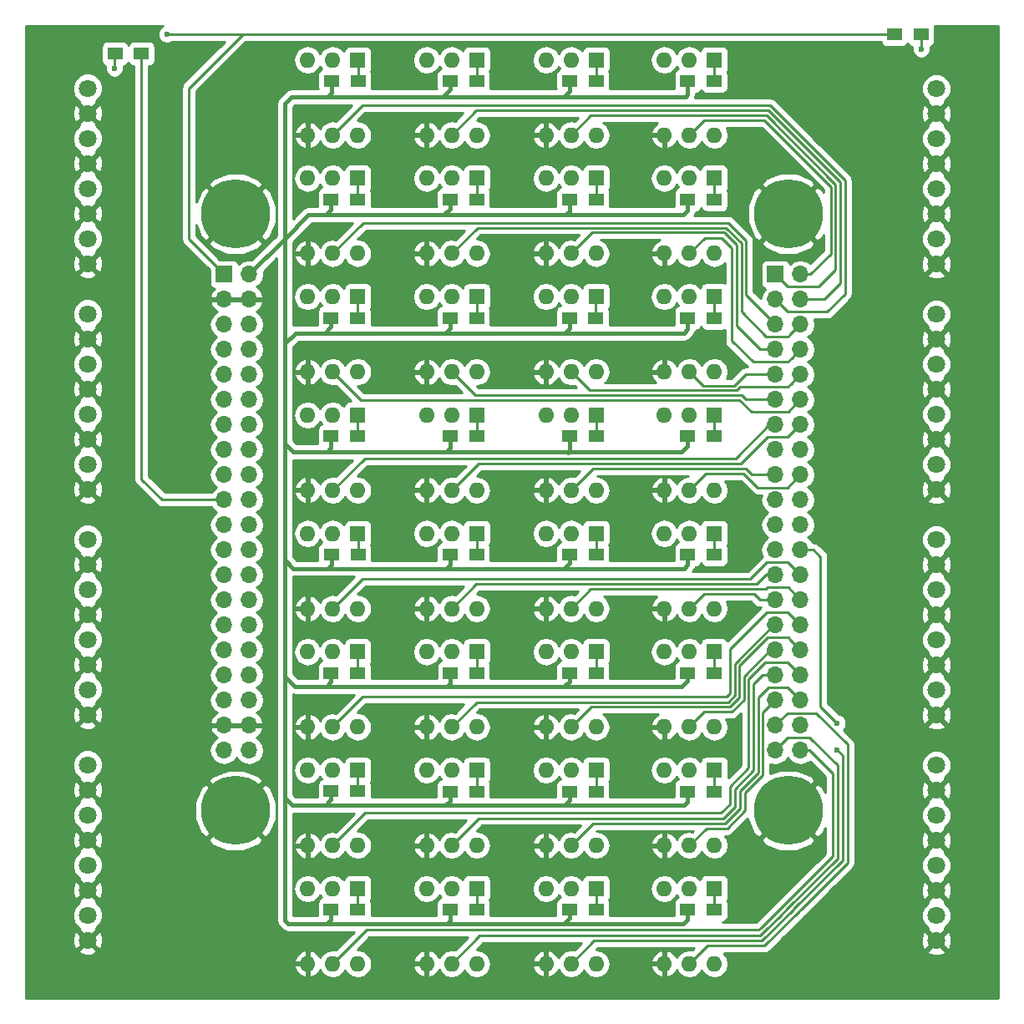
<source format=gbl>
G04 #@! TF.FileFunction,Copper,L2,Bot,Signal*
%FSLAX46Y46*%
G04 Gerber Fmt 4.6, Leading zero omitted, Abs format (unit mm)*
G04 Created by KiCad (PCBNEW 4.0.7) date 02/16/18 20:59:03*
%MOMM*%
%LPD*%
G01*
G04 APERTURE LIST*
%ADD10C,0.100000*%
%ADD11R,1.500000X1.300000*%
%ADD12R,1.600000X1.600000*%
%ADD13O,1.600000X1.600000*%
%ADD14R,1.700000X1.700000*%
%ADD15O,1.700000X1.700000*%
%ADD16C,1.800000*%
%ADD17C,7.000000*%
%ADD18C,0.600000*%
%ADD19C,0.250000*%
%ADD20C,0.400000*%
%ADD21C,0.254000*%
G04 APERTURE END LIST*
D10*
D11*
X163710000Y-29550000D03*
X166410000Y-29550000D03*
X175740000Y-29550000D03*
X178440000Y-29550000D03*
X163680000Y-41560000D03*
X166380000Y-41560000D03*
X175740000Y-41560000D03*
X178440000Y-41560000D03*
X163680000Y-53560000D03*
X166380000Y-53560000D03*
X175740000Y-53560000D03*
X178440000Y-53560000D03*
X163680000Y-65560000D03*
X166380000Y-65560000D03*
X175750000Y-65570000D03*
X178450000Y-65570000D03*
X163700000Y-77560000D03*
X166400000Y-77560000D03*
X175740000Y-77560000D03*
X178440000Y-77560000D03*
X163680000Y-89560000D03*
X166380000Y-89560000D03*
X175750000Y-89560000D03*
X178450000Y-89560000D03*
X163680000Y-101550000D03*
X166380000Y-101550000D03*
X175740000Y-101560000D03*
X178440000Y-101560000D03*
X163680000Y-113560000D03*
X166380000Y-113560000D03*
X175730000Y-113560000D03*
X178430000Y-113560000D03*
X199820000Y-29560000D03*
X202520000Y-29560000D03*
X187850000Y-29550000D03*
X190550000Y-29550000D03*
X199830000Y-41550000D03*
X202530000Y-41550000D03*
X187840000Y-41560000D03*
X190540000Y-41560000D03*
X199820000Y-53560000D03*
X202520000Y-53560000D03*
X187820000Y-53560000D03*
X190520000Y-53560000D03*
X199820000Y-65560000D03*
X202520000Y-65560000D03*
X187840000Y-65560000D03*
X190540000Y-65560000D03*
X199820000Y-77550000D03*
X202520000Y-77550000D03*
X187840000Y-77560000D03*
X190540000Y-77560000D03*
X199820000Y-89560000D03*
X202520000Y-89560000D03*
X187840000Y-89560000D03*
X190540000Y-89560000D03*
X199820000Y-101560000D03*
X202520000Y-101560000D03*
X187840000Y-101560000D03*
X190540000Y-101560000D03*
X199820000Y-113560000D03*
X202520000Y-113560000D03*
X187840000Y-113560000D03*
X190540000Y-113560000D03*
D12*
X166380000Y-27410000D03*
D13*
X161300000Y-35030000D03*
X163840000Y-27410000D03*
X163840000Y-35030000D03*
X161300000Y-27410000D03*
X166380000Y-35030000D03*
D12*
X178440000Y-27410000D03*
D13*
X173360000Y-35030000D03*
X175900000Y-27410000D03*
X175900000Y-35030000D03*
X173360000Y-27410000D03*
X178440000Y-35030000D03*
D12*
X166380000Y-39410000D03*
D13*
X161300000Y-47030000D03*
X163840000Y-39410000D03*
X163840000Y-47030000D03*
X161300000Y-39410000D03*
X166380000Y-47030000D03*
D12*
X178440000Y-39410000D03*
D13*
X173360000Y-47030000D03*
X175900000Y-39410000D03*
X175900000Y-47030000D03*
X173360000Y-39410000D03*
X178440000Y-47030000D03*
D12*
X166380000Y-51410000D03*
D13*
X161300000Y-59030000D03*
X163840000Y-51410000D03*
X163840000Y-59030000D03*
X161300000Y-51410000D03*
X166380000Y-59030000D03*
D12*
X178440000Y-51410000D03*
D13*
X173360000Y-59030000D03*
X175900000Y-51410000D03*
X175900000Y-59030000D03*
X173360000Y-51410000D03*
X178440000Y-59030000D03*
D12*
X166380000Y-63410000D03*
D13*
X161300000Y-71030000D03*
X163840000Y-63410000D03*
X163840000Y-71030000D03*
X161300000Y-63410000D03*
X166380000Y-71030000D03*
D12*
X178440000Y-63410000D03*
D13*
X173360000Y-71030000D03*
X175900000Y-63410000D03*
X175900000Y-71030000D03*
X173360000Y-63410000D03*
X178440000Y-71030000D03*
D12*
X166380000Y-75410000D03*
D13*
X161300000Y-83030000D03*
X163840000Y-75410000D03*
X163840000Y-83030000D03*
X161300000Y-75410000D03*
X166380000Y-83030000D03*
D12*
X178440000Y-75410000D03*
D13*
X173360000Y-83030000D03*
X175900000Y-75410000D03*
X175900000Y-83030000D03*
X173360000Y-75410000D03*
X178440000Y-83030000D03*
D12*
X166380000Y-87410000D03*
D13*
X161300000Y-95030000D03*
X163840000Y-87410000D03*
X163840000Y-95030000D03*
X161300000Y-87410000D03*
X166380000Y-95030000D03*
D12*
X178440000Y-87410000D03*
D13*
X173360000Y-95030000D03*
X175900000Y-87410000D03*
X175900000Y-95030000D03*
X173360000Y-87410000D03*
X178440000Y-95030000D03*
D12*
X166380000Y-99410000D03*
D13*
X161300000Y-107030000D03*
X163840000Y-99410000D03*
X163840000Y-107030000D03*
X161300000Y-99410000D03*
X166380000Y-107030000D03*
D12*
X178440000Y-99410000D03*
D13*
X173360000Y-107030000D03*
X175900000Y-99410000D03*
X175900000Y-107030000D03*
X173360000Y-99410000D03*
X178440000Y-107030000D03*
D12*
X166380000Y-111410000D03*
D13*
X161300000Y-119030000D03*
X163840000Y-111410000D03*
X163840000Y-119030000D03*
X161300000Y-111410000D03*
X166380000Y-119030000D03*
D12*
X178440000Y-111410000D03*
D13*
X173360000Y-119030000D03*
X175900000Y-111410000D03*
X175900000Y-119030000D03*
X173360000Y-111410000D03*
X178440000Y-119030000D03*
D12*
X202520000Y-27410000D03*
D13*
X197440000Y-35030000D03*
X199980000Y-27410000D03*
X199980000Y-35030000D03*
X197440000Y-27410000D03*
X202520000Y-35030000D03*
D12*
X190540000Y-27410000D03*
D13*
X185460000Y-35030000D03*
X188000000Y-27410000D03*
X188000000Y-35030000D03*
X185460000Y-27410000D03*
X190540000Y-35030000D03*
D12*
X202520000Y-39410000D03*
D13*
X197440000Y-47030000D03*
X199980000Y-39410000D03*
X199980000Y-47030000D03*
X197440000Y-39410000D03*
X202520000Y-47030000D03*
D12*
X190540000Y-39410000D03*
D13*
X185460000Y-47030000D03*
X188000000Y-39410000D03*
X188000000Y-47030000D03*
X185460000Y-39410000D03*
X190540000Y-47030000D03*
D12*
X202520000Y-51410000D03*
D13*
X197440000Y-59030000D03*
X199980000Y-51410000D03*
X199980000Y-59030000D03*
X197440000Y-51410000D03*
X202520000Y-59030000D03*
D12*
X190540000Y-51410000D03*
D13*
X185460000Y-59030000D03*
X188000000Y-51410000D03*
X188000000Y-59030000D03*
X185460000Y-51410000D03*
X190540000Y-59030000D03*
D12*
X202520000Y-63410000D03*
D13*
X197440000Y-71030000D03*
X199980000Y-63410000D03*
X199980000Y-71030000D03*
X197440000Y-63410000D03*
X202520000Y-71030000D03*
D12*
X190540000Y-63410000D03*
D13*
X185460000Y-71030000D03*
X188000000Y-63410000D03*
X188000000Y-71030000D03*
X185460000Y-63410000D03*
X190540000Y-71030000D03*
D12*
X202520000Y-75410000D03*
D13*
X197440000Y-83030000D03*
X199980000Y-75410000D03*
X199980000Y-83030000D03*
X197440000Y-75410000D03*
X202520000Y-83030000D03*
D12*
X190540000Y-75410000D03*
D13*
X185460000Y-83030000D03*
X188000000Y-75410000D03*
X188000000Y-83030000D03*
X185460000Y-75410000D03*
X190540000Y-83030000D03*
D12*
X202520000Y-87410000D03*
D13*
X197440000Y-95030000D03*
X199980000Y-87410000D03*
X199980000Y-95030000D03*
X197440000Y-87410000D03*
X202520000Y-95030000D03*
D12*
X190540000Y-87410000D03*
D13*
X185460000Y-95030000D03*
X188000000Y-87410000D03*
X188000000Y-95030000D03*
X185460000Y-87410000D03*
X190540000Y-95030000D03*
D12*
X202520000Y-99410000D03*
D13*
X197440000Y-107030000D03*
X199980000Y-99410000D03*
X199980000Y-107030000D03*
X197440000Y-99410000D03*
X202520000Y-107030000D03*
D12*
X190540000Y-99410000D03*
D13*
X185460000Y-107030000D03*
X188000000Y-99410000D03*
X188000000Y-107030000D03*
X185460000Y-99410000D03*
X190540000Y-107030000D03*
D12*
X202520000Y-111410000D03*
D13*
X197440000Y-119030000D03*
X199980000Y-111410000D03*
X199980000Y-119030000D03*
X197440000Y-111410000D03*
X202520000Y-119030000D03*
D12*
X190540000Y-111410000D03*
D13*
X185460000Y-119030000D03*
X188000000Y-111410000D03*
X188000000Y-119030000D03*
X185460000Y-111410000D03*
X190540000Y-119030000D03*
D14*
X152830000Y-49130000D03*
D15*
X155370000Y-49130000D03*
X152830000Y-51670000D03*
X155370000Y-51670000D03*
X152830000Y-54210000D03*
X155370000Y-54210000D03*
X152830000Y-56750000D03*
X155370000Y-56750000D03*
X152830000Y-59290000D03*
X155370000Y-59290000D03*
X152830000Y-61830000D03*
X155370000Y-61830000D03*
X152830000Y-64370000D03*
X155370000Y-64370000D03*
X152830000Y-66910000D03*
X155370000Y-66910000D03*
X152830000Y-69450000D03*
X155370000Y-69450000D03*
X152830000Y-71990000D03*
X155370000Y-71990000D03*
X152830000Y-74530000D03*
X155370000Y-74530000D03*
X152830000Y-77070000D03*
X155370000Y-77070000D03*
X152830000Y-79610000D03*
X155370000Y-79610000D03*
X152830000Y-82150000D03*
X155370000Y-82150000D03*
X152830000Y-84690000D03*
X155370000Y-84690000D03*
X152830000Y-87230000D03*
X155370000Y-87230000D03*
X152830000Y-89770000D03*
X155370000Y-89770000D03*
X152830000Y-92310000D03*
X155370000Y-92310000D03*
X152830000Y-94850000D03*
X155370000Y-94850000D03*
X152830000Y-97390000D03*
X155370000Y-97390000D03*
D14*
X208710000Y-49130000D03*
D15*
X211250000Y-49130000D03*
X208710000Y-51670000D03*
X211250000Y-51670000D03*
X208710000Y-54210000D03*
X211250000Y-54210000D03*
X208710000Y-56750000D03*
X211250000Y-56750000D03*
X208710000Y-59290000D03*
X211250000Y-59290000D03*
X208710000Y-61830000D03*
X211250000Y-61830000D03*
X208710000Y-64370000D03*
X211250000Y-64370000D03*
X208710000Y-66910000D03*
X211250000Y-66910000D03*
X208710000Y-69450000D03*
X211250000Y-69450000D03*
X208710000Y-71990000D03*
X211250000Y-71990000D03*
X208710000Y-74530000D03*
X211250000Y-74530000D03*
X208710000Y-77070000D03*
X211250000Y-77070000D03*
X208710000Y-79610000D03*
X211250000Y-79610000D03*
X208710000Y-82150000D03*
X211250000Y-82150000D03*
X208710000Y-84690000D03*
X211250000Y-84690000D03*
X208710000Y-87230000D03*
X211250000Y-87230000D03*
X208710000Y-89770000D03*
X211250000Y-89770000D03*
X208710000Y-92310000D03*
X211250000Y-92310000D03*
X208710000Y-94850000D03*
X211250000Y-94850000D03*
X208710000Y-97390000D03*
X211250000Y-97390000D03*
D16*
X138990000Y-30280000D03*
X138990000Y-32820000D03*
X138990000Y-35360000D03*
X138990000Y-37900000D03*
X138990000Y-40440000D03*
X138990000Y-42980000D03*
X138990000Y-45520000D03*
X138990000Y-48060000D03*
X138990000Y-53140000D03*
X138990000Y-55680000D03*
X138990000Y-58220000D03*
X138990000Y-60760000D03*
X138990000Y-63300000D03*
X138990000Y-65840000D03*
X138990000Y-68380000D03*
X138990000Y-70920000D03*
X138990000Y-76000000D03*
X138990000Y-78540000D03*
X138990000Y-81080000D03*
X138990000Y-83620000D03*
X138990000Y-86160000D03*
X138990000Y-88700000D03*
X138990000Y-91240000D03*
X138990000Y-93780000D03*
X138990000Y-98860000D03*
X138990000Y-101400000D03*
X138990000Y-103940000D03*
X138990000Y-106480000D03*
X138990000Y-109020000D03*
X138990000Y-111560000D03*
X138990000Y-114100000D03*
X138990000Y-116640000D03*
X225030000Y-48090000D03*
X225030000Y-45550000D03*
X225030000Y-43010000D03*
X225030000Y-40470000D03*
X225030000Y-37930000D03*
X225030000Y-35390000D03*
X225030000Y-32850000D03*
X225030000Y-30310000D03*
X225030000Y-70950000D03*
X225030000Y-68410000D03*
X225030000Y-65870000D03*
X225030000Y-63330000D03*
X225030000Y-60790000D03*
X225030000Y-58250000D03*
X225030000Y-55710000D03*
X225030000Y-53170000D03*
X225030000Y-93810000D03*
X225030000Y-91270000D03*
X225030000Y-88730000D03*
X225030000Y-86190000D03*
X225030000Y-83650000D03*
X225030000Y-81110000D03*
X225030000Y-78570000D03*
X225030000Y-76030000D03*
X225030000Y-116670000D03*
X225030000Y-114130000D03*
X225030000Y-111590000D03*
X225030000Y-109050000D03*
X225030000Y-106510000D03*
X225030000Y-103970000D03*
X225030000Y-101430000D03*
X225030000Y-98890000D03*
D17*
X154000000Y-43000000D03*
X154000000Y-103500000D03*
X210000000Y-103500000D03*
X210000000Y-43000000D03*
D11*
X220770000Y-24810000D03*
X223470000Y-24810000D03*
X144460000Y-26770000D03*
X141760000Y-26770000D03*
D18*
X223490000Y-26340000D03*
X141720000Y-28250000D03*
X147020000Y-24800000D03*
X214980000Y-94620000D03*
X214980000Y-97340000D03*
D19*
X144460000Y-26770000D02*
X144460000Y-69920000D01*
X146530000Y-71990000D02*
X152830000Y-71990000D01*
X144460000Y-69920000D02*
X146530000Y-71990000D01*
X211250000Y-66910000D02*
X211240000Y-66910000D01*
X166410000Y-29550000D02*
X166410000Y-27440000D01*
X166410000Y-27440000D02*
X166380000Y-27410000D01*
X178440000Y-29550000D02*
X178440000Y-27410000D01*
X166380000Y-41560000D02*
X166380000Y-39410000D01*
X178440000Y-41560000D02*
X178440000Y-39410000D01*
X166380000Y-53560000D02*
X166380000Y-51410000D01*
X178440000Y-53560000D02*
X178440000Y-51410000D01*
X166380000Y-65560000D02*
X166380000Y-63410000D01*
X178450000Y-65570000D02*
X178450000Y-63420000D01*
X178450000Y-63420000D02*
X178440000Y-63410000D01*
X166400000Y-77560000D02*
X166400000Y-75430000D01*
X166400000Y-75430000D02*
X166380000Y-75410000D01*
X178440000Y-77560000D02*
X178440000Y-75410000D01*
X166380000Y-89560000D02*
X166380000Y-87410000D01*
X178450000Y-89560000D02*
X178450000Y-87420000D01*
X178450000Y-87420000D02*
X178440000Y-87410000D01*
X166380000Y-101550000D02*
X166380000Y-99410000D01*
X178440000Y-101560000D02*
X178440000Y-99410000D01*
X166380000Y-113560000D02*
X166380000Y-111410000D01*
X178430000Y-113560000D02*
X178430000Y-111420000D01*
X178430000Y-111420000D02*
X178440000Y-111410000D01*
X202520000Y-29560000D02*
X202520000Y-27410000D01*
X190550000Y-29550000D02*
X190550000Y-27420000D01*
X190550000Y-27420000D02*
X190540000Y-27410000D01*
X202530000Y-41550000D02*
X202530000Y-39420000D01*
X202530000Y-39420000D02*
X202520000Y-39410000D01*
X190540000Y-41560000D02*
X190540000Y-39410000D01*
X202520000Y-53560000D02*
X202520000Y-51410000D01*
X190520000Y-53560000D02*
X190520000Y-51430000D01*
X190520000Y-51430000D02*
X190540000Y-51410000D01*
X202520000Y-65560000D02*
X202520000Y-63410000D01*
X190540000Y-65560000D02*
X190540000Y-63410000D01*
X202520000Y-77550000D02*
X202520000Y-75410000D01*
X190540000Y-77560000D02*
X190540000Y-75410000D01*
X202520000Y-89560000D02*
X202520000Y-87410000D01*
X190540000Y-89560000D02*
X190540000Y-87410000D01*
X202520000Y-101560000D02*
X202520000Y-99410000D01*
X190540000Y-101560000D02*
X190540000Y-99410000D01*
X202520000Y-113560000D02*
X202520000Y-111410000D01*
X190540000Y-113560000D02*
X190540000Y-111410000D01*
X214810000Y-40670000D02*
X214810000Y-40030000D01*
X208710000Y-49130000D02*
X209610000Y-50030000D01*
X214810000Y-48700000D02*
X214810000Y-40670000D01*
X213100000Y-50410000D02*
X214810000Y-48700000D01*
X209990000Y-50410000D02*
X213100000Y-50410000D01*
X209890000Y-50310000D02*
X209990000Y-50410000D01*
X209610000Y-50030000D02*
X209890000Y-50310000D01*
X190000000Y-33030000D02*
X188000000Y-35030000D01*
X207810000Y-33030000D02*
X190000000Y-33030000D01*
X214810000Y-40030000D02*
X207810000Y-33030000D01*
X214340000Y-40860000D02*
X214340000Y-40280000D01*
X211250000Y-49130000D02*
X212250000Y-49130000D01*
X214340000Y-47040000D02*
X214340000Y-40860000D01*
X212250000Y-49130000D02*
X214340000Y-47040000D01*
X201470000Y-33540000D02*
X199980000Y-35030000D01*
X207600000Y-33540000D02*
X201470000Y-33540000D01*
X214340000Y-40280000D02*
X207600000Y-33540000D01*
X211250000Y-49130000D02*
X211230000Y-49130000D01*
X211250000Y-49130000D02*
X211220000Y-49130000D01*
X211250000Y-49130000D02*
X211240000Y-49130000D01*
X215760000Y-40280000D02*
X215760000Y-39590000D01*
X208710000Y-51670000D02*
X209620000Y-52580000D01*
X215760000Y-51140000D02*
X215760000Y-40280000D01*
X213960000Y-52940000D02*
X215760000Y-51140000D01*
X209980000Y-52940000D02*
X213960000Y-52940000D01*
X209900000Y-52860000D02*
X209980000Y-52940000D01*
X209620000Y-52580000D02*
X209900000Y-52860000D01*
X166830000Y-32040000D02*
X163840000Y-35030000D01*
X208210000Y-32040000D02*
X166830000Y-32040000D01*
X215760000Y-39590000D02*
X208210000Y-32040000D01*
X215290000Y-40490000D02*
X215290000Y-39800000D01*
X211250000Y-51670000D02*
X213680000Y-51670000D01*
X215290000Y-50060000D02*
X215290000Y-40490000D01*
X213680000Y-51670000D02*
X215290000Y-50060000D01*
X178400000Y-32530000D02*
X175900000Y-35030000D01*
X208020000Y-32530000D02*
X178400000Y-32530000D01*
X215290000Y-39800000D02*
X208020000Y-32530000D01*
X211250000Y-51670000D02*
X211250000Y-51690000D01*
X211250000Y-51670000D02*
X211250000Y-51680000D01*
X205760000Y-51230000D02*
X205760000Y-45750000D01*
X208710000Y-54180000D02*
X205760000Y-51230000D01*
X166960000Y-43910000D02*
X163840000Y-47030000D01*
X203920000Y-43910000D02*
X166960000Y-43910000D01*
X205760000Y-45750000D02*
X203920000Y-43910000D01*
X208710000Y-54210000D02*
X208710000Y-54180000D01*
X205280000Y-52940000D02*
X205280000Y-45980000D01*
X210130000Y-55330000D02*
X210020000Y-55440000D01*
X210020000Y-55440000D02*
X207780000Y-55440000D01*
X207780000Y-55440000D02*
X205280000Y-52940000D01*
X211250000Y-54210000D02*
X210130000Y-55330000D01*
X178520000Y-44410000D02*
X175900000Y-47030000D01*
X203710000Y-44410000D02*
X178520000Y-44410000D01*
X205280000Y-45980000D02*
X203710000Y-44410000D01*
X204790000Y-54360000D02*
X204790000Y-46180000D01*
X207180000Y-56750000D02*
X204790000Y-54360000D01*
X208710000Y-56750000D02*
X207180000Y-56750000D01*
X190130000Y-44900000D02*
X188000000Y-47030000D01*
X203510000Y-44900000D02*
X190130000Y-44900000D01*
X204790000Y-46180000D02*
X203510000Y-44900000D01*
X204320000Y-55900000D02*
X204320000Y-46510000D01*
X211250000Y-56750000D02*
X210350000Y-57650000D01*
X206440000Y-58020000D02*
X204320000Y-55900000D01*
X209980000Y-58020000D02*
X206440000Y-58020000D01*
X210010000Y-57990000D02*
X209980000Y-58020000D01*
X210060000Y-57940000D02*
X210010000Y-57990000D01*
X210350000Y-57650000D02*
X210060000Y-57940000D01*
X201560000Y-45450000D02*
X199980000Y-47030000D01*
X203260000Y-45450000D02*
X201560000Y-45450000D01*
X204320000Y-46510000D02*
X203260000Y-45450000D01*
X202860000Y-60440000D02*
X201390000Y-60440000D01*
X205680000Y-59290000D02*
X204530000Y-60440000D01*
X204530000Y-60440000D02*
X202860000Y-60440000D01*
X208710000Y-59290000D02*
X205680000Y-59290000D01*
X201390000Y-60440000D02*
X199980000Y-59030000D01*
X203060000Y-60910000D02*
X189880000Y-60910000D01*
X210280000Y-60260000D02*
X210270000Y-60260000D01*
X210270000Y-60260000D02*
X209980000Y-60550000D01*
X209980000Y-60550000D02*
X205110000Y-60550000D01*
X205110000Y-60550000D02*
X204750000Y-60910000D01*
X204750000Y-60910000D02*
X203060000Y-60910000D01*
X211250000Y-59290000D02*
X210280000Y-60260000D01*
X189880000Y-60910000D02*
X188000000Y-59030000D01*
X203240000Y-61390000D02*
X178260000Y-61390000D01*
X178260000Y-61390000D02*
X175900000Y-59030000D01*
X208710000Y-61830000D02*
X205700000Y-61830000D01*
X205260000Y-61390000D02*
X203240000Y-61390000D01*
X203240000Y-61390000D02*
X203230000Y-61390000D01*
X205700000Y-61830000D02*
X205260000Y-61390000D01*
X203180000Y-61860000D02*
X166670000Y-61860000D01*
X210020000Y-63060000D02*
X209990000Y-63090000D01*
X209990000Y-63090000D02*
X206310000Y-63090000D01*
X206310000Y-63090000D02*
X205080000Y-61860000D01*
X205080000Y-61860000D02*
X203180000Y-61860000D01*
X211250000Y-61830000D02*
X210020000Y-63060000D01*
X166670000Y-61860000D02*
X163840000Y-59030000D01*
X208710000Y-64370000D02*
X208090000Y-64370000D01*
X208090000Y-64370000D02*
X204680000Y-67780000D01*
X204680000Y-67780000D02*
X167090000Y-67780000D01*
X167090000Y-67780000D02*
X163840000Y-71030000D01*
X211250000Y-64370000D02*
X211240000Y-64370000D01*
X211240000Y-64370000D02*
X209980000Y-65630000D01*
X178620000Y-68310000D02*
X175900000Y-71030000D01*
X205250000Y-68310000D02*
X178620000Y-68310000D01*
X207930000Y-65630000D02*
X205250000Y-68310000D01*
X209980000Y-65630000D02*
X207930000Y-65630000D01*
X208710000Y-69450000D02*
X206330000Y-69450000D01*
X190210000Y-68820000D02*
X188000000Y-71030000D01*
X205700000Y-68820000D02*
X190210000Y-68820000D01*
X206330000Y-69450000D02*
X205700000Y-68820000D01*
X211250000Y-69450000D02*
X209950000Y-70750000D01*
X201680000Y-69330000D02*
X199980000Y-71030000D01*
X205490000Y-69330000D02*
X201680000Y-69330000D01*
X206910000Y-70750000D02*
X205490000Y-69330000D01*
X209950000Y-70750000D02*
X206910000Y-70750000D01*
X211300000Y-113500000D02*
X211140000Y-113660000D01*
X209930000Y-93630000D02*
X212840000Y-93630000D01*
X212840000Y-93630000D02*
X216010000Y-96800000D01*
X216010000Y-96800000D02*
X216010000Y-108790000D01*
X216010000Y-108790000D02*
X211300000Y-113500000D01*
X208710000Y-94850000D02*
X209930000Y-93630000D01*
X201790000Y-117220000D02*
X199980000Y-119030000D01*
X207590000Y-117220000D02*
X201790000Y-117220000D01*
X211140000Y-113670000D02*
X207590000Y-117220000D01*
X211140000Y-113660000D02*
X211140000Y-113670000D01*
X209990000Y-113370000D02*
X209180000Y-114180000D01*
X214990000Y-108370000D02*
X209990000Y-113370000D01*
X214990000Y-98930000D02*
X214990000Y-108370000D01*
X212180000Y-96120000D02*
X214990000Y-98930000D01*
X209990000Y-96120000D02*
X212180000Y-96120000D01*
X208720000Y-97390000D02*
X209990000Y-96120000D01*
X178750000Y-116180000D02*
X175900000Y-119030000D01*
X207180000Y-116180000D02*
X178750000Y-116180000D01*
X207350000Y-116010000D02*
X207180000Y-116180000D01*
X207770000Y-115590000D02*
X207350000Y-116010000D01*
X209180000Y-114180000D02*
X207770000Y-115590000D01*
X208710000Y-97390000D02*
X208720000Y-97390000D01*
X209380000Y-113270000D02*
X208590000Y-114060000D01*
X212160000Y-97390000D02*
X214500000Y-99730000D01*
X214500000Y-99730000D02*
X214500000Y-108150000D01*
X214500000Y-108150000D02*
X209380000Y-113270000D01*
X211250000Y-97390000D02*
X212160000Y-97390000D01*
X167260000Y-115610000D02*
X163840000Y-119030000D01*
X207030000Y-115610000D02*
X167260000Y-115610000D01*
X207250000Y-115390000D02*
X207030000Y-115610000D01*
X207260000Y-115390000D02*
X207250000Y-115390000D01*
X208590000Y-114060000D02*
X207260000Y-115390000D01*
X204590000Y-103110000D02*
X204590000Y-101320000D01*
X204590000Y-103110000D02*
X203430000Y-104270000D01*
X201340000Y-104270000D02*
X203430000Y-104270000D01*
X207370000Y-89770000D02*
X208710000Y-89770000D01*
X206490000Y-90650000D02*
X207370000Y-89770000D01*
X206490000Y-99420000D02*
X206490000Y-90650000D01*
X204590000Y-101320000D02*
X206490000Y-99420000D01*
X201340000Y-104270000D02*
X178660000Y-104270000D01*
X178660000Y-104270000D02*
X175900000Y-107030000D01*
X201340000Y-104270000D02*
X201330000Y-104270000D01*
X208710000Y-89770000D02*
X208700000Y-89770000D01*
X204070000Y-102900000D02*
X204070000Y-101110000D01*
X163840000Y-107030000D02*
X167120000Y-103750000D01*
X198500000Y-103750000D02*
X203220000Y-103750000D01*
X204070000Y-102900000D02*
X203220000Y-103750000D01*
X198500000Y-103750000D02*
X167120000Y-103750000D01*
X209990000Y-88510000D02*
X211250000Y-89770000D01*
X207640000Y-88510000D02*
X209990000Y-88510000D01*
X206010000Y-90140000D02*
X207640000Y-88510000D01*
X206010000Y-99170000D02*
X206010000Y-90140000D01*
X204070000Y-101110000D02*
X206010000Y-99170000D01*
X211250000Y-89770000D02*
X211240000Y-89770000D01*
X205650000Y-103480000D02*
X205650000Y-101700000D01*
X199980000Y-107030000D02*
X201720000Y-105290000D01*
X203840000Y-105290000D02*
X202850000Y-105290000D01*
X205650000Y-103480000D02*
X203840000Y-105290000D01*
X202850000Y-105290000D02*
X201720000Y-105290000D01*
X207450000Y-93570000D02*
X208710000Y-92310000D01*
X207450000Y-99900000D02*
X207450000Y-93570000D01*
X205650000Y-101700000D02*
X207450000Y-99900000D01*
X205120000Y-103300000D02*
X205120000Y-101490000D01*
X188000000Y-107030000D02*
X190250000Y-104780000D01*
X205120000Y-103300000D02*
X203640000Y-104780000D01*
X203640000Y-104780000D02*
X202450000Y-104780000D01*
X202450000Y-104780000D02*
X190250000Y-104780000D01*
X209960000Y-91020000D02*
X211250000Y-92310000D01*
X207970000Y-91020000D02*
X209960000Y-91020000D01*
X206970000Y-92020000D02*
X207970000Y-91020000D01*
X206970000Y-99640000D02*
X206970000Y-92020000D01*
X205120000Y-101490000D02*
X206970000Y-99640000D01*
X211250000Y-92310000D02*
X211250000Y-92300000D01*
X208710000Y-84690000D02*
X208550000Y-84690000D01*
X208550000Y-84690000D02*
X204590000Y-88650000D01*
X204590000Y-88650000D02*
X204590000Y-91819998D01*
X204590000Y-91819998D02*
X203909998Y-92500000D01*
X203909998Y-92500000D02*
X178430000Y-92500000D01*
X178430000Y-92500000D02*
X175900000Y-95030000D01*
X211250000Y-84690000D02*
X209960000Y-83400000D01*
X166890000Y-91980000D02*
X163840000Y-95030000D01*
X203740000Y-91980000D02*
X166890000Y-91980000D01*
X204080000Y-91640000D02*
X203740000Y-91980000D01*
X204080000Y-87140000D02*
X204080000Y-91640000D01*
X207820000Y-83400000D02*
X204080000Y-87140000D01*
X209960000Y-83400000D02*
X207820000Y-83400000D01*
X205540000Y-89890000D02*
X205540000Y-92260000D01*
X208200000Y-87230000D02*
X205540000Y-89890000D01*
X201500000Y-93510000D02*
X199980000Y-95030000D01*
X204290000Y-93510000D02*
X201500000Y-93510000D01*
X205540000Y-92260000D02*
X204290000Y-93510000D01*
X208710000Y-87230000D02*
X208200000Y-87230000D01*
X208710000Y-87230000D02*
X208680000Y-87230000D01*
X190370002Y-92999998D02*
X190030002Y-92999998D01*
X190030002Y-92999998D02*
X188000000Y-95030000D01*
X205080000Y-88850000D02*
X205080000Y-92030000D01*
X210170000Y-86150000D02*
X210000000Y-85980000D01*
X210000000Y-85980000D02*
X207950000Y-85980000D01*
X207950000Y-85980000D02*
X205080000Y-88850000D01*
X211250000Y-87230000D02*
X210170000Y-86150000D01*
X190370002Y-92999998D02*
X190370000Y-93000000D01*
X204110002Y-92999998D02*
X190370002Y-92999998D01*
X205080000Y-92030000D02*
X204110002Y-92999998D01*
X211250000Y-87230000D02*
X211240000Y-87230000D01*
X202290000Y-80520000D02*
X178410000Y-80520000D01*
X207770000Y-79610000D02*
X206860000Y-80520000D01*
X206860000Y-80520000D02*
X202290000Y-80520000D01*
X208710000Y-79610000D02*
X207770000Y-79610000D01*
X178410000Y-80520000D02*
X175900000Y-83030000D01*
X203170000Y-80030000D02*
X166840000Y-80030000D01*
X206180000Y-80030000D02*
X203170000Y-80030000D01*
X207870000Y-78340000D02*
X206180000Y-80030000D01*
X209990000Y-78340000D02*
X207870000Y-78340000D01*
X211250000Y-79600000D02*
X209990000Y-78340000D01*
X166840000Y-80030000D02*
X163840000Y-83030000D01*
X211250000Y-79610000D02*
X211250000Y-79600000D01*
X201600000Y-81560000D02*
X201450000Y-81560000D01*
X207120000Y-82150000D02*
X206530000Y-81560000D01*
X206530000Y-81560000D02*
X201600000Y-81560000D01*
X208710000Y-82150000D02*
X207120000Y-82150000D01*
X201450000Y-81560000D02*
X199980000Y-83030000D01*
X202060000Y-81050000D02*
X189980000Y-81050000D01*
X207720000Y-81050000D02*
X202060000Y-81050000D01*
X207880000Y-80890000D02*
X207720000Y-81050000D01*
X210010000Y-80890000D02*
X207880000Y-80890000D01*
X211250000Y-82130000D02*
X210010000Y-80890000D01*
X189980000Y-81050000D02*
X188000000Y-83030000D01*
X211250000Y-82150000D02*
X211250000Y-82130000D01*
D20*
X187840000Y-113560000D02*
X187840000Y-114420000D01*
X187840000Y-114420000D02*
X187270000Y-114990000D01*
X175730000Y-113560000D02*
X175730000Y-114670000D01*
X175730000Y-114670000D02*
X175410000Y-114990000D01*
X163680000Y-113560000D02*
X163680000Y-114530000D01*
X163680000Y-114530000D02*
X163220000Y-114990000D01*
X199820000Y-113560000D02*
X199820000Y-114540000D01*
X158980000Y-105080000D02*
X158980000Y-102170000D01*
X158980000Y-114620000D02*
X158980000Y-105080000D01*
X159350000Y-114990000D02*
X158980000Y-114620000D01*
X199370000Y-114990000D02*
X187270000Y-114990000D01*
X187270000Y-114990000D02*
X175410000Y-114990000D01*
X175410000Y-114990000D02*
X163220000Y-114990000D01*
X163220000Y-114990000D02*
X159350000Y-114990000D01*
X199820000Y-114540000D02*
X199370000Y-114990000D01*
X187840000Y-101560000D02*
X187840000Y-102450000D01*
X187840000Y-102450000D02*
X187330000Y-102960000D01*
X175740000Y-101560000D02*
X175740000Y-102500000D01*
X175740000Y-102500000D02*
X175280000Y-102960000D01*
X163680000Y-101550000D02*
X163680000Y-102370000D01*
X163680000Y-102370000D02*
X163090000Y-102960000D01*
X199820000Y-101560000D02*
X199820000Y-102610000D01*
X159770000Y-102960000D02*
X158980000Y-102170000D01*
X199470000Y-102960000D02*
X187330000Y-102960000D01*
X187330000Y-102960000D02*
X175280000Y-102960000D01*
X175280000Y-102960000D02*
X163090000Y-102960000D01*
X163090000Y-102960000D02*
X159770000Y-102960000D01*
X199820000Y-102610000D02*
X199470000Y-102960000D01*
X187840000Y-89560000D02*
X187840000Y-90390000D01*
X187840000Y-90390000D02*
X187300000Y-90930000D01*
X175750000Y-89560000D02*
X175750000Y-90580000D01*
X175750000Y-90580000D02*
X175400000Y-90930000D01*
X163680000Y-89560000D02*
X163680000Y-90460000D01*
X163680000Y-90460000D02*
X163210000Y-90930000D01*
X199820000Y-89560000D02*
X199820000Y-90310000D01*
X160000000Y-90930000D02*
X158980000Y-89910000D01*
X199200000Y-90930000D02*
X187300000Y-90930000D01*
X187300000Y-90930000D02*
X175400000Y-90930000D01*
X175400000Y-90930000D02*
X163210000Y-90930000D01*
X163210000Y-90930000D02*
X160000000Y-90930000D01*
X199820000Y-90310000D02*
X199200000Y-90930000D01*
X187840000Y-77560000D02*
X187840000Y-78420000D01*
X187840000Y-78420000D02*
X187300000Y-78960000D01*
X175740000Y-77560000D02*
X175740000Y-78540000D01*
X175740000Y-78540000D02*
X175320000Y-78960000D01*
X163700000Y-77560000D02*
X163700000Y-78560000D01*
X163700000Y-78560000D02*
X163300000Y-78960000D01*
X199820000Y-77550000D02*
X199820000Y-78570000D01*
X159840000Y-78960000D02*
X158980000Y-78100000D01*
X199430000Y-78960000D02*
X187300000Y-78960000D01*
X187300000Y-78960000D02*
X175320000Y-78960000D01*
X175320000Y-78960000D02*
X163300000Y-78960000D01*
X163300000Y-78960000D02*
X159840000Y-78960000D01*
X199820000Y-78570000D02*
X199430000Y-78960000D01*
X187840000Y-65560000D02*
X187840000Y-66964998D01*
X187840000Y-66964998D02*
X187664998Y-67140000D01*
X187664998Y-67140000D02*
X187664998Y-67254998D01*
X187664998Y-67254998D02*
X187664998Y-67140000D01*
X175750000Y-65570000D02*
X175750000Y-66710000D01*
X175750000Y-66710000D02*
X175320000Y-67140000D01*
X163680000Y-66300000D02*
X163680000Y-66740000D01*
X163680000Y-65560000D02*
X163680000Y-66300000D01*
X163680000Y-66740000D02*
X163280000Y-67140000D01*
X199820000Y-65560000D02*
X199820000Y-66510000D01*
X159790000Y-67140000D02*
X158980000Y-66330000D01*
X199190000Y-67140000D02*
X187664998Y-67140000D01*
X187664998Y-67140000D02*
X175320000Y-67140000D01*
X175320000Y-67140000D02*
X163280000Y-67140000D01*
X163280000Y-67140000D02*
X162840000Y-67140000D01*
X162840000Y-67140000D02*
X159790000Y-67140000D01*
X199820000Y-66510000D02*
X199190000Y-67140000D01*
X163680000Y-53560000D02*
X163680000Y-54480000D01*
X163680000Y-54480000D02*
X163070000Y-55090000D01*
X175740000Y-53560000D02*
X175740000Y-54610000D01*
X175740000Y-54610000D02*
X175260000Y-55090000D01*
X187820000Y-53560000D02*
X187820000Y-54610000D01*
X187820000Y-54610000D02*
X187340000Y-55090000D01*
X199820000Y-53560000D02*
X199820000Y-54690000D01*
X160060000Y-55090000D02*
X158980000Y-56170000D01*
X199420000Y-55090000D02*
X187340000Y-55090000D01*
X187340000Y-55090000D02*
X175260000Y-55090000D01*
X175260000Y-55090000D02*
X163070000Y-55090000D01*
X163070000Y-55090000D02*
X160060000Y-55090000D01*
X199820000Y-54690000D02*
X199420000Y-55090000D01*
X158980000Y-44910000D02*
X158980000Y-56170000D01*
X158980000Y-56170000D02*
X158980000Y-66330000D01*
X158980000Y-66330000D02*
X158980000Y-78100000D01*
X158980000Y-78100000D02*
X158980000Y-89910000D01*
X158980000Y-89910000D02*
X158980000Y-102170000D01*
X163710000Y-29550000D02*
X163710000Y-30740000D01*
X163710000Y-30740000D02*
X163280000Y-31170000D01*
X163680000Y-41560000D02*
X163680000Y-42550000D01*
X163680000Y-42550000D02*
X163120000Y-43110000D01*
X164390000Y-43110000D02*
X163120000Y-43110000D01*
X163120000Y-43110000D02*
X161390000Y-43110000D01*
X161390000Y-43110000D02*
X158980000Y-45520000D01*
X175740000Y-41560000D02*
X175740000Y-42470000D01*
X175740000Y-42470000D02*
X175100000Y-43110000D01*
X187840000Y-41560000D02*
X187840000Y-42730000D01*
X187840000Y-42730000D02*
X187460000Y-43110000D01*
X199830000Y-42680000D02*
X199830000Y-41550000D01*
X199400000Y-43110000D02*
X199830000Y-42680000D01*
X164150000Y-43110000D02*
X164390000Y-43110000D01*
X164390000Y-43110000D02*
X175100000Y-43110000D01*
X175100000Y-43110000D02*
X187460000Y-43110000D01*
X187460000Y-43110000D02*
X199400000Y-43110000D01*
X164330000Y-31170000D02*
X163280000Y-31170000D01*
X163280000Y-31170000D02*
X159650000Y-31170000D01*
X159650000Y-31170000D02*
X158980000Y-31840000D01*
X158980000Y-31840000D02*
X158980000Y-44910000D01*
X158980000Y-44910000D02*
X158980000Y-45520000D01*
X158980000Y-45520000D02*
X155370000Y-49130000D01*
X175740000Y-29550000D02*
X175740000Y-30420000D01*
X175740000Y-30420000D02*
X174990000Y-31170000D01*
X187850000Y-29550000D02*
X187850000Y-30550000D01*
X187850000Y-30550000D02*
X187230000Y-31170000D01*
X199820000Y-30940000D02*
X199820000Y-29560000D01*
X199590000Y-31170000D02*
X199820000Y-30940000D01*
X164200000Y-31170000D02*
X164330000Y-31170000D01*
X164330000Y-31170000D02*
X174990000Y-31170000D01*
X174990000Y-31170000D02*
X187230000Y-31170000D01*
X187230000Y-31170000D02*
X199590000Y-31170000D01*
D19*
X223490000Y-24830000D02*
X223490000Y-26340000D01*
X223490000Y-24830000D02*
X223470000Y-24810000D01*
X141720000Y-26810000D02*
X141720000Y-28250000D01*
X141720000Y-26810000D02*
X141760000Y-26770000D01*
X147020000Y-24800000D02*
X154700000Y-24800000D01*
X154700000Y-24800000D02*
X154710000Y-24810000D01*
X220770000Y-24810000D02*
X154710000Y-24810000D01*
X149230000Y-45530000D02*
X152830000Y-49130000D01*
X149230000Y-30290000D02*
X149230000Y-45530000D01*
X154710000Y-24810000D02*
X149230000Y-30290000D01*
X213290000Y-92930000D02*
X213290000Y-77780000D01*
X215510000Y-97870000D02*
X214980000Y-97340000D01*
X210550000Y-113500000D02*
X207360000Y-116690000D01*
X207360000Y-116690000D02*
X190340000Y-116690000D01*
X188000000Y-119030000D02*
X190340000Y-116690000D01*
X215510000Y-108530000D02*
X210550000Y-113490000D01*
X215510000Y-97870000D02*
X215510000Y-108530000D01*
X210550000Y-113490000D02*
X210550000Y-113500000D01*
X214980000Y-94620000D02*
X213290000Y-92930000D01*
X212580000Y-77070000D02*
X211250000Y-77070000D01*
X213290000Y-77780000D02*
X212580000Y-77070000D01*
D21*
G36*
X146491057Y-24006883D02*
X146227808Y-24269673D01*
X146085162Y-24613201D01*
X146084838Y-24985167D01*
X146226883Y-25328943D01*
X146489673Y-25592192D01*
X146833201Y-25734838D01*
X147205167Y-25735162D01*
X147548943Y-25593117D01*
X147582118Y-25560000D01*
X152885198Y-25560000D01*
X148692599Y-29752599D01*
X148527852Y-29999161D01*
X148470000Y-30290000D01*
X148470000Y-45530000D01*
X148527852Y-45820839D01*
X148692599Y-46067401D01*
X151332560Y-48707362D01*
X151332560Y-49980000D01*
X151376838Y-50215317D01*
X151515910Y-50431441D01*
X151728110Y-50576431D01*
X151836107Y-50598301D01*
X151558355Y-50903076D01*
X151388524Y-51313110D01*
X151509845Y-51543000D01*
X152703000Y-51543000D01*
X152703000Y-51523000D01*
X152957000Y-51523000D01*
X152957000Y-51543000D01*
X155243000Y-51543000D01*
X155243000Y-51523000D01*
X155497000Y-51523000D01*
X155497000Y-51543000D01*
X156690155Y-51543000D01*
X156811476Y-51313110D01*
X156641645Y-50903076D01*
X156251358Y-50474817D01*
X156108447Y-50407702D01*
X156449147Y-50180054D01*
X156771054Y-49698285D01*
X156884093Y-49130000D01*
X156828807Y-48852061D01*
X158145000Y-47535868D01*
X158145000Y-114620000D01*
X158208561Y-114939541D01*
X158329430Y-115120434D01*
X158389566Y-115210434D01*
X158759566Y-115580434D01*
X159030459Y-115761439D01*
X159350000Y-115825000D01*
X165970198Y-115825000D01*
X164163886Y-117631312D01*
X163840000Y-117566887D01*
X163290849Y-117676120D01*
X162825302Y-117987189D01*
X162555014Y-118391703D01*
X162452389Y-118174866D01*
X162037423Y-117798959D01*
X161649039Y-117638096D01*
X161427000Y-117760085D01*
X161427000Y-118903000D01*
X161447000Y-118903000D01*
X161447000Y-119157000D01*
X161427000Y-119157000D01*
X161427000Y-120299915D01*
X161649039Y-120421904D01*
X162037423Y-120261041D01*
X162452389Y-119885134D01*
X162555014Y-119668297D01*
X162825302Y-120072811D01*
X163290849Y-120383880D01*
X163840000Y-120493113D01*
X164389151Y-120383880D01*
X164854698Y-120072811D01*
X165110000Y-119690725D01*
X165365302Y-120072811D01*
X165830849Y-120383880D01*
X166380000Y-120493113D01*
X166929151Y-120383880D01*
X167394698Y-120072811D01*
X167705767Y-119607264D01*
X167751163Y-119379041D01*
X171968086Y-119379041D01*
X172207611Y-119885134D01*
X172622577Y-120261041D01*
X173010961Y-120421904D01*
X173233000Y-120299915D01*
X173233000Y-119157000D01*
X172089371Y-119157000D01*
X171968086Y-119379041D01*
X167751163Y-119379041D01*
X167815000Y-119058113D01*
X167815000Y-119001887D01*
X167751164Y-118680959D01*
X171968086Y-118680959D01*
X172089371Y-118903000D01*
X173233000Y-118903000D01*
X173233000Y-117760085D01*
X173010961Y-117638096D01*
X172622577Y-117798959D01*
X172207611Y-118174866D01*
X171968086Y-118680959D01*
X167751164Y-118680959D01*
X167705767Y-118452736D01*
X167394698Y-117987189D01*
X166929151Y-117676120D01*
X166380000Y-117566887D01*
X166377397Y-117567405D01*
X167574802Y-116370000D01*
X177485198Y-116370000D01*
X176223886Y-117631312D01*
X175900000Y-117566887D01*
X175350849Y-117676120D01*
X174885302Y-117987189D01*
X174615014Y-118391703D01*
X174512389Y-118174866D01*
X174097423Y-117798959D01*
X173709039Y-117638096D01*
X173487000Y-117760085D01*
X173487000Y-118903000D01*
X173507000Y-118903000D01*
X173507000Y-119157000D01*
X173487000Y-119157000D01*
X173487000Y-120299915D01*
X173709039Y-120421904D01*
X174097423Y-120261041D01*
X174512389Y-119885134D01*
X174615014Y-119668297D01*
X174885302Y-120072811D01*
X175350849Y-120383880D01*
X175900000Y-120493113D01*
X176449151Y-120383880D01*
X176914698Y-120072811D01*
X177170000Y-119690725D01*
X177425302Y-120072811D01*
X177890849Y-120383880D01*
X178440000Y-120493113D01*
X178989151Y-120383880D01*
X179454698Y-120072811D01*
X179765767Y-119607264D01*
X179811163Y-119379041D01*
X184068086Y-119379041D01*
X184307611Y-119885134D01*
X184722577Y-120261041D01*
X185110961Y-120421904D01*
X185333000Y-120299915D01*
X185333000Y-119157000D01*
X184189371Y-119157000D01*
X184068086Y-119379041D01*
X179811163Y-119379041D01*
X179875000Y-119058113D01*
X179875000Y-119001887D01*
X179811164Y-118680959D01*
X184068086Y-118680959D01*
X184189371Y-118903000D01*
X185333000Y-118903000D01*
X185333000Y-117760085D01*
X185110961Y-117638096D01*
X184722577Y-117798959D01*
X184307611Y-118174866D01*
X184068086Y-118680959D01*
X179811164Y-118680959D01*
X179765767Y-118452736D01*
X179454698Y-117987189D01*
X178989151Y-117676120D01*
X178440000Y-117566887D01*
X178437397Y-117567405D01*
X179064802Y-116940000D01*
X189015198Y-116940000D01*
X188323886Y-117631312D01*
X188000000Y-117566887D01*
X187450849Y-117676120D01*
X186985302Y-117987189D01*
X186715014Y-118391703D01*
X186612389Y-118174866D01*
X186197423Y-117798959D01*
X185809039Y-117638096D01*
X185587000Y-117760085D01*
X185587000Y-118903000D01*
X185607000Y-118903000D01*
X185607000Y-119157000D01*
X185587000Y-119157000D01*
X185587000Y-120299915D01*
X185809039Y-120421904D01*
X186197423Y-120261041D01*
X186612389Y-119885134D01*
X186715014Y-119668297D01*
X186985302Y-120072811D01*
X187450849Y-120383880D01*
X188000000Y-120493113D01*
X188549151Y-120383880D01*
X189014698Y-120072811D01*
X189270000Y-119690725D01*
X189525302Y-120072811D01*
X189990849Y-120383880D01*
X190540000Y-120493113D01*
X191089151Y-120383880D01*
X191554698Y-120072811D01*
X191865767Y-119607264D01*
X191911163Y-119379041D01*
X196048086Y-119379041D01*
X196287611Y-119885134D01*
X196702577Y-120261041D01*
X197090961Y-120421904D01*
X197313000Y-120299915D01*
X197313000Y-119157000D01*
X196169371Y-119157000D01*
X196048086Y-119379041D01*
X191911163Y-119379041D01*
X191975000Y-119058113D01*
X191975000Y-119001887D01*
X191911164Y-118680959D01*
X196048086Y-118680959D01*
X196169371Y-118903000D01*
X197313000Y-118903000D01*
X197313000Y-117760085D01*
X197090961Y-117638096D01*
X196702577Y-117798959D01*
X196287611Y-118174866D01*
X196048086Y-118680959D01*
X191911164Y-118680959D01*
X191865767Y-118452736D01*
X191554698Y-117987189D01*
X191089151Y-117676120D01*
X190540000Y-117566887D01*
X190537397Y-117567405D01*
X190654802Y-117450000D01*
X200485198Y-117450000D01*
X200303886Y-117631312D01*
X199980000Y-117566887D01*
X199430849Y-117676120D01*
X198965302Y-117987189D01*
X198695014Y-118391703D01*
X198592389Y-118174866D01*
X198177423Y-117798959D01*
X197789039Y-117638096D01*
X197567000Y-117760085D01*
X197567000Y-118903000D01*
X197587000Y-118903000D01*
X197587000Y-119157000D01*
X197567000Y-119157000D01*
X197567000Y-120299915D01*
X197789039Y-120421904D01*
X198177423Y-120261041D01*
X198592389Y-119885134D01*
X198695014Y-119668297D01*
X198965302Y-120072811D01*
X199430849Y-120383880D01*
X199980000Y-120493113D01*
X200529151Y-120383880D01*
X200994698Y-120072811D01*
X201250000Y-119690725D01*
X201505302Y-120072811D01*
X201970849Y-120383880D01*
X202520000Y-120493113D01*
X203069151Y-120383880D01*
X203534698Y-120072811D01*
X203845767Y-119607264D01*
X203955000Y-119058113D01*
X203955000Y-119001887D01*
X203845767Y-118452736D01*
X203534698Y-117987189D01*
X203523939Y-117980000D01*
X207590000Y-117980000D01*
X207880839Y-117922148D01*
X208127401Y-117757401D01*
X208134643Y-117750159D01*
X224129446Y-117750159D01*
X224215852Y-118006643D01*
X224789336Y-118216458D01*
X225399460Y-118190839D01*
X225844148Y-118006643D01*
X225930554Y-117750159D01*
X225030000Y-116849605D01*
X224129446Y-117750159D01*
X208134643Y-117750159D01*
X209455466Y-116429336D01*
X223483542Y-116429336D01*
X223509161Y-117039460D01*
X223693357Y-117484148D01*
X223949841Y-117570554D01*
X224850395Y-116670000D01*
X225209605Y-116670000D01*
X226110159Y-117570554D01*
X226366643Y-117484148D01*
X226576458Y-116910664D01*
X226550839Y-116300540D01*
X226366643Y-115855852D01*
X226110159Y-115769446D01*
X225209605Y-116670000D01*
X224850395Y-116670000D01*
X223949841Y-115769446D01*
X223693357Y-115855852D01*
X223483542Y-116429336D01*
X209455466Y-116429336D01*
X211450811Y-114433991D01*
X223494735Y-114433991D01*
X223727932Y-114998371D01*
X224159357Y-115430551D01*
X224180194Y-115439203D01*
X224129446Y-115589841D01*
X225030000Y-116490395D01*
X225930554Y-115589841D01*
X225879965Y-115439673D01*
X225898371Y-115432068D01*
X226330551Y-115000643D01*
X226564733Y-114436670D01*
X226565265Y-113826009D01*
X226332068Y-113261629D01*
X225900643Y-112829449D01*
X225879806Y-112820797D01*
X225930554Y-112670159D01*
X225030000Y-111769605D01*
X224129446Y-112670159D01*
X224180035Y-112820327D01*
X224161629Y-112827932D01*
X223729449Y-113259357D01*
X223495267Y-113823330D01*
X223494735Y-114433991D01*
X211450811Y-114433991D01*
X211677401Y-114207401D01*
X211697538Y-114177264D01*
X214525466Y-111349336D01*
X223483542Y-111349336D01*
X223509161Y-111959460D01*
X223693357Y-112404148D01*
X223949841Y-112490554D01*
X224850395Y-111590000D01*
X225209605Y-111590000D01*
X226110159Y-112490554D01*
X226366643Y-112404148D01*
X226576458Y-111830664D01*
X226550839Y-111220540D01*
X226366643Y-110775852D01*
X226110159Y-110689446D01*
X225209605Y-111590000D01*
X224850395Y-111590000D01*
X223949841Y-110689446D01*
X223693357Y-110775852D01*
X223483542Y-111349336D01*
X214525466Y-111349336D01*
X216520811Y-109353991D01*
X223494735Y-109353991D01*
X223727932Y-109918371D01*
X224159357Y-110350551D01*
X224180194Y-110359203D01*
X224129446Y-110509841D01*
X225030000Y-111410395D01*
X225930554Y-110509841D01*
X225879965Y-110359673D01*
X225898371Y-110352068D01*
X226330551Y-109920643D01*
X226564733Y-109356670D01*
X226565265Y-108746009D01*
X226332068Y-108181629D01*
X225900643Y-107749449D01*
X225879806Y-107740797D01*
X225930554Y-107590159D01*
X225030000Y-106689605D01*
X224129446Y-107590159D01*
X224180035Y-107740327D01*
X224161629Y-107747932D01*
X223729449Y-108179357D01*
X223495267Y-108743330D01*
X223494735Y-109353991D01*
X216520811Y-109353991D01*
X216547401Y-109327401D01*
X216712148Y-109080839D01*
X216770000Y-108790000D01*
X216770000Y-106269336D01*
X223483542Y-106269336D01*
X223509161Y-106879460D01*
X223693357Y-107324148D01*
X223949841Y-107410554D01*
X224850395Y-106510000D01*
X225209605Y-106510000D01*
X226110159Y-107410554D01*
X226366643Y-107324148D01*
X226576458Y-106750664D01*
X226550839Y-106140540D01*
X226366643Y-105695852D01*
X226110159Y-105609446D01*
X225209605Y-106510000D01*
X224850395Y-106510000D01*
X223949841Y-105609446D01*
X223693357Y-105695852D01*
X223483542Y-106269336D01*
X216770000Y-106269336D01*
X216770000Y-104273991D01*
X223494735Y-104273991D01*
X223727932Y-104838371D01*
X224159357Y-105270551D01*
X224180194Y-105279203D01*
X224129446Y-105429841D01*
X225030000Y-106330395D01*
X225930554Y-105429841D01*
X225879965Y-105279673D01*
X225898371Y-105272068D01*
X226330551Y-104840643D01*
X226564733Y-104276670D01*
X226565265Y-103666009D01*
X226332068Y-103101629D01*
X225900643Y-102669449D01*
X225879806Y-102660797D01*
X225930554Y-102510159D01*
X225030000Y-101609605D01*
X224129446Y-102510159D01*
X224180035Y-102660327D01*
X224161629Y-102667932D01*
X223729449Y-103099357D01*
X223495267Y-103663330D01*
X223494735Y-104273991D01*
X216770000Y-104273991D01*
X216770000Y-101189336D01*
X223483542Y-101189336D01*
X223509161Y-101799460D01*
X223693357Y-102244148D01*
X223949841Y-102330554D01*
X224850395Y-101430000D01*
X225209605Y-101430000D01*
X226110159Y-102330554D01*
X226366643Y-102244148D01*
X226576458Y-101670664D01*
X226550839Y-101060540D01*
X226366643Y-100615852D01*
X226110159Y-100529446D01*
X225209605Y-101430000D01*
X224850395Y-101430000D01*
X223949841Y-100529446D01*
X223693357Y-100615852D01*
X223483542Y-101189336D01*
X216770000Y-101189336D01*
X216770000Y-99193991D01*
X223494735Y-99193991D01*
X223727932Y-99758371D01*
X224159357Y-100190551D01*
X224180194Y-100199203D01*
X224129446Y-100349841D01*
X225030000Y-101250395D01*
X225930554Y-100349841D01*
X225879965Y-100199673D01*
X225898371Y-100192068D01*
X226330551Y-99760643D01*
X226564733Y-99196670D01*
X226565265Y-98586009D01*
X226332068Y-98021629D01*
X225900643Y-97589449D01*
X225336670Y-97355267D01*
X224726009Y-97354735D01*
X224161629Y-97587932D01*
X223729449Y-98019357D01*
X223495267Y-98583330D01*
X223494735Y-99193991D01*
X216770000Y-99193991D01*
X216770000Y-96800000D01*
X216712148Y-96509161D01*
X216547401Y-96262599D01*
X215603513Y-95318711D01*
X215772192Y-95150327D01*
X215880223Y-94890159D01*
X224129446Y-94890159D01*
X224215852Y-95146643D01*
X224789336Y-95356458D01*
X225399460Y-95330839D01*
X225844148Y-95146643D01*
X225930554Y-94890159D01*
X225030000Y-93989605D01*
X224129446Y-94890159D01*
X215880223Y-94890159D01*
X215914838Y-94806799D01*
X215915162Y-94434833D01*
X215773117Y-94091057D01*
X215510327Y-93827808D01*
X215166799Y-93685162D01*
X215119923Y-93685121D01*
X215004138Y-93569336D01*
X223483542Y-93569336D01*
X223509161Y-94179460D01*
X223693357Y-94624148D01*
X223949841Y-94710554D01*
X224850395Y-93810000D01*
X225209605Y-93810000D01*
X226110159Y-94710554D01*
X226366643Y-94624148D01*
X226576458Y-94050664D01*
X226550839Y-93440540D01*
X226366643Y-92995852D01*
X226110159Y-92909446D01*
X225209605Y-93810000D01*
X224850395Y-93810000D01*
X223949841Y-92909446D01*
X223693357Y-92995852D01*
X223483542Y-93569336D01*
X215004138Y-93569336D01*
X214050000Y-92615198D01*
X214050000Y-91573991D01*
X223494735Y-91573991D01*
X223727932Y-92138371D01*
X224159357Y-92570551D01*
X224180194Y-92579203D01*
X224129446Y-92729841D01*
X225030000Y-93630395D01*
X225930554Y-92729841D01*
X225879965Y-92579673D01*
X225898371Y-92572068D01*
X226330551Y-92140643D01*
X226564733Y-91576670D01*
X226565265Y-90966009D01*
X226332068Y-90401629D01*
X225900643Y-89969449D01*
X225879806Y-89960797D01*
X225930554Y-89810159D01*
X225030000Y-88909605D01*
X224129446Y-89810159D01*
X224180035Y-89960327D01*
X224161629Y-89967932D01*
X223729449Y-90399357D01*
X223495267Y-90963330D01*
X223494735Y-91573991D01*
X214050000Y-91573991D01*
X214050000Y-88489336D01*
X223483542Y-88489336D01*
X223509161Y-89099460D01*
X223693357Y-89544148D01*
X223949841Y-89630554D01*
X224850395Y-88730000D01*
X225209605Y-88730000D01*
X226110159Y-89630554D01*
X226366643Y-89544148D01*
X226576458Y-88970664D01*
X226550839Y-88360540D01*
X226366643Y-87915852D01*
X226110159Y-87829446D01*
X225209605Y-88730000D01*
X224850395Y-88730000D01*
X223949841Y-87829446D01*
X223693357Y-87915852D01*
X223483542Y-88489336D01*
X214050000Y-88489336D01*
X214050000Y-86493991D01*
X223494735Y-86493991D01*
X223727932Y-87058371D01*
X224159357Y-87490551D01*
X224180194Y-87499203D01*
X224129446Y-87649841D01*
X225030000Y-88550395D01*
X225930554Y-87649841D01*
X225879965Y-87499673D01*
X225898371Y-87492068D01*
X226330551Y-87060643D01*
X226564733Y-86496670D01*
X226565265Y-85886009D01*
X226332068Y-85321629D01*
X225900643Y-84889449D01*
X225879806Y-84880797D01*
X225930554Y-84730159D01*
X225030000Y-83829605D01*
X224129446Y-84730159D01*
X224180035Y-84880327D01*
X224161629Y-84887932D01*
X223729449Y-85319357D01*
X223495267Y-85883330D01*
X223494735Y-86493991D01*
X214050000Y-86493991D01*
X214050000Y-83409336D01*
X223483542Y-83409336D01*
X223509161Y-84019460D01*
X223693357Y-84464148D01*
X223949841Y-84550554D01*
X224850395Y-83650000D01*
X225209605Y-83650000D01*
X226110159Y-84550554D01*
X226366643Y-84464148D01*
X226576458Y-83890664D01*
X226550839Y-83280540D01*
X226366643Y-82835852D01*
X226110159Y-82749446D01*
X225209605Y-83650000D01*
X224850395Y-83650000D01*
X223949841Y-82749446D01*
X223693357Y-82835852D01*
X223483542Y-83409336D01*
X214050000Y-83409336D01*
X214050000Y-81413991D01*
X223494735Y-81413991D01*
X223727932Y-81978371D01*
X224159357Y-82410551D01*
X224180194Y-82419203D01*
X224129446Y-82569841D01*
X225030000Y-83470395D01*
X225930554Y-82569841D01*
X225879965Y-82419673D01*
X225898371Y-82412068D01*
X226330551Y-81980643D01*
X226564733Y-81416670D01*
X226565265Y-80806009D01*
X226332068Y-80241629D01*
X225900643Y-79809449D01*
X225879806Y-79800797D01*
X225930554Y-79650159D01*
X225030000Y-78749605D01*
X224129446Y-79650159D01*
X224180035Y-79800327D01*
X224161629Y-79807932D01*
X223729449Y-80239357D01*
X223495267Y-80803330D01*
X223494735Y-81413991D01*
X214050000Y-81413991D01*
X214050000Y-78329336D01*
X223483542Y-78329336D01*
X223509161Y-78939460D01*
X223693357Y-79384148D01*
X223949841Y-79470554D01*
X224850395Y-78570000D01*
X225209605Y-78570000D01*
X226110159Y-79470554D01*
X226366643Y-79384148D01*
X226576458Y-78810664D01*
X226550839Y-78200540D01*
X226366643Y-77755852D01*
X226110159Y-77669446D01*
X225209605Y-78570000D01*
X224850395Y-78570000D01*
X223949841Y-77669446D01*
X223693357Y-77755852D01*
X223483542Y-78329336D01*
X214050000Y-78329336D01*
X214050000Y-77780000D01*
X213992148Y-77489161D01*
X213827401Y-77242599D01*
X213117401Y-76532599D01*
X212870839Y-76367852D01*
X212700610Y-76333991D01*
X223494735Y-76333991D01*
X223727932Y-76898371D01*
X224159357Y-77330551D01*
X224180194Y-77339203D01*
X224129446Y-77489841D01*
X225030000Y-78390395D01*
X225930554Y-77489841D01*
X225879965Y-77339673D01*
X225898371Y-77332068D01*
X226330551Y-76900643D01*
X226564733Y-76336670D01*
X226565265Y-75726009D01*
X226332068Y-75161629D01*
X225900643Y-74729449D01*
X225336670Y-74495267D01*
X224726009Y-74494735D01*
X224161629Y-74727932D01*
X223729449Y-75159357D01*
X223495267Y-75723330D01*
X223494735Y-76333991D01*
X212700610Y-76333991D01*
X212580000Y-76310000D01*
X212522954Y-76310000D01*
X212329147Y-76019946D01*
X211999974Y-75800000D01*
X212329147Y-75580054D01*
X212651054Y-75098285D01*
X212764093Y-74530000D01*
X212651054Y-73961715D01*
X212329147Y-73479946D01*
X211999974Y-73260000D01*
X212329147Y-73040054D01*
X212651054Y-72558285D01*
X212756104Y-72030159D01*
X224129446Y-72030159D01*
X224215852Y-72286643D01*
X224789336Y-72496458D01*
X225399460Y-72470839D01*
X225844148Y-72286643D01*
X225930554Y-72030159D01*
X225030000Y-71129605D01*
X224129446Y-72030159D01*
X212756104Y-72030159D01*
X212764093Y-71990000D01*
X212651054Y-71421715D01*
X212329147Y-70939946D01*
X211999974Y-70720000D01*
X212015933Y-70709336D01*
X223483542Y-70709336D01*
X223509161Y-71319460D01*
X223693357Y-71764148D01*
X223949841Y-71850554D01*
X224850395Y-70950000D01*
X225209605Y-70950000D01*
X226110159Y-71850554D01*
X226366643Y-71764148D01*
X226576458Y-71190664D01*
X226550839Y-70580540D01*
X226366643Y-70135852D01*
X226110159Y-70049446D01*
X225209605Y-70950000D01*
X224850395Y-70950000D01*
X223949841Y-70049446D01*
X223693357Y-70135852D01*
X223483542Y-70709336D01*
X212015933Y-70709336D01*
X212329147Y-70500054D01*
X212651054Y-70018285D01*
X212764093Y-69450000D01*
X212651054Y-68881715D01*
X212538985Y-68713991D01*
X223494735Y-68713991D01*
X223727932Y-69278371D01*
X224159357Y-69710551D01*
X224180194Y-69719203D01*
X224129446Y-69869841D01*
X225030000Y-70770395D01*
X225930554Y-69869841D01*
X225879965Y-69719673D01*
X225898371Y-69712068D01*
X226330551Y-69280643D01*
X226564733Y-68716670D01*
X226565265Y-68106009D01*
X226332068Y-67541629D01*
X225900643Y-67109449D01*
X225879806Y-67100797D01*
X225930554Y-66950159D01*
X225030000Y-66049605D01*
X224129446Y-66950159D01*
X224180035Y-67100327D01*
X224161629Y-67107932D01*
X223729449Y-67539357D01*
X223495267Y-68103330D01*
X223494735Y-68713991D01*
X212538985Y-68713991D01*
X212329147Y-68399946D01*
X211999974Y-68180000D01*
X212329147Y-67960054D01*
X212651054Y-67478285D01*
X212764093Y-66910000D01*
X212651054Y-66341715D01*
X212329147Y-65859946D01*
X211999974Y-65640000D01*
X212015933Y-65629336D01*
X223483542Y-65629336D01*
X223509161Y-66239460D01*
X223693357Y-66684148D01*
X223949841Y-66770554D01*
X224850395Y-65870000D01*
X225209605Y-65870000D01*
X226110159Y-66770554D01*
X226366643Y-66684148D01*
X226576458Y-66110664D01*
X226550839Y-65500540D01*
X226366643Y-65055852D01*
X226110159Y-64969446D01*
X225209605Y-65870000D01*
X224850395Y-65870000D01*
X223949841Y-64969446D01*
X223693357Y-65055852D01*
X223483542Y-65629336D01*
X212015933Y-65629336D01*
X212329147Y-65420054D01*
X212651054Y-64938285D01*
X212764093Y-64370000D01*
X212651054Y-63801715D01*
X212538985Y-63633991D01*
X223494735Y-63633991D01*
X223727932Y-64198371D01*
X224159357Y-64630551D01*
X224180194Y-64639203D01*
X224129446Y-64789841D01*
X225030000Y-65690395D01*
X225930554Y-64789841D01*
X225879965Y-64639673D01*
X225898371Y-64632068D01*
X226330551Y-64200643D01*
X226564733Y-63636670D01*
X226565265Y-63026009D01*
X226332068Y-62461629D01*
X225900643Y-62029449D01*
X225879806Y-62020797D01*
X225930554Y-61870159D01*
X225030000Y-60969605D01*
X224129446Y-61870159D01*
X224180035Y-62020327D01*
X224161629Y-62027932D01*
X223729449Y-62459357D01*
X223495267Y-63023330D01*
X223494735Y-63633991D01*
X212538985Y-63633991D01*
X212329147Y-63319946D01*
X211999974Y-63100000D01*
X212329147Y-62880054D01*
X212651054Y-62398285D01*
X212764093Y-61830000D01*
X212651054Y-61261715D01*
X212329147Y-60779946D01*
X211999974Y-60560000D01*
X212015933Y-60549336D01*
X223483542Y-60549336D01*
X223509161Y-61159460D01*
X223693357Y-61604148D01*
X223949841Y-61690554D01*
X224850395Y-60790000D01*
X225209605Y-60790000D01*
X226110159Y-61690554D01*
X226366643Y-61604148D01*
X226576458Y-61030664D01*
X226550839Y-60420540D01*
X226366643Y-59975852D01*
X226110159Y-59889446D01*
X225209605Y-60790000D01*
X224850395Y-60790000D01*
X223949841Y-59889446D01*
X223693357Y-59975852D01*
X223483542Y-60549336D01*
X212015933Y-60549336D01*
X212329147Y-60340054D01*
X212651054Y-59858285D01*
X212764093Y-59290000D01*
X212651054Y-58721715D01*
X212538985Y-58553991D01*
X223494735Y-58553991D01*
X223727932Y-59118371D01*
X224159357Y-59550551D01*
X224180194Y-59559203D01*
X224129446Y-59709841D01*
X225030000Y-60610395D01*
X225930554Y-59709841D01*
X225879965Y-59559673D01*
X225898371Y-59552068D01*
X226330551Y-59120643D01*
X226564733Y-58556670D01*
X226565265Y-57946009D01*
X226332068Y-57381629D01*
X225900643Y-56949449D01*
X225879806Y-56940797D01*
X225930554Y-56790159D01*
X225030000Y-55889605D01*
X224129446Y-56790159D01*
X224180035Y-56940327D01*
X224161629Y-56947932D01*
X223729449Y-57379357D01*
X223495267Y-57943330D01*
X223494735Y-58553991D01*
X212538985Y-58553991D01*
X212329147Y-58239946D01*
X211999974Y-58020000D01*
X212329147Y-57800054D01*
X212651054Y-57318285D01*
X212764093Y-56750000D01*
X212651054Y-56181715D01*
X212329147Y-55699946D01*
X211999974Y-55480000D01*
X212015933Y-55469336D01*
X223483542Y-55469336D01*
X223509161Y-56079460D01*
X223693357Y-56524148D01*
X223949841Y-56610554D01*
X224850395Y-55710000D01*
X225209605Y-55710000D01*
X226110159Y-56610554D01*
X226366643Y-56524148D01*
X226576458Y-55950664D01*
X226550839Y-55340540D01*
X226366643Y-54895852D01*
X226110159Y-54809446D01*
X225209605Y-55710000D01*
X224850395Y-55710000D01*
X223949841Y-54809446D01*
X223693357Y-54895852D01*
X223483542Y-55469336D01*
X212015933Y-55469336D01*
X212329147Y-55260054D01*
X212651054Y-54778285D01*
X212764093Y-54210000D01*
X212662648Y-53700000D01*
X213960000Y-53700000D01*
X214250839Y-53642148D01*
X214497401Y-53477401D01*
X214500811Y-53473991D01*
X223494735Y-53473991D01*
X223727932Y-54038371D01*
X224159357Y-54470551D01*
X224180194Y-54479203D01*
X224129446Y-54629841D01*
X225030000Y-55530395D01*
X225930554Y-54629841D01*
X225879965Y-54479673D01*
X225898371Y-54472068D01*
X226330551Y-54040643D01*
X226564733Y-53476670D01*
X226565265Y-52866009D01*
X226332068Y-52301629D01*
X225900643Y-51869449D01*
X225336670Y-51635267D01*
X224726009Y-51634735D01*
X224161629Y-51867932D01*
X223729449Y-52299357D01*
X223495267Y-52863330D01*
X223494735Y-53473991D01*
X214500811Y-53473991D01*
X216297401Y-51677401D01*
X216462148Y-51430840D01*
X216485566Y-51313110D01*
X216520000Y-51140000D01*
X216520000Y-49170159D01*
X224129446Y-49170159D01*
X224215852Y-49426643D01*
X224789336Y-49636458D01*
X225399460Y-49610839D01*
X225844148Y-49426643D01*
X225930554Y-49170159D01*
X225030000Y-48269605D01*
X224129446Y-49170159D01*
X216520000Y-49170159D01*
X216520000Y-47849336D01*
X223483542Y-47849336D01*
X223509161Y-48459460D01*
X223693357Y-48904148D01*
X223949841Y-48990554D01*
X224850395Y-48090000D01*
X225209605Y-48090000D01*
X226110159Y-48990554D01*
X226366643Y-48904148D01*
X226576458Y-48330664D01*
X226550839Y-47720540D01*
X226366643Y-47275852D01*
X226110159Y-47189446D01*
X225209605Y-48090000D01*
X224850395Y-48090000D01*
X223949841Y-47189446D01*
X223693357Y-47275852D01*
X223483542Y-47849336D01*
X216520000Y-47849336D01*
X216520000Y-45853991D01*
X223494735Y-45853991D01*
X223727932Y-46418371D01*
X224159357Y-46850551D01*
X224180194Y-46859203D01*
X224129446Y-47009841D01*
X225030000Y-47910395D01*
X225930554Y-47009841D01*
X225879965Y-46859673D01*
X225898371Y-46852068D01*
X226330551Y-46420643D01*
X226564733Y-45856670D01*
X226565265Y-45246009D01*
X226332068Y-44681629D01*
X225900643Y-44249449D01*
X225879806Y-44240797D01*
X225930554Y-44090159D01*
X225030000Y-43189605D01*
X224129446Y-44090159D01*
X224180035Y-44240327D01*
X224161629Y-44247932D01*
X223729449Y-44679357D01*
X223495267Y-45243330D01*
X223494735Y-45853991D01*
X216520000Y-45853991D01*
X216520000Y-42769336D01*
X223483542Y-42769336D01*
X223509161Y-43379460D01*
X223693357Y-43824148D01*
X223949841Y-43910554D01*
X224850395Y-43010000D01*
X225209605Y-43010000D01*
X226110159Y-43910554D01*
X226366643Y-43824148D01*
X226576458Y-43250664D01*
X226550839Y-42640540D01*
X226366643Y-42195852D01*
X226110159Y-42109446D01*
X225209605Y-43010000D01*
X224850395Y-43010000D01*
X223949841Y-42109446D01*
X223693357Y-42195852D01*
X223483542Y-42769336D01*
X216520000Y-42769336D01*
X216520000Y-40773991D01*
X223494735Y-40773991D01*
X223727932Y-41338371D01*
X224159357Y-41770551D01*
X224180194Y-41779203D01*
X224129446Y-41929841D01*
X225030000Y-42830395D01*
X225930554Y-41929841D01*
X225879965Y-41779673D01*
X225898371Y-41772068D01*
X226330551Y-41340643D01*
X226564733Y-40776670D01*
X226565265Y-40166009D01*
X226332068Y-39601629D01*
X225900643Y-39169449D01*
X225879806Y-39160797D01*
X225930554Y-39010159D01*
X225030000Y-38109605D01*
X224129446Y-39010159D01*
X224180035Y-39160327D01*
X224161629Y-39167932D01*
X223729449Y-39599357D01*
X223495267Y-40163330D01*
X223494735Y-40773991D01*
X216520000Y-40773991D01*
X216520000Y-39590000D01*
X216506076Y-39520000D01*
X216462148Y-39299160D01*
X216297401Y-39052599D01*
X214934138Y-37689336D01*
X223483542Y-37689336D01*
X223509161Y-38299460D01*
X223693357Y-38744148D01*
X223949841Y-38830554D01*
X224850395Y-37930000D01*
X225209605Y-37930000D01*
X226110159Y-38830554D01*
X226366643Y-38744148D01*
X226576458Y-38170664D01*
X226550839Y-37560540D01*
X226366643Y-37115852D01*
X226110159Y-37029446D01*
X225209605Y-37930000D01*
X224850395Y-37930000D01*
X223949841Y-37029446D01*
X223693357Y-37115852D01*
X223483542Y-37689336D01*
X214934138Y-37689336D01*
X212938793Y-35693991D01*
X223494735Y-35693991D01*
X223727932Y-36258371D01*
X224159357Y-36690551D01*
X224180194Y-36699203D01*
X224129446Y-36849841D01*
X225030000Y-37750395D01*
X225930554Y-36849841D01*
X225879965Y-36699673D01*
X225898371Y-36692068D01*
X226330551Y-36260643D01*
X226564733Y-35696670D01*
X226565265Y-35086009D01*
X226332068Y-34521629D01*
X225900643Y-34089449D01*
X225879806Y-34080797D01*
X225930554Y-33930159D01*
X225030000Y-33029605D01*
X224129446Y-33930159D01*
X224180035Y-34080327D01*
X224161629Y-34087932D01*
X223729449Y-34519357D01*
X223495267Y-35083330D01*
X223494735Y-35693991D01*
X212938793Y-35693991D01*
X209854138Y-32609336D01*
X223483542Y-32609336D01*
X223509161Y-33219460D01*
X223693357Y-33664148D01*
X223949841Y-33750554D01*
X224850395Y-32850000D01*
X225209605Y-32850000D01*
X226110159Y-33750554D01*
X226366643Y-33664148D01*
X226576458Y-33090664D01*
X226550839Y-32480540D01*
X226366643Y-32035852D01*
X226110159Y-31949446D01*
X225209605Y-32850000D01*
X224850395Y-32850000D01*
X223949841Y-31949446D01*
X223693357Y-32035852D01*
X223483542Y-32609336D01*
X209854138Y-32609336D01*
X208747401Y-31502599D01*
X208500839Y-31337852D01*
X208210000Y-31280000D01*
X200577769Y-31280000D01*
X200591439Y-31259541D01*
X200655000Y-30940000D01*
X200655000Y-30841446D01*
X200805317Y-30813162D01*
X201021441Y-30674090D01*
X201166431Y-30461890D01*
X201169081Y-30448803D01*
X201305910Y-30661441D01*
X201518110Y-30806431D01*
X201770000Y-30857440D01*
X203270000Y-30857440D01*
X203505317Y-30813162D01*
X203721441Y-30674090D01*
X203762504Y-30613991D01*
X223494735Y-30613991D01*
X223727932Y-31178371D01*
X224159357Y-31610551D01*
X224180194Y-31619203D01*
X224129446Y-31769841D01*
X225030000Y-32670395D01*
X225930554Y-31769841D01*
X225879965Y-31619673D01*
X225898371Y-31612068D01*
X226330551Y-31180643D01*
X226564733Y-30616670D01*
X226565265Y-30006009D01*
X226332068Y-29441629D01*
X225900643Y-29009449D01*
X225336670Y-28775267D01*
X224726009Y-28774735D01*
X224161629Y-29007932D01*
X223729449Y-29439357D01*
X223495267Y-30003330D01*
X223494735Y-30613991D01*
X203762504Y-30613991D01*
X203866431Y-30461890D01*
X203917440Y-30210000D01*
X203917440Y-28910000D01*
X203873162Y-28674683D01*
X203823630Y-28597708D01*
X203916431Y-28461890D01*
X203967440Y-28210000D01*
X203967440Y-26610000D01*
X203923162Y-26374683D01*
X203784090Y-26158559D01*
X203571890Y-26013569D01*
X203320000Y-25962560D01*
X201720000Y-25962560D01*
X201484683Y-26006838D01*
X201268559Y-26145910D01*
X201123569Y-26358110D01*
X201092185Y-26513089D01*
X200994698Y-26367189D01*
X200529151Y-26056120D01*
X199980000Y-25946887D01*
X199430849Y-26056120D01*
X198965302Y-26367189D01*
X198710000Y-26749275D01*
X198454698Y-26367189D01*
X197989151Y-26056120D01*
X197440000Y-25946887D01*
X196890849Y-26056120D01*
X196425302Y-26367189D01*
X196114233Y-26832736D01*
X196005000Y-27381887D01*
X196005000Y-27438113D01*
X196114233Y-27987264D01*
X196425302Y-28452811D01*
X196890849Y-28763880D01*
X197440000Y-28873113D01*
X197989151Y-28763880D01*
X198454698Y-28452811D01*
X198710000Y-28070725D01*
X198864071Y-28301308D01*
X198834683Y-28306838D01*
X198618559Y-28445910D01*
X198473569Y-28658110D01*
X198422560Y-28910000D01*
X198422560Y-30210000D01*
X198446080Y-30335000D01*
X191920102Y-30335000D01*
X191947440Y-30200000D01*
X191947440Y-28900000D01*
X191903162Y-28664683D01*
X191852094Y-28585321D01*
X191936431Y-28461890D01*
X191987440Y-28210000D01*
X191987440Y-26610000D01*
X191943162Y-26374683D01*
X191804090Y-26158559D01*
X191591890Y-26013569D01*
X191340000Y-25962560D01*
X189740000Y-25962560D01*
X189504683Y-26006838D01*
X189288559Y-26145910D01*
X189143569Y-26358110D01*
X189112185Y-26513089D01*
X189014698Y-26367189D01*
X188549151Y-26056120D01*
X188000000Y-25946887D01*
X187450849Y-26056120D01*
X186985302Y-26367189D01*
X186730000Y-26749275D01*
X186474698Y-26367189D01*
X186009151Y-26056120D01*
X185460000Y-25946887D01*
X184910849Y-26056120D01*
X184445302Y-26367189D01*
X184134233Y-26832736D01*
X184025000Y-27381887D01*
X184025000Y-27438113D01*
X184134233Y-27987264D01*
X184445302Y-28452811D01*
X184910849Y-28763880D01*
X185460000Y-28873113D01*
X186009151Y-28763880D01*
X186474698Y-28452811D01*
X186730000Y-28070725D01*
X186879252Y-28294097D01*
X186864683Y-28296838D01*
X186648559Y-28435910D01*
X186503569Y-28648110D01*
X186452560Y-28900000D01*
X186452560Y-30200000D01*
X186477962Y-30335000D01*
X179810102Y-30335000D01*
X179837440Y-30200000D01*
X179837440Y-28900000D01*
X179793162Y-28664683D01*
X179746944Y-28592858D01*
X179836431Y-28461890D01*
X179887440Y-28210000D01*
X179887440Y-26610000D01*
X179843162Y-26374683D01*
X179704090Y-26158559D01*
X179491890Y-26013569D01*
X179240000Y-25962560D01*
X177640000Y-25962560D01*
X177404683Y-26006838D01*
X177188559Y-26145910D01*
X177043569Y-26358110D01*
X177012185Y-26513089D01*
X176914698Y-26367189D01*
X176449151Y-26056120D01*
X175900000Y-25946887D01*
X175350849Y-26056120D01*
X174885302Y-26367189D01*
X174630000Y-26749275D01*
X174374698Y-26367189D01*
X173909151Y-26056120D01*
X173360000Y-25946887D01*
X172810849Y-26056120D01*
X172345302Y-26367189D01*
X172034233Y-26832736D01*
X171925000Y-27381887D01*
X171925000Y-27438113D01*
X172034233Y-27987264D01*
X172345302Y-28452811D01*
X172810849Y-28763880D01*
X173360000Y-28873113D01*
X173909151Y-28763880D01*
X174374698Y-28452811D01*
X174630000Y-28070725D01*
X174778135Y-28292425D01*
X174754683Y-28296838D01*
X174538559Y-28435910D01*
X174393569Y-28648110D01*
X174342560Y-28900000D01*
X174342560Y-30200000D01*
X174367962Y-30335000D01*
X167780102Y-30335000D01*
X167807440Y-30200000D01*
X167807440Y-28900000D01*
X167763162Y-28664683D01*
X167702394Y-28570247D01*
X167776431Y-28461890D01*
X167827440Y-28210000D01*
X167827440Y-26610000D01*
X167783162Y-26374683D01*
X167644090Y-26158559D01*
X167431890Y-26013569D01*
X167180000Y-25962560D01*
X165580000Y-25962560D01*
X165344683Y-26006838D01*
X165128559Y-26145910D01*
X164983569Y-26358110D01*
X164952185Y-26513089D01*
X164854698Y-26367189D01*
X164389151Y-26056120D01*
X163840000Y-25946887D01*
X163290849Y-26056120D01*
X162825302Y-26367189D01*
X162570000Y-26749275D01*
X162314698Y-26367189D01*
X161849151Y-26056120D01*
X161300000Y-25946887D01*
X160750849Y-26056120D01*
X160285302Y-26367189D01*
X159974233Y-26832736D01*
X159865000Y-27381887D01*
X159865000Y-27438113D01*
X159974233Y-27987264D01*
X160285302Y-28452811D01*
X160750849Y-28763880D01*
X161300000Y-28873113D01*
X161849151Y-28763880D01*
X162314698Y-28452811D01*
X162570000Y-28070725D01*
X162722166Y-28298458D01*
X162508559Y-28435910D01*
X162363569Y-28648110D01*
X162312560Y-28900000D01*
X162312560Y-30200000D01*
X162337962Y-30335000D01*
X159650000Y-30335000D01*
X159330459Y-30398561D01*
X159103815Y-30550000D01*
X159059566Y-30579566D01*
X158389566Y-31249566D01*
X158208561Y-31520459D01*
X158145000Y-31840000D01*
X158145000Y-45174132D01*
X155628500Y-47690632D01*
X155399093Y-47645000D01*
X155340907Y-47645000D01*
X154772622Y-47758039D01*
X154290853Y-48079946D01*
X154290029Y-48081179D01*
X154283162Y-48044683D01*
X154144090Y-47828559D01*
X153931890Y-47683569D01*
X153680000Y-47632560D01*
X152407362Y-47632560D01*
X150732114Y-45957312D01*
X151222293Y-45957312D01*
X151625762Y-46483924D01*
X153139730Y-47127307D01*
X154784666Y-47142346D01*
X156310145Y-46526750D01*
X156374238Y-46483924D01*
X156777707Y-45957312D01*
X154000000Y-43179605D01*
X151222293Y-45957312D01*
X150732114Y-45957312D01*
X149990000Y-45215198D01*
X149990000Y-44112626D01*
X150473250Y-45310145D01*
X150516076Y-45374238D01*
X151042688Y-45777707D01*
X153820395Y-43000000D01*
X154179605Y-43000000D01*
X156957312Y-45777707D01*
X157483924Y-45374238D01*
X158127307Y-43860270D01*
X158142346Y-42215334D01*
X157526750Y-40689855D01*
X157483924Y-40625762D01*
X156957312Y-40222293D01*
X154179605Y-43000000D01*
X153820395Y-43000000D01*
X151042688Y-40222293D01*
X150516076Y-40625762D01*
X149990000Y-41863691D01*
X149990000Y-40042688D01*
X151222293Y-40042688D01*
X154000000Y-42820395D01*
X156777707Y-40042688D01*
X156374238Y-39516076D01*
X154860270Y-38872693D01*
X153215334Y-38857654D01*
X151689855Y-39473250D01*
X151625762Y-39516076D01*
X151222293Y-40042688D01*
X149990000Y-40042688D01*
X149990000Y-30604802D01*
X155024802Y-25570000D01*
X219393258Y-25570000D01*
X219416838Y-25695317D01*
X219555910Y-25911441D01*
X219768110Y-26056431D01*
X220020000Y-26107440D01*
X221520000Y-26107440D01*
X221755317Y-26063162D01*
X221971441Y-25924090D01*
X222116431Y-25711890D01*
X222119081Y-25698803D01*
X222255910Y-25911441D01*
X222468110Y-26056431D01*
X222585476Y-26080198D01*
X222555162Y-26153201D01*
X222554838Y-26525167D01*
X222696883Y-26868943D01*
X222959673Y-27132192D01*
X223303201Y-27274838D01*
X223675167Y-27275162D01*
X224018943Y-27133117D01*
X224282192Y-26870327D01*
X224424838Y-26526799D01*
X224425162Y-26154833D01*
X224392192Y-26075040D01*
X224455317Y-26063162D01*
X224671441Y-25924090D01*
X224816431Y-25711890D01*
X224867440Y-25460000D01*
X224867440Y-24160000D01*
X224829807Y-23960000D01*
X231290000Y-23960000D01*
X231290000Y-122540000D01*
X132710000Y-122540000D01*
X132710000Y-119379041D01*
X159908086Y-119379041D01*
X160147611Y-119885134D01*
X160562577Y-120261041D01*
X160950961Y-120421904D01*
X161173000Y-120299915D01*
X161173000Y-119157000D01*
X160029371Y-119157000D01*
X159908086Y-119379041D01*
X132710000Y-119379041D01*
X132710000Y-118680959D01*
X159908086Y-118680959D01*
X160029371Y-118903000D01*
X161173000Y-118903000D01*
X161173000Y-117760085D01*
X160950961Y-117638096D01*
X160562577Y-117798959D01*
X160147611Y-118174866D01*
X159908086Y-118680959D01*
X132710000Y-118680959D01*
X132710000Y-117720159D01*
X138089446Y-117720159D01*
X138175852Y-117976643D01*
X138749336Y-118186458D01*
X139359460Y-118160839D01*
X139804148Y-117976643D01*
X139890554Y-117720159D01*
X138990000Y-116819605D01*
X138089446Y-117720159D01*
X132710000Y-117720159D01*
X132710000Y-116399336D01*
X137443542Y-116399336D01*
X137469161Y-117009460D01*
X137653357Y-117454148D01*
X137909841Y-117540554D01*
X138810395Y-116640000D01*
X139169605Y-116640000D01*
X140070159Y-117540554D01*
X140326643Y-117454148D01*
X140536458Y-116880664D01*
X140510839Y-116270540D01*
X140326643Y-115825852D01*
X140070159Y-115739446D01*
X139169605Y-116640000D01*
X138810395Y-116640000D01*
X137909841Y-115739446D01*
X137653357Y-115825852D01*
X137443542Y-116399336D01*
X132710000Y-116399336D01*
X132710000Y-114403991D01*
X137454735Y-114403991D01*
X137687932Y-114968371D01*
X138119357Y-115400551D01*
X138140194Y-115409203D01*
X138089446Y-115559841D01*
X138990000Y-116460395D01*
X139890554Y-115559841D01*
X139839965Y-115409673D01*
X139858371Y-115402068D01*
X140290551Y-114970643D01*
X140524733Y-114406670D01*
X140525265Y-113796009D01*
X140292068Y-113231629D01*
X139860643Y-112799449D01*
X139839806Y-112790797D01*
X139890554Y-112640159D01*
X138990000Y-111739605D01*
X138089446Y-112640159D01*
X138140035Y-112790327D01*
X138121629Y-112797932D01*
X137689449Y-113229357D01*
X137455267Y-113793330D01*
X137454735Y-114403991D01*
X132710000Y-114403991D01*
X132710000Y-111319336D01*
X137443542Y-111319336D01*
X137469161Y-111929460D01*
X137653357Y-112374148D01*
X137909841Y-112460554D01*
X138810395Y-111560000D01*
X139169605Y-111560000D01*
X140070159Y-112460554D01*
X140326643Y-112374148D01*
X140536458Y-111800664D01*
X140510839Y-111190540D01*
X140326643Y-110745852D01*
X140070159Y-110659446D01*
X139169605Y-111560000D01*
X138810395Y-111560000D01*
X137909841Y-110659446D01*
X137653357Y-110745852D01*
X137443542Y-111319336D01*
X132710000Y-111319336D01*
X132710000Y-109323991D01*
X137454735Y-109323991D01*
X137687932Y-109888371D01*
X138119357Y-110320551D01*
X138140194Y-110329203D01*
X138089446Y-110479841D01*
X138990000Y-111380395D01*
X139890554Y-110479841D01*
X139839965Y-110329673D01*
X139858371Y-110322068D01*
X140290551Y-109890643D01*
X140524733Y-109326670D01*
X140525265Y-108716009D01*
X140292068Y-108151629D01*
X139860643Y-107719449D01*
X139839806Y-107710797D01*
X139890554Y-107560159D01*
X138990000Y-106659605D01*
X138089446Y-107560159D01*
X138140035Y-107710327D01*
X138121629Y-107717932D01*
X137689449Y-108149357D01*
X137455267Y-108713330D01*
X137454735Y-109323991D01*
X132710000Y-109323991D01*
X132710000Y-106239336D01*
X137443542Y-106239336D01*
X137469161Y-106849460D01*
X137653357Y-107294148D01*
X137909841Y-107380554D01*
X138810395Y-106480000D01*
X139169605Y-106480000D01*
X140070159Y-107380554D01*
X140326643Y-107294148D01*
X140536458Y-106720664D01*
X140525400Y-106457312D01*
X151222293Y-106457312D01*
X151625762Y-106983924D01*
X153139730Y-107627307D01*
X154784666Y-107642346D01*
X156310145Y-107026750D01*
X156374238Y-106983924D01*
X156777707Y-106457312D01*
X154000000Y-103679605D01*
X151222293Y-106457312D01*
X140525400Y-106457312D01*
X140510839Y-106110540D01*
X140326643Y-105665852D01*
X140070159Y-105579446D01*
X139169605Y-106480000D01*
X138810395Y-106480000D01*
X137909841Y-105579446D01*
X137653357Y-105665852D01*
X137443542Y-106239336D01*
X132710000Y-106239336D01*
X132710000Y-104243991D01*
X137454735Y-104243991D01*
X137687932Y-104808371D01*
X138119357Y-105240551D01*
X138140194Y-105249203D01*
X138089446Y-105399841D01*
X138990000Y-106300395D01*
X139890554Y-105399841D01*
X139839965Y-105249673D01*
X139858371Y-105242068D01*
X140290551Y-104810643D01*
X140508955Y-104284666D01*
X149857654Y-104284666D01*
X150473250Y-105810145D01*
X150516076Y-105874238D01*
X151042688Y-106277707D01*
X153820395Y-103500000D01*
X154179605Y-103500000D01*
X156957312Y-106277707D01*
X157483924Y-105874238D01*
X158127307Y-104360270D01*
X158142346Y-102715334D01*
X157526750Y-101189855D01*
X157483924Y-101125762D01*
X156957312Y-100722293D01*
X154179605Y-103500000D01*
X153820395Y-103500000D01*
X151042688Y-100722293D01*
X150516076Y-101125762D01*
X149872693Y-102639730D01*
X149857654Y-104284666D01*
X140508955Y-104284666D01*
X140524733Y-104246670D01*
X140525265Y-103636009D01*
X140292068Y-103071629D01*
X139860643Y-102639449D01*
X139839806Y-102630797D01*
X139890554Y-102480159D01*
X138990000Y-101579605D01*
X138089446Y-102480159D01*
X138140035Y-102630327D01*
X138121629Y-102637932D01*
X137689449Y-103069357D01*
X137455267Y-103633330D01*
X137454735Y-104243991D01*
X132710000Y-104243991D01*
X132710000Y-101159336D01*
X137443542Y-101159336D01*
X137469161Y-101769460D01*
X137653357Y-102214148D01*
X137909841Y-102300554D01*
X138810395Y-101400000D01*
X139169605Y-101400000D01*
X140070159Y-102300554D01*
X140326643Y-102214148D01*
X140536458Y-101640664D01*
X140510839Y-101030540D01*
X140326643Y-100585852D01*
X140198517Y-100542688D01*
X151222293Y-100542688D01*
X154000000Y-103320395D01*
X156777707Y-100542688D01*
X156374238Y-100016076D01*
X154860270Y-99372693D01*
X153215334Y-99357654D01*
X151689855Y-99973250D01*
X151625762Y-100016076D01*
X151222293Y-100542688D01*
X140198517Y-100542688D01*
X140070159Y-100499446D01*
X139169605Y-101400000D01*
X138810395Y-101400000D01*
X137909841Y-100499446D01*
X137653357Y-100585852D01*
X137443542Y-101159336D01*
X132710000Y-101159336D01*
X132710000Y-99163991D01*
X137454735Y-99163991D01*
X137687932Y-99728371D01*
X138119357Y-100160551D01*
X138140194Y-100169203D01*
X138089446Y-100319841D01*
X138990000Y-101220395D01*
X139890554Y-100319841D01*
X139839965Y-100169673D01*
X139858371Y-100162068D01*
X140290551Y-99730643D01*
X140524733Y-99166670D01*
X140525265Y-98556009D01*
X140292068Y-97991629D01*
X139860643Y-97559449D01*
X139452565Y-97390000D01*
X151315907Y-97390000D01*
X151428946Y-97958285D01*
X151750853Y-98440054D01*
X152232622Y-98761961D01*
X152800907Y-98875000D01*
X152859093Y-98875000D01*
X153427378Y-98761961D01*
X153909147Y-98440054D01*
X154100000Y-98154422D01*
X154290853Y-98440054D01*
X154772622Y-98761961D01*
X155340907Y-98875000D01*
X155399093Y-98875000D01*
X155967378Y-98761961D01*
X156449147Y-98440054D01*
X156771054Y-97958285D01*
X156884093Y-97390000D01*
X156771054Y-96821715D01*
X156449147Y-96339946D01*
X156108447Y-96112298D01*
X156251358Y-96045183D01*
X156641645Y-95616924D01*
X156811476Y-95206890D01*
X156690155Y-94977000D01*
X155497000Y-94977000D01*
X155497000Y-94997000D01*
X155243000Y-94997000D01*
X155243000Y-94977000D01*
X152957000Y-94977000D01*
X152957000Y-94997000D01*
X152703000Y-94997000D01*
X152703000Y-94977000D01*
X151509845Y-94977000D01*
X151388524Y-95206890D01*
X151558355Y-95616924D01*
X151948642Y-96045183D01*
X152091553Y-96112298D01*
X151750853Y-96339946D01*
X151428946Y-96821715D01*
X151315907Y-97390000D01*
X139452565Y-97390000D01*
X139296670Y-97325267D01*
X138686009Y-97324735D01*
X138121629Y-97557932D01*
X137689449Y-97989357D01*
X137455267Y-98553330D01*
X137454735Y-99163991D01*
X132710000Y-99163991D01*
X132710000Y-94860159D01*
X138089446Y-94860159D01*
X138175852Y-95116643D01*
X138749336Y-95326458D01*
X139359460Y-95300839D01*
X139804148Y-95116643D01*
X139890554Y-94860159D01*
X138990000Y-93959605D01*
X138089446Y-94860159D01*
X132710000Y-94860159D01*
X132710000Y-93539336D01*
X137443542Y-93539336D01*
X137469161Y-94149460D01*
X137653357Y-94594148D01*
X137909841Y-94680554D01*
X138810395Y-93780000D01*
X139169605Y-93780000D01*
X140070159Y-94680554D01*
X140326643Y-94594148D01*
X140536458Y-94020664D01*
X140510839Y-93410540D01*
X140326643Y-92965852D01*
X140070159Y-92879446D01*
X139169605Y-93780000D01*
X138810395Y-93780000D01*
X137909841Y-92879446D01*
X137653357Y-92965852D01*
X137443542Y-93539336D01*
X132710000Y-93539336D01*
X132710000Y-91543991D01*
X137454735Y-91543991D01*
X137687932Y-92108371D01*
X138119357Y-92540551D01*
X138140194Y-92549203D01*
X138089446Y-92699841D01*
X138990000Y-93600395D01*
X139890554Y-92699841D01*
X139839965Y-92549673D01*
X139858371Y-92542068D01*
X140290551Y-92110643D01*
X140524733Y-91546670D01*
X140525265Y-90936009D01*
X140292068Y-90371629D01*
X139860643Y-89939449D01*
X139839806Y-89930797D01*
X139890554Y-89780159D01*
X138990000Y-88879605D01*
X138089446Y-89780159D01*
X138140035Y-89930327D01*
X138121629Y-89937932D01*
X137689449Y-90369357D01*
X137455267Y-90933330D01*
X137454735Y-91543991D01*
X132710000Y-91543991D01*
X132710000Y-88459336D01*
X137443542Y-88459336D01*
X137469161Y-89069460D01*
X137653357Y-89514148D01*
X137909841Y-89600554D01*
X138810395Y-88700000D01*
X139169605Y-88700000D01*
X140070159Y-89600554D01*
X140326643Y-89514148D01*
X140536458Y-88940664D01*
X140510839Y-88330540D01*
X140326643Y-87885852D01*
X140070159Y-87799446D01*
X139169605Y-88700000D01*
X138810395Y-88700000D01*
X137909841Y-87799446D01*
X137653357Y-87885852D01*
X137443542Y-88459336D01*
X132710000Y-88459336D01*
X132710000Y-86463991D01*
X137454735Y-86463991D01*
X137687932Y-87028371D01*
X138119357Y-87460551D01*
X138140194Y-87469203D01*
X138089446Y-87619841D01*
X138990000Y-88520395D01*
X139890554Y-87619841D01*
X139839965Y-87469673D01*
X139858371Y-87462068D01*
X140290551Y-87030643D01*
X140524733Y-86466670D01*
X140525265Y-85856009D01*
X140292068Y-85291629D01*
X139860643Y-84859449D01*
X139839806Y-84850797D01*
X139890554Y-84700159D01*
X138990000Y-83799605D01*
X138089446Y-84700159D01*
X138140035Y-84850327D01*
X138121629Y-84857932D01*
X137689449Y-85289357D01*
X137455267Y-85853330D01*
X137454735Y-86463991D01*
X132710000Y-86463991D01*
X132710000Y-83379336D01*
X137443542Y-83379336D01*
X137469161Y-83989460D01*
X137653357Y-84434148D01*
X137909841Y-84520554D01*
X138810395Y-83620000D01*
X139169605Y-83620000D01*
X140070159Y-84520554D01*
X140326643Y-84434148D01*
X140536458Y-83860664D01*
X140510839Y-83250540D01*
X140326643Y-82805852D01*
X140070159Y-82719446D01*
X139169605Y-83620000D01*
X138810395Y-83620000D01*
X137909841Y-82719446D01*
X137653357Y-82805852D01*
X137443542Y-83379336D01*
X132710000Y-83379336D01*
X132710000Y-81383991D01*
X137454735Y-81383991D01*
X137687932Y-81948371D01*
X138119357Y-82380551D01*
X138140194Y-82389203D01*
X138089446Y-82539841D01*
X138990000Y-83440395D01*
X139890554Y-82539841D01*
X139839965Y-82389673D01*
X139858371Y-82382068D01*
X140290551Y-81950643D01*
X140524733Y-81386670D01*
X140525265Y-80776009D01*
X140292068Y-80211629D01*
X139860643Y-79779449D01*
X139839806Y-79770797D01*
X139890554Y-79620159D01*
X138990000Y-78719605D01*
X138089446Y-79620159D01*
X138140035Y-79770327D01*
X138121629Y-79777932D01*
X137689449Y-80209357D01*
X137455267Y-80773330D01*
X137454735Y-81383991D01*
X132710000Y-81383991D01*
X132710000Y-78299336D01*
X137443542Y-78299336D01*
X137469161Y-78909460D01*
X137653357Y-79354148D01*
X137909841Y-79440554D01*
X138810395Y-78540000D01*
X139169605Y-78540000D01*
X140070159Y-79440554D01*
X140326643Y-79354148D01*
X140536458Y-78780664D01*
X140510839Y-78170540D01*
X140326643Y-77725852D01*
X140070159Y-77639446D01*
X139169605Y-78540000D01*
X138810395Y-78540000D01*
X137909841Y-77639446D01*
X137653357Y-77725852D01*
X137443542Y-78299336D01*
X132710000Y-78299336D01*
X132710000Y-76303991D01*
X137454735Y-76303991D01*
X137687932Y-76868371D01*
X138119357Y-77300551D01*
X138140194Y-77309203D01*
X138089446Y-77459841D01*
X138990000Y-78360395D01*
X139890554Y-77459841D01*
X139839965Y-77309673D01*
X139858371Y-77302068D01*
X140290551Y-76870643D01*
X140524733Y-76306670D01*
X140525265Y-75696009D01*
X140292068Y-75131629D01*
X139860643Y-74699449D01*
X139296670Y-74465267D01*
X138686009Y-74464735D01*
X138121629Y-74697932D01*
X137689449Y-75129357D01*
X137455267Y-75693330D01*
X137454735Y-76303991D01*
X132710000Y-76303991D01*
X132710000Y-72000159D01*
X138089446Y-72000159D01*
X138175852Y-72256643D01*
X138749336Y-72466458D01*
X139359460Y-72440839D01*
X139804148Y-72256643D01*
X139890554Y-72000159D01*
X138990000Y-71099605D01*
X138089446Y-72000159D01*
X132710000Y-72000159D01*
X132710000Y-70679336D01*
X137443542Y-70679336D01*
X137469161Y-71289460D01*
X137653357Y-71734148D01*
X137909841Y-71820554D01*
X138810395Y-70920000D01*
X139169605Y-70920000D01*
X140070159Y-71820554D01*
X140326643Y-71734148D01*
X140536458Y-71160664D01*
X140510839Y-70550540D01*
X140326643Y-70105852D01*
X140070159Y-70019446D01*
X139169605Y-70920000D01*
X138810395Y-70920000D01*
X137909841Y-70019446D01*
X137653357Y-70105852D01*
X137443542Y-70679336D01*
X132710000Y-70679336D01*
X132710000Y-68683991D01*
X137454735Y-68683991D01*
X137687932Y-69248371D01*
X138119357Y-69680551D01*
X138140194Y-69689203D01*
X138089446Y-69839841D01*
X138990000Y-70740395D01*
X139890554Y-69839841D01*
X139839965Y-69689673D01*
X139858371Y-69682068D01*
X140290551Y-69250643D01*
X140524733Y-68686670D01*
X140525265Y-68076009D01*
X140292068Y-67511629D01*
X139860643Y-67079449D01*
X139839806Y-67070797D01*
X139890554Y-66920159D01*
X138990000Y-66019605D01*
X138089446Y-66920159D01*
X138140035Y-67070327D01*
X138121629Y-67077932D01*
X137689449Y-67509357D01*
X137455267Y-68073330D01*
X137454735Y-68683991D01*
X132710000Y-68683991D01*
X132710000Y-65599336D01*
X137443542Y-65599336D01*
X137469161Y-66209460D01*
X137653357Y-66654148D01*
X137909841Y-66740554D01*
X138810395Y-65840000D01*
X139169605Y-65840000D01*
X140070159Y-66740554D01*
X140326643Y-66654148D01*
X140536458Y-66080664D01*
X140510839Y-65470540D01*
X140326643Y-65025852D01*
X140070159Y-64939446D01*
X139169605Y-65840000D01*
X138810395Y-65840000D01*
X137909841Y-64939446D01*
X137653357Y-65025852D01*
X137443542Y-65599336D01*
X132710000Y-65599336D01*
X132710000Y-63603991D01*
X137454735Y-63603991D01*
X137687932Y-64168371D01*
X138119357Y-64600551D01*
X138140194Y-64609203D01*
X138089446Y-64759841D01*
X138990000Y-65660395D01*
X139890554Y-64759841D01*
X139839965Y-64609673D01*
X139858371Y-64602068D01*
X140290551Y-64170643D01*
X140524733Y-63606670D01*
X140525265Y-62996009D01*
X140292068Y-62431629D01*
X139860643Y-61999449D01*
X139839806Y-61990797D01*
X139890554Y-61840159D01*
X138990000Y-60939605D01*
X138089446Y-61840159D01*
X138140035Y-61990327D01*
X138121629Y-61997932D01*
X137689449Y-62429357D01*
X137455267Y-62993330D01*
X137454735Y-63603991D01*
X132710000Y-63603991D01*
X132710000Y-60519336D01*
X137443542Y-60519336D01*
X137469161Y-61129460D01*
X137653357Y-61574148D01*
X137909841Y-61660554D01*
X138810395Y-60760000D01*
X139169605Y-60760000D01*
X140070159Y-61660554D01*
X140326643Y-61574148D01*
X140536458Y-61000664D01*
X140510839Y-60390540D01*
X140326643Y-59945852D01*
X140070159Y-59859446D01*
X139169605Y-60760000D01*
X138810395Y-60760000D01*
X137909841Y-59859446D01*
X137653357Y-59945852D01*
X137443542Y-60519336D01*
X132710000Y-60519336D01*
X132710000Y-58523991D01*
X137454735Y-58523991D01*
X137687932Y-59088371D01*
X138119357Y-59520551D01*
X138140194Y-59529203D01*
X138089446Y-59679841D01*
X138990000Y-60580395D01*
X139890554Y-59679841D01*
X139839965Y-59529673D01*
X139858371Y-59522068D01*
X140290551Y-59090643D01*
X140524733Y-58526670D01*
X140525265Y-57916009D01*
X140292068Y-57351629D01*
X139860643Y-56919449D01*
X139839806Y-56910797D01*
X139890554Y-56760159D01*
X138990000Y-55859605D01*
X138089446Y-56760159D01*
X138140035Y-56910327D01*
X138121629Y-56917932D01*
X137689449Y-57349357D01*
X137455267Y-57913330D01*
X137454735Y-58523991D01*
X132710000Y-58523991D01*
X132710000Y-55439336D01*
X137443542Y-55439336D01*
X137469161Y-56049460D01*
X137653357Y-56494148D01*
X137909841Y-56580554D01*
X138810395Y-55680000D01*
X139169605Y-55680000D01*
X140070159Y-56580554D01*
X140326643Y-56494148D01*
X140536458Y-55920664D01*
X140510839Y-55310540D01*
X140326643Y-54865852D01*
X140070159Y-54779446D01*
X139169605Y-55680000D01*
X138810395Y-55680000D01*
X137909841Y-54779446D01*
X137653357Y-54865852D01*
X137443542Y-55439336D01*
X132710000Y-55439336D01*
X132710000Y-53443991D01*
X137454735Y-53443991D01*
X137687932Y-54008371D01*
X138119357Y-54440551D01*
X138140194Y-54449203D01*
X138089446Y-54599841D01*
X138990000Y-55500395D01*
X139890554Y-54599841D01*
X139839965Y-54449673D01*
X139858371Y-54442068D01*
X140290551Y-54010643D01*
X140524733Y-53446670D01*
X140525265Y-52836009D01*
X140292068Y-52271629D01*
X139860643Y-51839449D01*
X139296670Y-51605267D01*
X138686009Y-51604735D01*
X138121629Y-51837932D01*
X137689449Y-52269357D01*
X137455267Y-52833330D01*
X137454735Y-53443991D01*
X132710000Y-53443991D01*
X132710000Y-49140159D01*
X138089446Y-49140159D01*
X138175852Y-49396643D01*
X138749336Y-49606458D01*
X139359460Y-49580839D01*
X139804148Y-49396643D01*
X139890554Y-49140159D01*
X138990000Y-48239605D01*
X138089446Y-49140159D01*
X132710000Y-49140159D01*
X132710000Y-47819336D01*
X137443542Y-47819336D01*
X137469161Y-48429460D01*
X137653357Y-48874148D01*
X137909841Y-48960554D01*
X138810395Y-48060000D01*
X139169605Y-48060000D01*
X140070159Y-48960554D01*
X140326643Y-48874148D01*
X140536458Y-48300664D01*
X140510839Y-47690540D01*
X140326643Y-47245852D01*
X140070159Y-47159446D01*
X139169605Y-48060000D01*
X138810395Y-48060000D01*
X137909841Y-47159446D01*
X137653357Y-47245852D01*
X137443542Y-47819336D01*
X132710000Y-47819336D01*
X132710000Y-45823991D01*
X137454735Y-45823991D01*
X137687932Y-46388371D01*
X138119357Y-46820551D01*
X138140194Y-46829203D01*
X138089446Y-46979841D01*
X138990000Y-47880395D01*
X139890554Y-46979841D01*
X139839965Y-46829673D01*
X139858371Y-46822068D01*
X140290551Y-46390643D01*
X140524733Y-45826670D01*
X140525265Y-45216009D01*
X140292068Y-44651629D01*
X139860643Y-44219449D01*
X139839806Y-44210797D01*
X139890554Y-44060159D01*
X138990000Y-43159605D01*
X138089446Y-44060159D01*
X138140035Y-44210327D01*
X138121629Y-44217932D01*
X137689449Y-44649357D01*
X137455267Y-45213330D01*
X137454735Y-45823991D01*
X132710000Y-45823991D01*
X132710000Y-42739336D01*
X137443542Y-42739336D01*
X137469161Y-43349460D01*
X137653357Y-43794148D01*
X137909841Y-43880554D01*
X138810395Y-42980000D01*
X139169605Y-42980000D01*
X140070159Y-43880554D01*
X140326643Y-43794148D01*
X140536458Y-43220664D01*
X140510839Y-42610540D01*
X140326643Y-42165852D01*
X140070159Y-42079446D01*
X139169605Y-42980000D01*
X138810395Y-42980000D01*
X137909841Y-42079446D01*
X137653357Y-42165852D01*
X137443542Y-42739336D01*
X132710000Y-42739336D01*
X132710000Y-40743991D01*
X137454735Y-40743991D01*
X137687932Y-41308371D01*
X138119357Y-41740551D01*
X138140194Y-41749203D01*
X138089446Y-41899841D01*
X138990000Y-42800395D01*
X139890554Y-41899841D01*
X139839965Y-41749673D01*
X139858371Y-41742068D01*
X140290551Y-41310643D01*
X140524733Y-40746670D01*
X140525265Y-40136009D01*
X140292068Y-39571629D01*
X139860643Y-39139449D01*
X139839806Y-39130797D01*
X139890554Y-38980159D01*
X138990000Y-38079605D01*
X138089446Y-38980159D01*
X138140035Y-39130327D01*
X138121629Y-39137932D01*
X137689449Y-39569357D01*
X137455267Y-40133330D01*
X137454735Y-40743991D01*
X132710000Y-40743991D01*
X132710000Y-37659336D01*
X137443542Y-37659336D01*
X137469161Y-38269460D01*
X137653357Y-38714148D01*
X137909841Y-38800554D01*
X138810395Y-37900000D01*
X139169605Y-37900000D01*
X140070159Y-38800554D01*
X140326643Y-38714148D01*
X140536458Y-38140664D01*
X140510839Y-37530540D01*
X140326643Y-37085852D01*
X140070159Y-36999446D01*
X139169605Y-37900000D01*
X138810395Y-37900000D01*
X137909841Y-36999446D01*
X137653357Y-37085852D01*
X137443542Y-37659336D01*
X132710000Y-37659336D01*
X132710000Y-35663991D01*
X137454735Y-35663991D01*
X137687932Y-36228371D01*
X138119357Y-36660551D01*
X138140194Y-36669203D01*
X138089446Y-36819841D01*
X138990000Y-37720395D01*
X139890554Y-36819841D01*
X139839965Y-36669673D01*
X139858371Y-36662068D01*
X140290551Y-36230643D01*
X140524733Y-35666670D01*
X140525265Y-35056009D01*
X140292068Y-34491629D01*
X139860643Y-34059449D01*
X139839806Y-34050797D01*
X139890554Y-33900159D01*
X138990000Y-32999605D01*
X138089446Y-33900159D01*
X138140035Y-34050327D01*
X138121629Y-34057932D01*
X137689449Y-34489357D01*
X137455267Y-35053330D01*
X137454735Y-35663991D01*
X132710000Y-35663991D01*
X132710000Y-32579336D01*
X137443542Y-32579336D01*
X137469161Y-33189460D01*
X137653357Y-33634148D01*
X137909841Y-33720554D01*
X138810395Y-32820000D01*
X139169605Y-32820000D01*
X140070159Y-33720554D01*
X140326643Y-33634148D01*
X140536458Y-33060664D01*
X140510839Y-32450540D01*
X140326643Y-32005852D01*
X140070159Y-31919446D01*
X139169605Y-32820000D01*
X138810395Y-32820000D01*
X137909841Y-31919446D01*
X137653357Y-32005852D01*
X137443542Y-32579336D01*
X132710000Y-32579336D01*
X132710000Y-30583991D01*
X137454735Y-30583991D01*
X137687932Y-31148371D01*
X138119357Y-31580551D01*
X138140194Y-31589203D01*
X138089446Y-31739841D01*
X138990000Y-32640395D01*
X139890554Y-31739841D01*
X139839965Y-31589673D01*
X139858371Y-31582068D01*
X140290551Y-31150643D01*
X140524733Y-30586670D01*
X140525265Y-29976009D01*
X140292068Y-29411629D01*
X139860643Y-28979449D01*
X139296670Y-28745267D01*
X138686009Y-28744735D01*
X138121629Y-28977932D01*
X137689449Y-29409357D01*
X137455267Y-29973330D01*
X137454735Y-30583991D01*
X132710000Y-30583991D01*
X132710000Y-26120000D01*
X140362560Y-26120000D01*
X140362560Y-27420000D01*
X140406838Y-27655317D01*
X140545910Y-27871441D01*
X140758110Y-28016431D01*
X140800978Y-28025112D01*
X140785162Y-28063201D01*
X140784838Y-28435167D01*
X140926883Y-28778943D01*
X141189673Y-29042192D01*
X141533201Y-29184838D01*
X141905167Y-29185162D01*
X142248943Y-29043117D01*
X142512192Y-28780327D01*
X142654838Y-28436799D01*
X142655162Y-28064833D01*
X142645690Y-28041908D01*
X142745317Y-28023162D01*
X142961441Y-27884090D01*
X143106431Y-27671890D01*
X143109081Y-27658803D01*
X143245910Y-27871441D01*
X143458110Y-28016431D01*
X143700000Y-28065415D01*
X143700000Y-69920000D01*
X143757852Y-70210839D01*
X143922599Y-70457401D01*
X145992599Y-72527401D01*
X146239161Y-72692148D01*
X146530000Y-72750000D01*
X151557046Y-72750000D01*
X151750853Y-73040054D01*
X152080026Y-73260000D01*
X151750853Y-73479946D01*
X151428946Y-73961715D01*
X151315907Y-74530000D01*
X151428946Y-75098285D01*
X151750853Y-75580054D01*
X152080026Y-75800000D01*
X151750853Y-76019946D01*
X151428946Y-76501715D01*
X151315907Y-77070000D01*
X151428946Y-77638285D01*
X151750853Y-78120054D01*
X152080026Y-78340000D01*
X151750853Y-78559946D01*
X151428946Y-79041715D01*
X151315907Y-79610000D01*
X151428946Y-80178285D01*
X151750853Y-80660054D01*
X152080026Y-80880000D01*
X151750853Y-81099946D01*
X151428946Y-81581715D01*
X151315907Y-82150000D01*
X151428946Y-82718285D01*
X151750853Y-83200054D01*
X152080026Y-83420000D01*
X151750853Y-83639946D01*
X151428946Y-84121715D01*
X151315907Y-84690000D01*
X151428946Y-85258285D01*
X151750853Y-85740054D01*
X152080026Y-85960000D01*
X151750853Y-86179946D01*
X151428946Y-86661715D01*
X151315907Y-87230000D01*
X151428946Y-87798285D01*
X151750853Y-88280054D01*
X152080026Y-88500000D01*
X151750853Y-88719946D01*
X151428946Y-89201715D01*
X151315907Y-89770000D01*
X151428946Y-90338285D01*
X151750853Y-90820054D01*
X152080026Y-91040000D01*
X151750853Y-91259946D01*
X151428946Y-91741715D01*
X151315907Y-92310000D01*
X151428946Y-92878285D01*
X151750853Y-93360054D01*
X152091553Y-93587702D01*
X151948642Y-93654817D01*
X151558355Y-94083076D01*
X151388524Y-94493110D01*
X151509845Y-94723000D01*
X152703000Y-94723000D01*
X152703000Y-94703000D01*
X152957000Y-94703000D01*
X152957000Y-94723000D01*
X155243000Y-94723000D01*
X155243000Y-94703000D01*
X155497000Y-94703000D01*
X155497000Y-94723000D01*
X156690155Y-94723000D01*
X156811476Y-94493110D01*
X156641645Y-94083076D01*
X156251358Y-93654817D01*
X156108447Y-93587702D01*
X156449147Y-93360054D01*
X156771054Y-92878285D01*
X156884093Y-92310000D01*
X156771054Y-91741715D01*
X156449147Y-91259946D01*
X156119974Y-91040000D01*
X156449147Y-90820054D01*
X156771054Y-90338285D01*
X156884093Y-89770000D01*
X156771054Y-89201715D01*
X156449147Y-88719946D01*
X156119974Y-88500000D01*
X156449147Y-88280054D01*
X156771054Y-87798285D01*
X156884093Y-87230000D01*
X156771054Y-86661715D01*
X156449147Y-86179946D01*
X156119974Y-85960000D01*
X156449147Y-85740054D01*
X156771054Y-85258285D01*
X156884093Y-84690000D01*
X156771054Y-84121715D01*
X156449147Y-83639946D01*
X156119974Y-83420000D01*
X156449147Y-83200054D01*
X156771054Y-82718285D01*
X156884093Y-82150000D01*
X156771054Y-81581715D01*
X156449147Y-81099946D01*
X156119974Y-80880000D01*
X156449147Y-80660054D01*
X156771054Y-80178285D01*
X156884093Y-79610000D01*
X156771054Y-79041715D01*
X156449147Y-78559946D01*
X156119974Y-78340000D01*
X156449147Y-78120054D01*
X156771054Y-77638285D01*
X156884093Y-77070000D01*
X156771054Y-76501715D01*
X156449147Y-76019946D01*
X156119974Y-75800000D01*
X156449147Y-75580054D01*
X156771054Y-75098285D01*
X156884093Y-74530000D01*
X156771054Y-73961715D01*
X156449147Y-73479946D01*
X156119974Y-73260000D01*
X156449147Y-73040054D01*
X156771054Y-72558285D01*
X156884093Y-71990000D01*
X156771054Y-71421715D01*
X156449147Y-70939946D01*
X156119974Y-70720000D01*
X156449147Y-70500054D01*
X156771054Y-70018285D01*
X156884093Y-69450000D01*
X156771054Y-68881715D01*
X156449147Y-68399946D01*
X156119974Y-68180000D01*
X156449147Y-67960054D01*
X156771054Y-67478285D01*
X156884093Y-66910000D01*
X156771054Y-66341715D01*
X156449147Y-65859946D01*
X156119974Y-65640000D01*
X156449147Y-65420054D01*
X156771054Y-64938285D01*
X156884093Y-64370000D01*
X156771054Y-63801715D01*
X156449147Y-63319946D01*
X156119974Y-63100000D01*
X156449147Y-62880054D01*
X156771054Y-62398285D01*
X156884093Y-61830000D01*
X156771054Y-61261715D01*
X156449147Y-60779946D01*
X156119974Y-60560000D01*
X156449147Y-60340054D01*
X156771054Y-59858285D01*
X156884093Y-59290000D01*
X156771054Y-58721715D01*
X156449147Y-58239946D01*
X156119974Y-58020000D01*
X156449147Y-57800054D01*
X156771054Y-57318285D01*
X156884093Y-56750000D01*
X156771054Y-56181715D01*
X156449147Y-55699946D01*
X156119974Y-55480000D01*
X156449147Y-55260054D01*
X156771054Y-54778285D01*
X156884093Y-54210000D01*
X156771054Y-53641715D01*
X156449147Y-53159946D01*
X156108447Y-52932298D01*
X156251358Y-52865183D01*
X156641645Y-52436924D01*
X156811476Y-52026890D01*
X156690155Y-51797000D01*
X155497000Y-51797000D01*
X155497000Y-51817000D01*
X155243000Y-51817000D01*
X155243000Y-51797000D01*
X152957000Y-51797000D01*
X152957000Y-51817000D01*
X152703000Y-51817000D01*
X152703000Y-51797000D01*
X151509845Y-51797000D01*
X151388524Y-52026890D01*
X151558355Y-52436924D01*
X151948642Y-52865183D01*
X152091553Y-52932298D01*
X151750853Y-53159946D01*
X151428946Y-53641715D01*
X151315907Y-54210000D01*
X151428946Y-54778285D01*
X151750853Y-55260054D01*
X152080026Y-55480000D01*
X151750853Y-55699946D01*
X151428946Y-56181715D01*
X151315907Y-56750000D01*
X151428946Y-57318285D01*
X151750853Y-57800054D01*
X152080026Y-58020000D01*
X151750853Y-58239946D01*
X151428946Y-58721715D01*
X151315907Y-59290000D01*
X151428946Y-59858285D01*
X151750853Y-60340054D01*
X152080026Y-60560000D01*
X151750853Y-60779946D01*
X151428946Y-61261715D01*
X151315907Y-61830000D01*
X151428946Y-62398285D01*
X151750853Y-62880054D01*
X152080026Y-63100000D01*
X151750853Y-63319946D01*
X151428946Y-63801715D01*
X151315907Y-64370000D01*
X151428946Y-64938285D01*
X151750853Y-65420054D01*
X152080026Y-65640000D01*
X151750853Y-65859946D01*
X151428946Y-66341715D01*
X151315907Y-66910000D01*
X151428946Y-67478285D01*
X151750853Y-67960054D01*
X152080026Y-68180000D01*
X151750853Y-68399946D01*
X151428946Y-68881715D01*
X151315907Y-69450000D01*
X151428946Y-70018285D01*
X151750853Y-70500054D01*
X152080026Y-70720000D01*
X151750853Y-70939946D01*
X151557046Y-71230000D01*
X146844802Y-71230000D01*
X145220000Y-69605198D01*
X145220000Y-28065558D01*
X145445317Y-28023162D01*
X145661441Y-27884090D01*
X145806431Y-27671890D01*
X145857440Y-27420000D01*
X145857440Y-26120000D01*
X145813162Y-25884683D01*
X145674090Y-25668559D01*
X145461890Y-25523569D01*
X145210000Y-25472560D01*
X143710000Y-25472560D01*
X143474683Y-25516838D01*
X143258559Y-25655910D01*
X143113569Y-25868110D01*
X143110919Y-25881197D01*
X142974090Y-25668559D01*
X142761890Y-25523569D01*
X142510000Y-25472560D01*
X141010000Y-25472560D01*
X140774683Y-25516838D01*
X140558559Y-25655910D01*
X140413569Y-25868110D01*
X140362560Y-26120000D01*
X132710000Y-26120000D01*
X132710000Y-23960000D01*
X146604523Y-23960000D01*
X146491057Y-24006883D01*
X146491057Y-24006883D01*
G37*
X146491057Y-24006883D02*
X146227808Y-24269673D01*
X146085162Y-24613201D01*
X146084838Y-24985167D01*
X146226883Y-25328943D01*
X146489673Y-25592192D01*
X146833201Y-25734838D01*
X147205167Y-25735162D01*
X147548943Y-25593117D01*
X147582118Y-25560000D01*
X152885198Y-25560000D01*
X148692599Y-29752599D01*
X148527852Y-29999161D01*
X148470000Y-30290000D01*
X148470000Y-45530000D01*
X148527852Y-45820839D01*
X148692599Y-46067401D01*
X151332560Y-48707362D01*
X151332560Y-49980000D01*
X151376838Y-50215317D01*
X151515910Y-50431441D01*
X151728110Y-50576431D01*
X151836107Y-50598301D01*
X151558355Y-50903076D01*
X151388524Y-51313110D01*
X151509845Y-51543000D01*
X152703000Y-51543000D01*
X152703000Y-51523000D01*
X152957000Y-51523000D01*
X152957000Y-51543000D01*
X155243000Y-51543000D01*
X155243000Y-51523000D01*
X155497000Y-51523000D01*
X155497000Y-51543000D01*
X156690155Y-51543000D01*
X156811476Y-51313110D01*
X156641645Y-50903076D01*
X156251358Y-50474817D01*
X156108447Y-50407702D01*
X156449147Y-50180054D01*
X156771054Y-49698285D01*
X156884093Y-49130000D01*
X156828807Y-48852061D01*
X158145000Y-47535868D01*
X158145000Y-114620000D01*
X158208561Y-114939541D01*
X158329430Y-115120434D01*
X158389566Y-115210434D01*
X158759566Y-115580434D01*
X159030459Y-115761439D01*
X159350000Y-115825000D01*
X165970198Y-115825000D01*
X164163886Y-117631312D01*
X163840000Y-117566887D01*
X163290849Y-117676120D01*
X162825302Y-117987189D01*
X162555014Y-118391703D01*
X162452389Y-118174866D01*
X162037423Y-117798959D01*
X161649039Y-117638096D01*
X161427000Y-117760085D01*
X161427000Y-118903000D01*
X161447000Y-118903000D01*
X161447000Y-119157000D01*
X161427000Y-119157000D01*
X161427000Y-120299915D01*
X161649039Y-120421904D01*
X162037423Y-120261041D01*
X162452389Y-119885134D01*
X162555014Y-119668297D01*
X162825302Y-120072811D01*
X163290849Y-120383880D01*
X163840000Y-120493113D01*
X164389151Y-120383880D01*
X164854698Y-120072811D01*
X165110000Y-119690725D01*
X165365302Y-120072811D01*
X165830849Y-120383880D01*
X166380000Y-120493113D01*
X166929151Y-120383880D01*
X167394698Y-120072811D01*
X167705767Y-119607264D01*
X167751163Y-119379041D01*
X171968086Y-119379041D01*
X172207611Y-119885134D01*
X172622577Y-120261041D01*
X173010961Y-120421904D01*
X173233000Y-120299915D01*
X173233000Y-119157000D01*
X172089371Y-119157000D01*
X171968086Y-119379041D01*
X167751163Y-119379041D01*
X167815000Y-119058113D01*
X167815000Y-119001887D01*
X167751164Y-118680959D01*
X171968086Y-118680959D01*
X172089371Y-118903000D01*
X173233000Y-118903000D01*
X173233000Y-117760085D01*
X173010961Y-117638096D01*
X172622577Y-117798959D01*
X172207611Y-118174866D01*
X171968086Y-118680959D01*
X167751164Y-118680959D01*
X167705767Y-118452736D01*
X167394698Y-117987189D01*
X166929151Y-117676120D01*
X166380000Y-117566887D01*
X166377397Y-117567405D01*
X167574802Y-116370000D01*
X177485198Y-116370000D01*
X176223886Y-117631312D01*
X175900000Y-117566887D01*
X175350849Y-117676120D01*
X174885302Y-117987189D01*
X174615014Y-118391703D01*
X174512389Y-118174866D01*
X174097423Y-117798959D01*
X173709039Y-117638096D01*
X173487000Y-117760085D01*
X173487000Y-118903000D01*
X173507000Y-118903000D01*
X173507000Y-119157000D01*
X173487000Y-119157000D01*
X173487000Y-120299915D01*
X173709039Y-120421904D01*
X174097423Y-120261041D01*
X174512389Y-119885134D01*
X174615014Y-119668297D01*
X174885302Y-120072811D01*
X175350849Y-120383880D01*
X175900000Y-120493113D01*
X176449151Y-120383880D01*
X176914698Y-120072811D01*
X177170000Y-119690725D01*
X177425302Y-120072811D01*
X177890849Y-120383880D01*
X178440000Y-120493113D01*
X178989151Y-120383880D01*
X179454698Y-120072811D01*
X179765767Y-119607264D01*
X179811163Y-119379041D01*
X184068086Y-119379041D01*
X184307611Y-119885134D01*
X184722577Y-120261041D01*
X185110961Y-120421904D01*
X185333000Y-120299915D01*
X185333000Y-119157000D01*
X184189371Y-119157000D01*
X184068086Y-119379041D01*
X179811163Y-119379041D01*
X179875000Y-119058113D01*
X179875000Y-119001887D01*
X179811164Y-118680959D01*
X184068086Y-118680959D01*
X184189371Y-118903000D01*
X185333000Y-118903000D01*
X185333000Y-117760085D01*
X185110961Y-117638096D01*
X184722577Y-117798959D01*
X184307611Y-118174866D01*
X184068086Y-118680959D01*
X179811164Y-118680959D01*
X179765767Y-118452736D01*
X179454698Y-117987189D01*
X178989151Y-117676120D01*
X178440000Y-117566887D01*
X178437397Y-117567405D01*
X179064802Y-116940000D01*
X189015198Y-116940000D01*
X188323886Y-117631312D01*
X188000000Y-117566887D01*
X187450849Y-117676120D01*
X186985302Y-117987189D01*
X186715014Y-118391703D01*
X186612389Y-118174866D01*
X186197423Y-117798959D01*
X185809039Y-117638096D01*
X185587000Y-117760085D01*
X185587000Y-118903000D01*
X185607000Y-118903000D01*
X185607000Y-119157000D01*
X185587000Y-119157000D01*
X185587000Y-120299915D01*
X185809039Y-120421904D01*
X186197423Y-120261041D01*
X186612389Y-119885134D01*
X186715014Y-119668297D01*
X186985302Y-120072811D01*
X187450849Y-120383880D01*
X188000000Y-120493113D01*
X188549151Y-120383880D01*
X189014698Y-120072811D01*
X189270000Y-119690725D01*
X189525302Y-120072811D01*
X189990849Y-120383880D01*
X190540000Y-120493113D01*
X191089151Y-120383880D01*
X191554698Y-120072811D01*
X191865767Y-119607264D01*
X191911163Y-119379041D01*
X196048086Y-119379041D01*
X196287611Y-119885134D01*
X196702577Y-120261041D01*
X197090961Y-120421904D01*
X197313000Y-120299915D01*
X197313000Y-119157000D01*
X196169371Y-119157000D01*
X196048086Y-119379041D01*
X191911163Y-119379041D01*
X191975000Y-119058113D01*
X191975000Y-119001887D01*
X191911164Y-118680959D01*
X196048086Y-118680959D01*
X196169371Y-118903000D01*
X197313000Y-118903000D01*
X197313000Y-117760085D01*
X197090961Y-117638096D01*
X196702577Y-117798959D01*
X196287611Y-118174866D01*
X196048086Y-118680959D01*
X191911164Y-118680959D01*
X191865767Y-118452736D01*
X191554698Y-117987189D01*
X191089151Y-117676120D01*
X190540000Y-117566887D01*
X190537397Y-117567405D01*
X190654802Y-117450000D01*
X200485198Y-117450000D01*
X200303886Y-117631312D01*
X199980000Y-117566887D01*
X199430849Y-117676120D01*
X198965302Y-117987189D01*
X198695014Y-118391703D01*
X198592389Y-118174866D01*
X198177423Y-117798959D01*
X197789039Y-117638096D01*
X197567000Y-117760085D01*
X197567000Y-118903000D01*
X197587000Y-118903000D01*
X197587000Y-119157000D01*
X197567000Y-119157000D01*
X197567000Y-120299915D01*
X197789039Y-120421904D01*
X198177423Y-120261041D01*
X198592389Y-119885134D01*
X198695014Y-119668297D01*
X198965302Y-120072811D01*
X199430849Y-120383880D01*
X199980000Y-120493113D01*
X200529151Y-120383880D01*
X200994698Y-120072811D01*
X201250000Y-119690725D01*
X201505302Y-120072811D01*
X201970849Y-120383880D01*
X202520000Y-120493113D01*
X203069151Y-120383880D01*
X203534698Y-120072811D01*
X203845767Y-119607264D01*
X203955000Y-119058113D01*
X203955000Y-119001887D01*
X203845767Y-118452736D01*
X203534698Y-117987189D01*
X203523939Y-117980000D01*
X207590000Y-117980000D01*
X207880839Y-117922148D01*
X208127401Y-117757401D01*
X208134643Y-117750159D01*
X224129446Y-117750159D01*
X224215852Y-118006643D01*
X224789336Y-118216458D01*
X225399460Y-118190839D01*
X225844148Y-118006643D01*
X225930554Y-117750159D01*
X225030000Y-116849605D01*
X224129446Y-117750159D01*
X208134643Y-117750159D01*
X209455466Y-116429336D01*
X223483542Y-116429336D01*
X223509161Y-117039460D01*
X223693357Y-117484148D01*
X223949841Y-117570554D01*
X224850395Y-116670000D01*
X225209605Y-116670000D01*
X226110159Y-117570554D01*
X226366643Y-117484148D01*
X226576458Y-116910664D01*
X226550839Y-116300540D01*
X226366643Y-115855852D01*
X226110159Y-115769446D01*
X225209605Y-116670000D01*
X224850395Y-116670000D01*
X223949841Y-115769446D01*
X223693357Y-115855852D01*
X223483542Y-116429336D01*
X209455466Y-116429336D01*
X211450811Y-114433991D01*
X223494735Y-114433991D01*
X223727932Y-114998371D01*
X224159357Y-115430551D01*
X224180194Y-115439203D01*
X224129446Y-115589841D01*
X225030000Y-116490395D01*
X225930554Y-115589841D01*
X225879965Y-115439673D01*
X225898371Y-115432068D01*
X226330551Y-115000643D01*
X226564733Y-114436670D01*
X226565265Y-113826009D01*
X226332068Y-113261629D01*
X225900643Y-112829449D01*
X225879806Y-112820797D01*
X225930554Y-112670159D01*
X225030000Y-111769605D01*
X224129446Y-112670159D01*
X224180035Y-112820327D01*
X224161629Y-112827932D01*
X223729449Y-113259357D01*
X223495267Y-113823330D01*
X223494735Y-114433991D01*
X211450811Y-114433991D01*
X211677401Y-114207401D01*
X211697538Y-114177264D01*
X214525466Y-111349336D01*
X223483542Y-111349336D01*
X223509161Y-111959460D01*
X223693357Y-112404148D01*
X223949841Y-112490554D01*
X224850395Y-111590000D01*
X225209605Y-111590000D01*
X226110159Y-112490554D01*
X226366643Y-112404148D01*
X226576458Y-111830664D01*
X226550839Y-111220540D01*
X226366643Y-110775852D01*
X226110159Y-110689446D01*
X225209605Y-111590000D01*
X224850395Y-111590000D01*
X223949841Y-110689446D01*
X223693357Y-110775852D01*
X223483542Y-111349336D01*
X214525466Y-111349336D01*
X216520811Y-109353991D01*
X223494735Y-109353991D01*
X223727932Y-109918371D01*
X224159357Y-110350551D01*
X224180194Y-110359203D01*
X224129446Y-110509841D01*
X225030000Y-111410395D01*
X225930554Y-110509841D01*
X225879965Y-110359673D01*
X225898371Y-110352068D01*
X226330551Y-109920643D01*
X226564733Y-109356670D01*
X226565265Y-108746009D01*
X226332068Y-108181629D01*
X225900643Y-107749449D01*
X225879806Y-107740797D01*
X225930554Y-107590159D01*
X225030000Y-106689605D01*
X224129446Y-107590159D01*
X224180035Y-107740327D01*
X224161629Y-107747932D01*
X223729449Y-108179357D01*
X223495267Y-108743330D01*
X223494735Y-109353991D01*
X216520811Y-109353991D01*
X216547401Y-109327401D01*
X216712148Y-109080839D01*
X216770000Y-108790000D01*
X216770000Y-106269336D01*
X223483542Y-106269336D01*
X223509161Y-106879460D01*
X223693357Y-107324148D01*
X223949841Y-107410554D01*
X224850395Y-106510000D01*
X225209605Y-106510000D01*
X226110159Y-107410554D01*
X226366643Y-107324148D01*
X226576458Y-106750664D01*
X226550839Y-106140540D01*
X226366643Y-105695852D01*
X226110159Y-105609446D01*
X225209605Y-106510000D01*
X224850395Y-106510000D01*
X223949841Y-105609446D01*
X223693357Y-105695852D01*
X223483542Y-106269336D01*
X216770000Y-106269336D01*
X216770000Y-104273991D01*
X223494735Y-104273991D01*
X223727932Y-104838371D01*
X224159357Y-105270551D01*
X224180194Y-105279203D01*
X224129446Y-105429841D01*
X225030000Y-106330395D01*
X225930554Y-105429841D01*
X225879965Y-105279673D01*
X225898371Y-105272068D01*
X226330551Y-104840643D01*
X226564733Y-104276670D01*
X226565265Y-103666009D01*
X226332068Y-103101629D01*
X225900643Y-102669449D01*
X225879806Y-102660797D01*
X225930554Y-102510159D01*
X225030000Y-101609605D01*
X224129446Y-102510159D01*
X224180035Y-102660327D01*
X224161629Y-102667932D01*
X223729449Y-103099357D01*
X223495267Y-103663330D01*
X223494735Y-104273991D01*
X216770000Y-104273991D01*
X216770000Y-101189336D01*
X223483542Y-101189336D01*
X223509161Y-101799460D01*
X223693357Y-102244148D01*
X223949841Y-102330554D01*
X224850395Y-101430000D01*
X225209605Y-101430000D01*
X226110159Y-102330554D01*
X226366643Y-102244148D01*
X226576458Y-101670664D01*
X226550839Y-101060540D01*
X226366643Y-100615852D01*
X226110159Y-100529446D01*
X225209605Y-101430000D01*
X224850395Y-101430000D01*
X223949841Y-100529446D01*
X223693357Y-100615852D01*
X223483542Y-101189336D01*
X216770000Y-101189336D01*
X216770000Y-99193991D01*
X223494735Y-99193991D01*
X223727932Y-99758371D01*
X224159357Y-100190551D01*
X224180194Y-100199203D01*
X224129446Y-100349841D01*
X225030000Y-101250395D01*
X225930554Y-100349841D01*
X225879965Y-100199673D01*
X225898371Y-100192068D01*
X226330551Y-99760643D01*
X226564733Y-99196670D01*
X226565265Y-98586009D01*
X226332068Y-98021629D01*
X225900643Y-97589449D01*
X225336670Y-97355267D01*
X224726009Y-97354735D01*
X224161629Y-97587932D01*
X223729449Y-98019357D01*
X223495267Y-98583330D01*
X223494735Y-99193991D01*
X216770000Y-99193991D01*
X216770000Y-96800000D01*
X216712148Y-96509161D01*
X216547401Y-96262599D01*
X215603513Y-95318711D01*
X215772192Y-95150327D01*
X215880223Y-94890159D01*
X224129446Y-94890159D01*
X224215852Y-95146643D01*
X224789336Y-95356458D01*
X225399460Y-95330839D01*
X225844148Y-95146643D01*
X225930554Y-94890159D01*
X225030000Y-93989605D01*
X224129446Y-94890159D01*
X215880223Y-94890159D01*
X215914838Y-94806799D01*
X215915162Y-94434833D01*
X215773117Y-94091057D01*
X215510327Y-93827808D01*
X215166799Y-93685162D01*
X215119923Y-93685121D01*
X215004138Y-93569336D01*
X223483542Y-93569336D01*
X223509161Y-94179460D01*
X223693357Y-94624148D01*
X223949841Y-94710554D01*
X224850395Y-93810000D01*
X225209605Y-93810000D01*
X226110159Y-94710554D01*
X226366643Y-94624148D01*
X226576458Y-94050664D01*
X226550839Y-93440540D01*
X226366643Y-92995852D01*
X226110159Y-92909446D01*
X225209605Y-93810000D01*
X224850395Y-93810000D01*
X223949841Y-92909446D01*
X223693357Y-92995852D01*
X223483542Y-93569336D01*
X215004138Y-93569336D01*
X214050000Y-92615198D01*
X214050000Y-91573991D01*
X223494735Y-91573991D01*
X223727932Y-92138371D01*
X224159357Y-92570551D01*
X224180194Y-92579203D01*
X224129446Y-92729841D01*
X225030000Y-93630395D01*
X225930554Y-92729841D01*
X225879965Y-92579673D01*
X225898371Y-92572068D01*
X226330551Y-92140643D01*
X226564733Y-91576670D01*
X226565265Y-90966009D01*
X226332068Y-90401629D01*
X225900643Y-89969449D01*
X225879806Y-89960797D01*
X225930554Y-89810159D01*
X225030000Y-88909605D01*
X224129446Y-89810159D01*
X224180035Y-89960327D01*
X224161629Y-89967932D01*
X223729449Y-90399357D01*
X223495267Y-90963330D01*
X223494735Y-91573991D01*
X214050000Y-91573991D01*
X214050000Y-88489336D01*
X223483542Y-88489336D01*
X223509161Y-89099460D01*
X223693357Y-89544148D01*
X223949841Y-89630554D01*
X224850395Y-88730000D01*
X225209605Y-88730000D01*
X226110159Y-89630554D01*
X226366643Y-89544148D01*
X226576458Y-88970664D01*
X226550839Y-88360540D01*
X226366643Y-87915852D01*
X226110159Y-87829446D01*
X225209605Y-88730000D01*
X224850395Y-88730000D01*
X223949841Y-87829446D01*
X223693357Y-87915852D01*
X223483542Y-88489336D01*
X214050000Y-88489336D01*
X214050000Y-86493991D01*
X223494735Y-86493991D01*
X223727932Y-87058371D01*
X224159357Y-87490551D01*
X224180194Y-87499203D01*
X224129446Y-87649841D01*
X225030000Y-88550395D01*
X225930554Y-87649841D01*
X225879965Y-87499673D01*
X225898371Y-87492068D01*
X226330551Y-87060643D01*
X226564733Y-86496670D01*
X226565265Y-85886009D01*
X226332068Y-85321629D01*
X225900643Y-84889449D01*
X225879806Y-84880797D01*
X225930554Y-84730159D01*
X225030000Y-83829605D01*
X224129446Y-84730159D01*
X224180035Y-84880327D01*
X224161629Y-84887932D01*
X223729449Y-85319357D01*
X223495267Y-85883330D01*
X223494735Y-86493991D01*
X214050000Y-86493991D01*
X214050000Y-83409336D01*
X223483542Y-83409336D01*
X223509161Y-84019460D01*
X223693357Y-84464148D01*
X223949841Y-84550554D01*
X224850395Y-83650000D01*
X225209605Y-83650000D01*
X226110159Y-84550554D01*
X226366643Y-84464148D01*
X226576458Y-83890664D01*
X226550839Y-83280540D01*
X226366643Y-82835852D01*
X226110159Y-82749446D01*
X225209605Y-83650000D01*
X224850395Y-83650000D01*
X223949841Y-82749446D01*
X223693357Y-82835852D01*
X223483542Y-83409336D01*
X214050000Y-83409336D01*
X214050000Y-81413991D01*
X223494735Y-81413991D01*
X223727932Y-81978371D01*
X224159357Y-82410551D01*
X224180194Y-82419203D01*
X224129446Y-82569841D01*
X225030000Y-83470395D01*
X225930554Y-82569841D01*
X225879965Y-82419673D01*
X225898371Y-82412068D01*
X226330551Y-81980643D01*
X226564733Y-81416670D01*
X226565265Y-80806009D01*
X226332068Y-80241629D01*
X225900643Y-79809449D01*
X225879806Y-79800797D01*
X225930554Y-79650159D01*
X225030000Y-78749605D01*
X224129446Y-79650159D01*
X224180035Y-79800327D01*
X224161629Y-79807932D01*
X223729449Y-80239357D01*
X223495267Y-80803330D01*
X223494735Y-81413991D01*
X214050000Y-81413991D01*
X214050000Y-78329336D01*
X223483542Y-78329336D01*
X223509161Y-78939460D01*
X223693357Y-79384148D01*
X223949841Y-79470554D01*
X224850395Y-78570000D01*
X225209605Y-78570000D01*
X226110159Y-79470554D01*
X226366643Y-79384148D01*
X226576458Y-78810664D01*
X226550839Y-78200540D01*
X226366643Y-77755852D01*
X226110159Y-77669446D01*
X225209605Y-78570000D01*
X224850395Y-78570000D01*
X223949841Y-77669446D01*
X223693357Y-77755852D01*
X223483542Y-78329336D01*
X214050000Y-78329336D01*
X214050000Y-77780000D01*
X213992148Y-77489161D01*
X213827401Y-77242599D01*
X213117401Y-76532599D01*
X212870839Y-76367852D01*
X212700610Y-76333991D01*
X223494735Y-76333991D01*
X223727932Y-76898371D01*
X224159357Y-77330551D01*
X224180194Y-77339203D01*
X224129446Y-77489841D01*
X225030000Y-78390395D01*
X225930554Y-77489841D01*
X225879965Y-77339673D01*
X225898371Y-77332068D01*
X226330551Y-76900643D01*
X226564733Y-76336670D01*
X226565265Y-75726009D01*
X226332068Y-75161629D01*
X225900643Y-74729449D01*
X225336670Y-74495267D01*
X224726009Y-74494735D01*
X224161629Y-74727932D01*
X223729449Y-75159357D01*
X223495267Y-75723330D01*
X223494735Y-76333991D01*
X212700610Y-76333991D01*
X212580000Y-76310000D01*
X212522954Y-76310000D01*
X212329147Y-76019946D01*
X211999974Y-75800000D01*
X212329147Y-75580054D01*
X212651054Y-75098285D01*
X212764093Y-74530000D01*
X212651054Y-73961715D01*
X212329147Y-73479946D01*
X211999974Y-73260000D01*
X212329147Y-73040054D01*
X212651054Y-72558285D01*
X212756104Y-72030159D01*
X224129446Y-72030159D01*
X224215852Y-72286643D01*
X224789336Y-72496458D01*
X225399460Y-72470839D01*
X225844148Y-72286643D01*
X225930554Y-72030159D01*
X225030000Y-71129605D01*
X224129446Y-72030159D01*
X212756104Y-72030159D01*
X212764093Y-71990000D01*
X212651054Y-71421715D01*
X212329147Y-70939946D01*
X211999974Y-70720000D01*
X212015933Y-70709336D01*
X223483542Y-70709336D01*
X223509161Y-71319460D01*
X223693357Y-71764148D01*
X223949841Y-71850554D01*
X224850395Y-70950000D01*
X225209605Y-70950000D01*
X226110159Y-71850554D01*
X226366643Y-71764148D01*
X226576458Y-71190664D01*
X226550839Y-70580540D01*
X226366643Y-70135852D01*
X226110159Y-70049446D01*
X225209605Y-70950000D01*
X224850395Y-70950000D01*
X223949841Y-70049446D01*
X223693357Y-70135852D01*
X223483542Y-70709336D01*
X212015933Y-70709336D01*
X212329147Y-70500054D01*
X212651054Y-70018285D01*
X212764093Y-69450000D01*
X212651054Y-68881715D01*
X212538985Y-68713991D01*
X223494735Y-68713991D01*
X223727932Y-69278371D01*
X224159357Y-69710551D01*
X224180194Y-69719203D01*
X224129446Y-69869841D01*
X225030000Y-70770395D01*
X225930554Y-69869841D01*
X225879965Y-69719673D01*
X225898371Y-69712068D01*
X226330551Y-69280643D01*
X226564733Y-68716670D01*
X226565265Y-68106009D01*
X226332068Y-67541629D01*
X225900643Y-67109449D01*
X225879806Y-67100797D01*
X225930554Y-66950159D01*
X225030000Y-66049605D01*
X224129446Y-66950159D01*
X224180035Y-67100327D01*
X224161629Y-67107932D01*
X223729449Y-67539357D01*
X223495267Y-68103330D01*
X223494735Y-68713991D01*
X212538985Y-68713991D01*
X212329147Y-68399946D01*
X211999974Y-68180000D01*
X212329147Y-67960054D01*
X212651054Y-67478285D01*
X212764093Y-66910000D01*
X212651054Y-66341715D01*
X212329147Y-65859946D01*
X211999974Y-65640000D01*
X212015933Y-65629336D01*
X223483542Y-65629336D01*
X223509161Y-66239460D01*
X223693357Y-66684148D01*
X223949841Y-66770554D01*
X224850395Y-65870000D01*
X225209605Y-65870000D01*
X226110159Y-66770554D01*
X226366643Y-66684148D01*
X226576458Y-66110664D01*
X226550839Y-65500540D01*
X226366643Y-65055852D01*
X226110159Y-64969446D01*
X225209605Y-65870000D01*
X224850395Y-65870000D01*
X223949841Y-64969446D01*
X223693357Y-65055852D01*
X223483542Y-65629336D01*
X212015933Y-65629336D01*
X212329147Y-65420054D01*
X212651054Y-64938285D01*
X212764093Y-64370000D01*
X212651054Y-63801715D01*
X212538985Y-63633991D01*
X223494735Y-63633991D01*
X223727932Y-64198371D01*
X224159357Y-64630551D01*
X224180194Y-64639203D01*
X224129446Y-64789841D01*
X225030000Y-65690395D01*
X225930554Y-64789841D01*
X225879965Y-64639673D01*
X225898371Y-64632068D01*
X226330551Y-64200643D01*
X226564733Y-63636670D01*
X226565265Y-63026009D01*
X226332068Y-62461629D01*
X225900643Y-62029449D01*
X225879806Y-62020797D01*
X225930554Y-61870159D01*
X225030000Y-60969605D01*
X224129446Y-61870159D01*
X224180035Y-62020327D01*
X224161629Y-62027932D01*
X223729449Y-62459357D01*
X223495267Y-63023330D01*
X223494735Y-63633991D01*
X212538985Y-63633991D01*
X212329147Y-63319946D01*
X211999974Y-63100000D01*
X212329147Y-62880054D01*
X212651054Y-62398285D01*
X212764093Y-61830000D01*
X212651054Y-61261715D01*
X212329147Y-60779946D01*
X211999974Y-60560000D01*
X212015933Y-60549336D01*
X223483542Y-60549336D01*
X223509161Y-61159460D01*
X223693357Y-61604148D01*
X223949841Y-61690554D01*
X224850395Y-60790000D01*
X225209605Y-60790000D01*
X226110159Y-61690554D01*
X226366643Y-61604148D01*
X226576458Y-61030664D01*
X226550839Y-60420540D01*
X226366643Y-59975852D01*
X226110159Y-59889446D01*
X225209605Y-60790000D01*
X224850395Y-60790000D01*
X223949841Y-59889446D01*
X223693357Y-59975852D01*
X223483542Y-60549336D01*
X212015933Y-60549336D01*
X212329147Y-60340054D01*
X212651054Y-59858285D01*
X212764093Y-59290000D01*
X212651054Y-58721715D01*
X212538985Y-58553991D01*
X223494735Y-58553991D01*
X223727932Y-59118371D01*
X224159357Y-59550551D01*
X224180194Y-59559203D01*
X224129446Y-59709841D01*
X225030000Y-60610395D01*
X225930554Y-59709841D01*
X225879965Y-59559673D01*
X225898371Y-59552068D01*
X226330551Y-59120643D01*
X226564733Y-58556670D01*
X226565265Y-57946009D01*
X226332068Y-57381629D01*
X225900643Y-56949449D01*
X225879806Y-56940797D01*
X225930554Y-56790159D01*
X225030000Y-55889605D01*
X224129446Y-56790159D01*
X224180035Y-56940327D01*
X224161629Y-56947932D01*
X223729449Y-57379357D01*
X223495267Y-57943330D01*
X223494735Y-58553991D01*
X212538985Y-58553991D01*
X212329147Y-58239946D01*
X211999974Y-58020000D01*
X212329147Y-57800054D01*
X212651054Y-57318285D01*
X212764093Y-56750000D01*
X212651054Y-56181715D01*
X212329147Y-55699946D01*
X211999974Y-55480000D01*
X212015933Y-55469336D01*
X223483542Y-55469336D01*
X223509161Y-56079460D01*
X223693357Y-56524148D01*
X223949841Y-56610554D01*
X224850395Y-55710000D01*
X225209605Y-55710000D01*
X226110159Y-56610554D01*
X226366643Y-56524148D01*
X226576458Y-55950664D01*
X226550839Y-55340540D01*
X226366643Y-54895852D01*
X226110159Y-54809446D01*
X225209605Y-55710000D01*
X224850395Y-55710000D01*
X223949841Y-54809446D01*
X223693357Y-54895852D01*
X223483542Y-55469336D01*
X212015933Y-55469336D01*
X212329147Y-55260054D01*
X212651054Y-54778285D01*
X212764093Y-54210000D01*
X212662648Y-53700000D01*
X213960000Y-53700000D01*
X214250839Y-53642148D01*
X214497401Y-53477401D01*
X214500811Y-53473991D01*
X223494735Y-53473991D01*
X223727932Y-54038371D01*
X224159357Y-54470551D01*
X224180194Y-54479203D01*
X224129446Y-54629841D01*
X225030000Y-55530395D01*
X225930554Y-54629841D01*
X225879965Y-54479673D01*
X225898371Y-54472068D01*
X226330551Y-54040643D01*
X226564733Y-53476670D01*
X226565265Y-52866009D01*
X226332068Y-52301629D01*
X225900643Y-51869449D01*
X225336670Y-51635267D01*
X224726009Y-51634735D01*
X224161629Y-51867932D01*
X223729449Y-52299357D01*
X223495267Y-52863330D01*
X223494735Y-53473991D01*
X214500811Y-53473991D01*
X216297401Y-51677401D01*
X216462148Y-51430840D01*
X216485566Y-51313110D01*
X216520000Y-51140000D01*
X216520000Y-49170159D01*
X224129446Y-49170159D01*
X224215852Y-49426643D01*
X224789336Y-49636458D01*
X225399460Y-49610839D01*
X225844148Y-49426643D01*
X225930554Y-49170159D01*
X225030000Y-48269605D01*
X224129446Y-49170159D01*
X216520000Y-49170159D01*
X216520000Y-47849336D01*
X223483542Y-47849336D01*
X223509161Y-48459460D01*
X223693357Y-48904148D01*
X223949841Y-48990554D01*
X224850395Y-48090000D01*
X225209605Y-48090000D01*
X226110159Y-48990554D01*
X226366643Y-48904148D01*
X226576458Y-48330664D01*
X226550839Y-47720540D01*
X226366643Y-47275852D01*
X226110159Y-47189446D01*
X225209605Y-48090000D01*
X224850395Y-48090000D01*
X223949841Y-47189446D01*
X223693357Y-47275852D01*
X223483542Y-47849336D01*
X216520000Y-47849336D01*
X216520000Y-45853991D01*
X223494735Y-45853991D01*
X223727932Y-46418371D01*
X224159357Y-46850551D01*
X224180194Y-46859203D01*
X224129446Y-47009841D01*
X225030000Y-47910395D01*
X225930554Y-47009841D01*
X225879965Y-46859673D01*
X225898371Y-46852068D01*
X226330551Y-46420643D01*
X226564733Y-45856670D01*
X226565265Y-45246009D01*
X226332068Y-44681629D01*
X225900643Y-44249449D01*
X225879806Y-44240797D01*
X225930554Y-44090159D01*
X225030000Y-43189605D01*
X224129446Y-44090159D01*
X224180035Y-44240327D01*
X224161629Y-44247932D01*
X223729449Y-44679357D01*
X223495267Y-45243330D01*
X223494735Y-45853991D01*
X216520000Y-45853991D01*
X216520000Y-42769336D01*
X223483542Y-42769336D01*
X223509161Y-43379460D01*
X223693357Y-43824148D01*
X223949841Y-43910554D01*
X224850395Y-43010000D01*
X225209605Y-43010000D01*
X226110159Y-43910554D01*
X226366643Y-43824148D01*
X226576458Y-43250664D01*
X226550839Y-42640540D01*
X226366643Y-42195852D01*
X226110159Y-42109446D01*
X225209605Y-43010000D01*
X224850395Y-43010000D01*
X223949841Y-42109446D01*
X223693357Y-42195852D01*
X223483542Y-42769336D01*
X216520000Y-42769336D01*
X216520000Y-40773991D01*
X223494735Y-40773991D01*
X223727932Y-41338371D01*
X224159357Y-41770551D01*
X224180194Y-41779203D01*
X224129446Y-41929841D01*
X225030000Y-42830395D01*
X225930554Y-41929841D01*
X225879965Y-41779673D01*
X225898371Y-41772068D01*
X226330551Y-41340643D01*
X226564733Y-40776670D01*
X226565265Y-40166009D01*
X226332068Y-39601629D01*
X225900643Y-39169449D01*
X225879806Y-39160797D01*
X225930554Y-39010159D01*
X225030000Y-38109605D01*
X224129446Y-39010159D01*
X224180035Y-39160327D01*
X224161629Y-39167932D01*
X223729449Y-39599357D01*
X223495267Y-40163330D01*
X223494735Y-40773991D01*
X216520000Y-40773991D01*
X216520000Y-39590000D01*
X216506076Y-39520000D01*
X216462148Y-39299160D01*
X216297401Y-39052599D01*
X214934138Y-37689336D01*
X223483542Y-37689336D01*
X223509161Y-38299460D01*
X223693357Y-38744148D01*
X223949841Y-38830554D01*
X224850395Y-37930000D01*
X225209605Y-37930000D01*
X226110159Y-38830554D01*
X226366643Y-38744148D01*
X226576458Y-38170664D01*
X226550839Y-37560540D01*
X226366643Y-37115852D01*
X226110159Y-37029446D01*
X225209605Y-37930000D01*
X224850395Y-37930000D01*
X223949841Y-37029446D01*
X223693357Y-37115852D01*
X223483542Y-37689336D01*
X214934138Y-37689336D01*
X212938793Y-35693991D01*
X223494735Y-35693991D01*
X223727932Y-36258371D01*
X224159357Y-36690551D01*
X224180194Y-36699203D01*
X224129446Y-36849841D01*
X225030000Y-37750395D01*
X225930554Y-36849841D01*
X225879965Y-36699673D01*
X225898371Y-36692068D01*
X226330551Y-36260643D01*
X226564733Y-35696670D01*
X226565265Y-35086009D01*
X226332068Y-34521629D01*
X225900643Y-34089449D01*
X225879806Y-34080797D01*
X225930554Y-33930159D01*
X225030000Y-33029605D01*
X224129446Y-33930159D01*
X224180035Y-34080327D01*
X224161629Y-34087932D01*
X223729449Y-34519357D01*
X223495267Y-35083330D01*
X223494735Y-35693991D01*
X212938793Y-35693991D01*
X209854138Y-32609336D01*
X223483542Y-32609336D01*
X223509161Y-33219460D01*
X223693357Y-33664148D01*
X223949841Y-33750554D01*
X224850395Y-32850000D01*
X225209605Y-32850000D01*
X226110159Y-33750554D01*
X226366643Y-33664148D01*
X226576458Y-33090664D01*
X226550839Y-32480540D01*
X226366643Y-32035852D01*
X226110159Y-31949446D01*
X225209605Y-32850000D01*
X224850395Y-32850000D01*
X223949841Y-31949446D01*
X223693357Y-32035852D01*
X223483542Y-32609336D01*
X209854138Y-32609336D01*
X208747401Y-31502599D01*
X208500839Y-31337852D01*
X208210000Y-31280000D01*
X200577769Y-31280000D01*
X200591439Y-31259541D01*
X200655000Y-30940000D01*
X200655000Y-30841446D01*
X200805317Y-30813162D01*
X201021441Y-30674090D01*
X201166431Y-30461890D01*
X201169081Y-30448803D01*
X201305910Y-30661441D01*
X201518110Y-30806431D01*
X201770000Y-30857440D01*
X203270000Y-30857440D01*
X203505317Y-30813162D01*
X203721441Y-30674090D01*
X203762504Y-30613991D01*
X223494735Y-30613991D01*
X223727932Y-31178371D01*
X224159357Y-31610551D01*
X224180194Y-31619203D01*
X224129446Y-31769841D01*
X225030000Y-32670395D01*
X225930554Y-31769841D01*
X225879965Y-31619673D01*
X225898371Y-31612068D01*
X226330551Y-31180643D01*
X226564733Y-30616670D01*
X226565265Y-30006009D01*
X226332068Y-29441629D01*
X225900643Y-29009449D01*
X225336670Y-28775267D01*
X224726009Y-28774735D01*
X224161629Y-29007932D01*
X223729449Y-29439357D01*
X223495267Y-30003330D01*
X223494735Y-30613991D01*
X203762504Y-30613991D01*
X203866431Y-30461890D01*
X203917440Y-30210000D01*
X203917440Y-28910000D01*
X203873162Y-28674683D01*
X203823630Y-28597708D01*
X203916431Y-28461890D01*
X203967440Y-28210000D01*
X203967440Y-26610000D01*
X203923162Y-26374683D01*
X203784090Y-26158559D01*
X203571890Y-26013569D01*
X203320000Y-25962560D01*
X201720000Y-25962560D01*
X201484683Y-26006838D01*
X201268559Y-26145910D01*
X201123569Y-26358110D01*
X201092185Y-26513089D01*
X200994698Y-26367189D01*
X200529151Y-26056120D01*
X199980000Y-25946887D01*
X199430849Y-26056120D01*
X198965302Y-26367189D01*
X198710000Y-26749275D01*
X198454698Y-26367189D01*
X197989151Y-26056120D01*
X197440000Y-25946887D01*
X196890849Y-26056120D01*
X196425302Y-26367189D01*
X196114233Y-26832736D01*
X196005000Y-27381887D01*
X196005000Y-27438113D01*
X196114233Y-27987264D01*
X196425302Y-28452811D01*
X196890849Y-28763880D01*
X197440000Y-28873113D01*
X197989151Y-28763880D01*
X198454698Y-28452811D01*
X198710000Y-28070725D01*
X198864071Y-28301308D01*
X198834683Y-28306838D01*
X198618559Y-28445910D01*
X198473569Y-28658110D01*
X198422560Y-28910000D01*
X198422560Y-30210000D01*
X198446080Y-30335000D01*
X191920102Y-30335000D01*
X191947440Y-30200000D01*
X191947440Y-28900000D01*
X191903162Y-28664683D01*
X191852094Y-28585321D01*
X191936431Y-28461890D01*
X191987440Y-28210000D01*
X191987440Y-26610000D01*
X191943162Y-26374683D01*
X191804090Y-26158559D01*
X191591890Y-26013569D01*
X191340000Y-25962560D01*
X189740000Y-25962560D01*
X189504683Y-26006838D01*
X189288559Y-26145910D01*
X189143569Y-26358110D01*
X189112185Y-26513089D01*
X189014698Y-26367189D01*
X188549151Y-26056120D01*
X188000000Y-25946887D01*
X187450849Y-26056120D01*
X186985302Y-26367189D01*
X186730000Y-26749275D01*
X186474698Y-26367189D01*
X186009151Y-26056120D01*
X185460000Y-25946887D01*
X184910849Y-26056120D01*
X184445302Y-26367189D01*
X184134233Y-26832736D01*
X184025000Y-27381887D01*
X184025000Y-27438113D01*
X184134233Y-27987264D01*
X184445302Y-28452811D01*
X184910849Y-28763880D01*
X185460000Y-28873113D01*
X186009151Y-28763880D01*
X186474698Y-28452811D01*
X186730000Y-28070725D01*
X186879252Y-28294097D01*
X186864683Y-28296838D01*
X186648559Y-28435910D01*
X186503569Y-28648110D01*
X186452560Y-28900000D01*
X186452560Y-30200000D01*
X186477962Y-30335000D01*
X179810102Y-30335000D01*
X179837440Y-30200000D01*
X179837440Y-28900000D01*
X179793162Y-28664683D01*
X179746944Y-28592858D01*
X179836431Y-28461890D01*
X179887440Y-28210000D01*
X179887440Y-26610000D01*
X179843162Y-26374683D01*
X179704090Y-26158559D01*
X179491890Y-26013569D01*
X179240000Y-25962560D01*
X177640000Y-25962560D01*
X177404683Y-26006838D01*
X177188559Y-26145910D01*
X177043569Y-26358110D01*
X177012185Y-26513089D01*
X176914698Y-26367189D01*
X176449151Y-26056120D01*
X175900000Y-25946887D01*
X175350849Y-26056120D01*
X174885302Y-26367189D01*
X174630000Y-26749275D01*
X174374698Y-26367189D01*
X173909151Y-26056120D01*
X173360000Y-25946887D01*
X172810849Y-26056120D01*
X172345302Y-26367189D01*
X172034233Y-26832736D01*
X171925000Y-27381887D01*
X171925000Y-27438113D01*
X172034233Y-27987264D01*
X172345302Y-28452811D01*
X172810849Y-28763880D01*
X173360000Y-28873113D01*
X173909151Y-28763880D01*
X174374698Y-28452811D01*
X174630000Y-28070725D01*
X174778135Y-28292425D01*
X174754683Y-28296838D01*
X174538559Y-28435910D01*
X174393569Y-28648110D01*
X174342560Y-28900000D01*
X174342560Y-30200000D01*
X174367962Y-30335000D01*
X167780102Y-30335000D01*
X167807440Y-30200000D01*
X167807440Y-28900000D01*
X167763162Y-28664683D01*
X167702394Y-28570247D01*
X167776431Y-28461890D01*
X167827440Y-28210000D01*
X167827440Y-26610000D01*
X167783162Y-26374683D01*
X167644090Y-26158559D01*
X167431890Y-26013569D01*
X167180000Y-25962560D01*
X165580000Y-25962560D01*
X165344683Y-26006838D01*
X165128559Y-26145910D01*
X164983569Y-26358110D01*
X164952185Y-26513089D01*
X164854698Y-26367189D01*
X164389151Y-26056120D01*
X163840000Y-25946887D01*
X163290849Y-26056120D01*
X162825302Y-26367189D01*
X162570000Y-26749275D01*
X162314698Y-26367189D01*
X161849151Y-26056120D01*
X161300000Y-25946887D01*
X160750849Y-26056120D01*
X160285302Y-26367189D01*
X159974233Y-26832736D01*
X159865000Y-27381887D01*
X159865000Y-27438113D01*
X159974233Y-27987264D01*
X160285302Y-28452811D01*
X160750849Y-28763880D01*
X161300000Y-28873113D01*
X161849151Y-28763880D01*
X162314698Y-28452811D01*
X162570000Y-28070725D01*
X162722166Y-28298458D01*
X162508559Y-28435910D01*
X162363569Y-28648110D01*
X162312560Y-28900000D01*
X162312560Y-30200000D01*
X162337962Y-30335000D01*
X159650000Y-30335000D01*
X159330459Y-30398561D01*
X159103815Y-30550000D01*
X159059566Y-30579566D01*
X158389566Y-31249566D01*
X158208561Y-31520459D01*
X158145000Y-31840000D01*
X158145000Y-45174132D01*
X155628500Y-47690632D01*
X155399093Y-47645000D01*
X155340907Y-47645000D01*
X154772622Y-47758039D01*
X154290853Y-48079946D01*
X154290029Y-48081179D01*
X154283162Y-48044683D01*
X154144090Y-47828559D01*
X153931890Y-47683569D01*
X153680000Y-47632560D01*
X152407362Y-47632560D01*
X150732114Y-45957312D01*
X151222293Y-45957312D01*
X151625762Y-46483924D01*
X153139730Y-47127307D01*
X154784666Y-47142346D01*
X156310145Y-46526750D01*
X156374238Y-46483924D01*
X156777707Y-45957312D01*
X154000000Y-43179605D01*
X151222293Y-45957312D01*
X150732114Y-45957312D01*
X149990000Y-45215198D01*
X149990000Y-44112626D01*
X150473250Y-45310145D01*
X150516076Y-45374238D01*
X151042688Y-45777707D01*
X153820395Y-43000000D01*
X154179605Y-43000000D01*
X156957312Y-45777707D01*
X157483924Y-45374238D01*
X158127307Y-43860270D01*
X158142346Y-42215334D01*
X157526750Y-40689855D01*
X157483924Y-40625762D01*
X156957312Y-40222293D01*
X154179605Y-43000000D01*
X153820395Y-43000000D01*
X151042688Y-40222293D01*
X150516076Y-40625762D01*
X149990000Y-41863691D01*
X149990000Y-40042688D01*
X151222293Y-40042688D01*
X154000000Y-42820395D01*
X156777707Y-40042688D01*
X156374238Y-39516076D01*
X154860270Y-38872693D01*
X153215334Y-38857654D01*
X151689855Y-39473250D01*
X151625762Y-39516076D01*
X151222293Y-40042688D01*
X149990000Y-40042688D01*
X149990000Y-30604802D01*
X155024802Y-25570000D01*
X219393258Y-25570000D01*
X219416838Y-25695317D01*
X219555910Y-25911441D01*
X219768110Y-26056431D01*
X220020000Y-26107440D01*
X221520000Y-26107440D01*
X221755317Y-26063162D01*
X221971441Y-25924090D01*
X222116431Y-25711890D01*
X222119081Y-25698803D01*
X222255910Y-25911441D01*
X222468110Y-26056431D01*
X222585476Y-26080198D01*
X222555162Y-26153201D01*
X222554838Y-26525167D01*
X222696883Y-26868943D01*
X222959673Y-27132192D01*
X223303201Y-27274838D01*
X223675167Y-27275162D01*
X224018943Y-27133117D01*
X224282192Y-26870327D01*
X224424838Y-26526799D01*
X224425162Y-26154833D01*
X224392192Y-26075040D01*
X224455317Y-26063162D01*
X224671441Y-25924090D01*
X224816431Y-25711890D01*
X224867440Y-25460000D01*
X224867440Y-24160000D01*
X224829807Y-23960000D01*
X231290000Y-23960000D01*
X231290000Y-122540000D01*
X132710000Y-122540000D01*
X132710000Y-119379041D01*
X159908086Y-119379041D01*
X160147611Y-119885134D01*
X160562577Y-120261041D01*
X160950961Y-120421904D01*
X161173000Y-120299915D01*
X161173000Y-119157000D01*
X160029371Y-119157000D01*
X159908086Y-119379041D01*
X132710000Y-119379041D01*
X132710000Y-118680959D01*
X159908086Y-118680959D01*
X160029371Y-118903000D01*
X161173000Y-118903000D01*
X161173000Y-117760085D01*
X160950961Y-117638096D01*
X160562577Y-117798959D01*
X160147611Y-118174866D01*
X159908086Y-118680959D01*
X132710000Y-118680959D01*
X132710000Y-117720159D01*
X138089446Y-117720159D01*
X138175852Y-117976643D01*
X138749336Y-118186458D01*
X139359460Y-118160839D01*
X139804148Y-117976643D01*
X139890554Y-117720159D01*
X138990000Y-116819605D01*
X138089446Y-117720159D01*
X132710000Y-117720159D01*
X132710000Y-116399336D01*
X137443542Y-116399336D01*
X137469161Y-117009460D01*
X137653357Y-117454148D01*
X137909841Y-117540554D01*
X138810395Y-116640000D01*
X139169605Y-116640000D01*
X140070159Y-117540554D01*
X140326643Y-117454148D01*
X140536458Y-116880664D01*
X140510839Y-116270540D01*
X140326643Y-115825852D01*
X140070159Y-115739446D01*
X139169605Y-116640000D01*
X138810395Y-116640000D01*
X137909841Y-115739446D01*
X137653357Y-115825852D01*
X137443542Y-116399336D01*
X132710000Y-116399336D01*
X132710000Y-114403991D01*
X137454735Y-114403991D01*
X137687932Y-114968371D01*
X138119357Y-115400551D01*
X138140194Y-115409203D01*
X138089446Y-115559841D01*
X138990000Y-116460395D01*
X139890554Y-115559841D01*
X139839965Y-115409673D01*
X139858371Y-115402068D01*
X140290551Y-114970643D01*
X140524733Y-114406670D01*
X140525265Y-113796009D01*
X140292068Y-113231629D01*
X139860643Y-112799449D01*
X139839806Y-112790797D01*
X139890554Y-112640159D01*
X138990000Y-111739605D01*
X138089446Y-112640159D01*
X138140035Y-112790327D01*
X138121629Y-112797932D01*
X137689449Y-113229357D01*
X137455267Y-113793330D01*
X137454735Y-114403991D01*
X132710000Y-114403991D01*
X132710000Y-111319336D01*
X137443542Y-111319336D01*
X137469161Y-111929460D01*
X137653357Y-112374148D01*
X137909841Y-112460554D01*
X138810395Y-111560000D01*
X139169605Y-111560000D01*
X140070159Y-112460554D01*
X140326643Y-112374148D01*
X140536458Y-111800664D01*
X140510839Y-111190540D01*
X140326643Y-110745852D01*
X140070159Y-110659446D01*
X139169605Y-111560000D01*
X138810395Y-111560000D01*
X137909841Y-110659446D01*
X137653357Y-110745852D01*
X137443542Y-111319336D01*
X132710000Y-111319336D01*
X132710000Y-109323991D01*
X137454735Y-109323991D01*
X137687932Y-109888371D01*
X138119357Y-110320551D01*
X138140194Y-110329203D01*
X138089446Y-110479841D01*
X138990000Y-111380395D01*
X139890554Y-110479841D01*
X139839965Y-110329673D01*
X139858371Y-110322068D01*
X140290551Y-109890643D01*
X140524733Y-109326670D01*
X140525265Y-108716009D01*
X140292068Y-108151629D01*
X139860643Y-107719449D01*
X139839806Y-107710797D01*
X139890554Y-107560159D01*
X138990000Y-106659605D01*
X138089446Y-107560159D01*
X138140035Y-107710327D01*
X138121629Y-107717932D01*
X137689449Y-108149357D01*
X137455267Y-108713330D01*
X137454735Y-109323991D01*
X132710000Y-109323991D01*
X132710000Y-106239336D01*
X137443542Y-106239336D01*
X137469161Y-106849460D01*
X137653357Y-107294148D01*
X137909841Y-107380554D01*
X138810395Y-106480000D01*
X139169605Y-106480000D01*
X140070159Y-107380554D01*
X140326643Y-107294148D01*
X140536458Y-106720664D01*
X140525400Y-106457312D01*
X151222293Y-106457312D01*
X151625762Y-106983924D01*
X153139730Y-107627307D01*
X154784666Y-107642346D01*
X156310145Y-107026750D01*
X156374238Y-106983924D01*
X156777707Y-106457312D01*
X154000000Y-103679605D01*
X151222293Y-106457312D01*
X140525400Y-106457312D01*
X140510839Y-106110540D01*
X140326643Y-105665852D01*
X140070159Y-105579446D01*
X139169605Y-106480000D01*
X138810395Y-106480000D01*
X137909841Y-105579446D01*
X137653357Y-105665852D01*
X137443542Y-106239336D01*
X132710000Y-106239336D01*
X132710000Y-104243991D01*
X137454735Y-104243991D01*
X137687932Y-104808371D01*
X138119357Y-105240551D01*
X138140194Y-105249203D01*
X138089446Y-105399841D01*
X138990000Y-106300395D01*
X139890554Y-105399841D01*
X139839965Y-105249673D01*
X139858371Y-105242068D01*
X140290551Y-104810643D01*
X140508955Y-104284666D01*
X149857654Y-104284666D01*
X150473250Y-105810145D01*
X150516076Y-105874238D01*
X151042688Y-106277707D01*
X153820395Y-103500000D01*
X154179605Y-103500000D01*
X156957312Y-106277707D01*
X157483924Y-105874238D01*
X158127307Y-104360270D01*
X158142346Y-102715334D01*
X157526750Y-101189855D01*
X157483924Y-101125762D01*
X156957312Y-100722293D01*
X154179605Y-103500000D01*
X153820395Y-103500000D01*
X151042688Y-100722293D01*
X150516076Y-101125762D01*
X149872693Y-102639730D01*
X149857654Y-104284666D01*
X140508955Y-104284666D01*
X140524733Y-104246670D01*
X140525265Y-103636009D01*
X140292068Y-103071629D01*
X139860643Y-102639449D01*
X139839806Y-102630797D01*
X139890554Y-102480159D01*
X138990000Y-101579605D01*
X138089446Y-102480159D01*
X138140035Y-102630327D01*
X138121629Y-102637932D01*
X137689449Y-103069357D01*
X137455267Y-103633330D01*
X137454735Y-104243991D01*
X132710000Y-104243991D01*
X132710000Y-101159336D01*
X137443542Y-101159336D01*
X137469161Y-101769460D01*
X137653357Y-102214148D01*
X137909841Y-102300554D01*
X138810395Y-101400000D01*
X139169605Y-101400000D01*
X140070159Y-102300554D01*
X140326643Y-102214148D01*
X140536458Y-101640664D01*
X140510839Y-101030540D01*
X140326643Y-100585852D01*
X140198517Y-100542688D01*
X151222293Y-100542688D01*
X154000000Y-103320395D01*
X156777707Y-100542688D01*
X156374238Y-100016076D01*
X154860270Y-99372693D01*
X153215334Y-99357654D01*
X151689855Y-99973250D01*
X151625762Y-100016076D01*
X151222293Y-100542688D01*
X140198517Y-100542688D01*
X140070159Y-100499446D01*
X139169605Y-101400000D01*
X138810395Y-101400000D01*
X137909841Y-100499446D01*
X137653357Y-100585852D01*
X137443542Y-101159336D01*
X132710000Y-101159336D01*
X132710000Y-99163991D01*
X137454735Y-99163991D01*
X137687932Y-99728371D01*
X138119357Y-100160551D01*
X138140194Y-100169203D01*
X138089446Y-100319841D01*
X138990000Y-101220395D01*
X139890554Y-100319841D01*
X139839965Y-100169673D01*
X139858371Y-100162068D01*
X140290551Y-99730643D01*
X140524733Y-99166670D01*
X140525265Y-98556009D01*
X140292068Y-97991629D01*
X139860643Y-97559449D01*
X139452565Y-97390000D01*
X151315907Y-97390000D01*
X151428946Y-97958285D01*
X151750853Y-98440054D01*
X152232622Y-98761961D01*
X152800907Y-98875000D01*
X152859093Y-98875000D01*
X153427378Y-98761961D01*
X153909147Y-98440054D01*
X154100000Y-98154422D01*
X154290853Y-98440054D01*
X154772622Y-98761961D01*
X155340907Y-98875000D01*
X155399093Y-98875000D01*
X155967378Y-98761961D01*
X156449147Y-98440054D01*
X156771054Y-97958285D01*
X156884093Y-97390000D01*
X156771054Y-96821715D01*
X156449147Y-96339946D01*
X156108447Y-96112298D01*
X156251358Y-96045183D01*
X156641645Y-95616924D01*
X156811476Y-95206890D01*
X156690155Y-94977000D01*
X155497000Y-94977000D01*
X155497000Y-94997000D01*
X155243000Y-94997000D01*
X155243000Y-94977000D01*
X152957000Y-94977000D01*
X152957000Y-94997000D01*
X152703000Y-94997000D01*
X152703000Y-94977000D01*
X151509845Y-94977000D01*
X151388524Y-95206890D01*
X151558355Y-95616924D01*
X151948642Y-96045183D01*
X152091553Y-96112298D01*
X151750853Y-96339946D01*
X151428946Y-96821715D01*
X151315907Y-97390000D01*
X139452565Y-97390000D01*
X139296670Y-97325267D01*
X138686009Y-97324735D01*
X138121629Y-97557932D01*
X137689449Y-97989357D01*
X137455267Y-98553330D01*
X137454735Y-99163991D01*
X132710000Y-99163991D01*
X132710000Y-94860159D01*
X138089446Y-94860159D01*
X138175852Y-95116643D01*
X138749336Y-95326458D01*
X139359460Y-95300839D01*
X139804148Y-95116643D01*
X139890554Y-94860159D01*
X138990000Y-93959605D01*
X138089446Y-94860159D01*
X132710000Y-94860159D01*
X132710000Y-93539336D01*
X137443542Y-93539336D01*
X137469161Y-94149460D01*
X137653357Y-94594148D01*
X137909841Y-94680554D01*
X138810395Y-93780000D01*
X139169605Y-93780000D01*
X140070159Y-94680554D01*
X140326643Y-94594148D01*
X140536458Y-94020664D01*
X140510839Y-93410540D01*
X140326643Y-92965852D01*
X140070159Y-92879446D01*
X139169605Y-93780000D01*
X138810395Y-93780000D01*
X137909841Y-92879446D01*
X137653357Y-92965852D01*
X137443542Y-93539336D01*
X132710000Y-93539336D01*
X132710000Y-91543991D01*
X137454735Y-91543991D01*
X137687932Y-92108371D01*
X138119357Y-92540551D01*
X138140194Y-92549203D01*
X138089446Y-92699841D01*
X138990000Y-93600395D01*
X139890554Y-92699841D01*
X139839965Y-92549673D01*
X139858371Y-92542068D01*
X140290551Y-92110643D01*
X140524733Y-91546670D01*
X140525265Y-90936009D01*
X140292068Y-90371629D01*
X139860643Y-89939449D01*
X139839806Y-89930797D01*
X139890554Y-89780159D01*
X138990000Y-88879605D01*
X138089446Y-89780159D01*
X138140035Y-89930327D01*
X138121629Y-89937932D01*
X137689449Y-90369357D01*
X137455267Y-90933330D01*
X137454735Y-91543991D01*
X132710000Y-91543991D01*
X132710000Y-88459336D01*
X137443542Y-88459336D01*
X137469161Y-89069460D01*
X137653357Y-89514148D01*
X137909841Y-89600554D01*
X138810395Y-88700000D01*
X139169605Y-88700000D01*
X140070159Y-89600554D01*
X140326643Y-89514148D01*
X140536458Y-88940664D01*
X140510839Y-88330540D01*
X140326643Y-87885852D01*
X140070159Y-87799446D01*
X139169605Y-88700000D01*
X138810395Y-88700000D01*
X137909841Y-87799446D01*
X137653357Y-87885852D01*
X137443542Y-88459336D01*
X132710000Y-88459336D01*
X132710000Y-86463991D01*
X137454735Y-86463991D01*
X137687932Y-87028371D01*
X138119357Y-87460551D01*
X138140194Y-87469203D01*
X138089446Y-87619841D01*
X138990000Y-88520395D01*
X139890554Y-87619841D01*
X139839965Y-87469673D01*
X139858371Y-87462068D01*
X140290551Y-87030643D01*
X140524733Y-86466670D01*
X140525265Y-85856009D01*
X140292068Y-85291629D01*
X139860643Y-84859449D01*
X139839806Y-84850797D01*
X139890554Y-84700159D01*
X138990000Y-83799605D01*
X138089446Y-84700159D01*
X138140035Y-84850327D01*
X138121629Y-84857932D01*
X137689449Y-85289357D01*
X137455267Y-85853330D01*
X137454735Y-86463991D01*
X132710000Y-86463991D01*
X132710000Y-83379336D01*
X137443542Y-83379336D01*
X137469161Y-83989460D01*
X137653357Y-84434148D01*
X137909841Y-84520554D01*
X138810395Y-83620000D01*
X139169605Y-83620000D01*
X140070159Y-84520554D01*
X140326643Y-84434148D01*
X140536458Y-83860664D01*
X140510839Y-83250540D01*
X140326643Y-82805852D01*
X140070159Y-82719446D01*
X139169605Y-83620000D01*
X138810395Y-83620000D01*
X137909841Y-82719446D01*
X137653357Y-82805852D01*
X137443542Y-83379336D01*
X132710000Y-83379336D01*
X132710000Y-81383991D01*
X137454735Y-81383991D01*
X137687932Y-81948371D01*
X138119357Y-82380551D01*
X138140194Y-82389203D01*
X138089446Y-82539841D01*
X138990000Y-83440395D01*
X139890554Y-82539841D01*
X139839965Y-82389673D01*
X139858371Y-82382068D01*
X140290551Y-81950643D01*
X140524733Y-81386670D01*
X140525265Y-80776009D01*
X140292068Y-80211629D01*
X139860643Y-79779449D01*
X139839806Y-79770797D01*
X139890554Y-79620159D01*
X138990000Y-78719605D01*
X138089446Y-79620159D01*
X138140035Y-79770327D01*
X138121629Y-79777932D01*
X137689449Y-80209357D01*
X137455267Y-80773330D01*
X137454735Y-81383991D01*
X132710000Y-81383991D01*
X132710000Y-78299336D01*
X137443542Y-78299336D01*
X137469161Y-78909460D01*
X137653357Y-79354148D01*
X137909841Y-79440554D01*
X138810395Y-78540000D01*
X139169605Y-78540000D01*
X140070159Y-79440554D01*
X140326643Y-79354148D01*
X140536458Y-78780664D01*
X140510839Y-78170540D01*
X140326643Y-77725852D01*
X140070159Y-77639446D01*
X139169605Y-78540000D01*
X138810395Y-78540000D01*
X137909841Y-77639446D01*
X137653357Y-77725852D01*
X137443542Y-78299336D01*
X132710000Y-78299336D01*
X132710000Y-76303991D01*
X137454735Y-76303991D01*
X137687932Y-76868371D01*
X138119357Y-77300551D01*
X138140194Y-77309203D01*
X138089446Y-77459841D01*
X138990000Y-78360395D01*
X139890554Y-77459841D01*
X139839965Y-77309673D01*
X139858371Y-77302068D01*
X140290551Y-76870643D01*
X140524733Y-76306670D01*
X140525265Y-75696009D01*
X140292068Y-75131629D01*
X139860643Y-74699449D01*
X139296670Y-74465267D01*
X138686009Y-74464735D01*
X138121629Y-74697932D01*
X137689449Y-75129357D01*
X137455267Y-75693330D01*
X137454735Y-76303991D01*
X132710000Y-76303991D01*
X132710000Y-72000159D01*
X138089446Y-72000159D01*
X138175852Y-72256643D01*
X138749336Y-72466458D01*
X139359460Y-72440839D01*
X139804148Y-72256643D01*
X139890554Y-72000159D01*
X138990000Y-71099605D01*
X138089446Y-72000159D01*
X132710000Y-72000159D01*
X132710000Y-70679336D01*
X137443542Y-70679336D01*
X137469161Y-71289460D01*
X137653357Y-71734148D01*
X137909841Y-71820554D01*
X138810395Y-70920000D01*
X139169605Y-70920000D01*
X140070159Y-71820554D01*
X140326643Y-71734148D01*
X140536458Y-71160664D01*
X140510839Y-70550540D01*
X140326643Y-70105852D01*
X140070159Y-70019446D01*
X139169605Y-70920000D01*
X138810395Y-70920000D01*
X137909841Y-70019446D01*
X137653357Y-70105852D01*
X137443542Y-70679336D01*
X132710000Y-70679336D01*
X132710000Y-68683991D01*
X137454735Y-68683991D01*
X137687932Y-69248371D01*
X138119357Y-69680551D01*
X138140194Y-69689203D01*
X138089446Y-69839841D01*
X138990000Y-70740395D01*
X139890554Y-69839841D01*
X139839965Y-69689673D01*
X139858371Y-69682068D01*
X140290551Y-69250643D01*
X140524733Y-68686670D01*
X140525265Y-68076009D01*
X140292068Y-67511629D01*
X139860643Y-67079449D01*
X139839806Y-67070797D01*
X139890554Y-66920159D01*
X138990000Y-66019605D01*
X138089446Y-66920159D01*
X138140035Y-67070327D01*
X138121629Y-67077932D01*
X137689449Y-67509357D01*
X137455267Y-68073330D01*
X137454735Y-68683991D01*
X132710000Y-68683991D01*
X132710000Y-65599336D01*
X137443542Y-65599336D01*
X137469161Y-66209460D01*
X137653357Y-66654148D01*
X137909841Y-66740554D01*
X138810395Y-65840000D01*
X139169605Y-65840000D01*
X140070159Y-66740554D01*
X140326643Y-66654148D01*
X140536458Y-66080664D01*
X140510839Y-65470540D01*
X140326643Y-65025852D01*
X140070159Y-64939446D01*
X139169605Y-65840000D01*
X138810395Y-65840000D01*
X137909841Y-64939446D01*
X137653357Y-65025852D01*
X137443542Y-65599336D01*
X132710000Y-65599336D01*
X132710000Y-63603991D01*
X137454735Y-63603991D01*
X137687932Y-64168371D01*
X138119357Y-64600551D01*
X138140194Y-64609203D01*
X138089446Y-64759841D01*
X138990000Y-65660395D01*
X139890554Y-64759841D01*
X139839965Y-64609673D01*
X139858371Y-64602068D01*
X140290551Y-64170643D01*
X140524733Y-63606670D01*
X140525265Y-62996009D01*
X140292068Y-62431629D01*
X139860643Y-61999449D01*
X139839806Y-61990797D01*
X139890554Y-61840159D01*
X138990000Y-60939605D01*
X138089446Y-61840159D01*
X138140035Y-61990327D01*
X138121629Y-61997932D01*
X137689449Y-62429357D01*
X137455267Y-62993330D01*
X137454735Y-63603991D01*
X132710000Y-63603991D01*
X132710000Y-60519336D01*
X137443542Y-60519336D01*
X137469161Y-61129460D01*
X137653357Y-61574148D01*
X137909841Y-61660554D01*
X138810395Y-60760000D01*
X139169605Y-60760000D01*
X140070159Y-61660554D01*
X140326643Y-61574148D01*
X140536458Y-61000664D01*
X140510839Y-60390540D01*
X140326643Y-59945852D01*
X140070159Y-59859446D01*
X139169605Y-60760000D01*
X138810395Y-60760000D01*
X137909841Y-59859446D01*
X137653357Y-59945852D01*
X137443542Y-60519336D01*
X132710000Y-60519336D01*
X132710000Y-58523991D01*
X137454735Y-58523991D01*
X137687932Y-59088371D01*
X138119357Y-59520551D01*
X138140194Y-59529203D01*
X138089446Y-59679841D01*
X138990000Y-60580395D01*
X139890554Y-59679841D01*
X139839965Y-59529673D01*
X139858371Y-59522068D01*
X140290551Y-59090643D01*
X140524733Y-58526670D01*
X140525265Y-57916009D01*
X140292068Y-57351629D01*
X139860643Y-56919449D01*
X139839806Y-56910797D01*
X139890554Y-56760159D01*
X138990000Y-55859605D01*
X138089446Y-56760159D01*
X138140035Y-56910327D01*
X138121629Y-56917932D01*
X137689449Y-57349357D01*
X137455267Y-57913330D01*
X137454735Y-58523991D01*
X132710000Y-58523991D01*
X132710000Y-55439336D01*
X137443542Y-55439336D01*
X137469161Y-56049460D01*
X137653357Y-56494148D01*
X137909841Y-56580554D01*
X138810395Y-55680000D01*
X139169605Y-55680000D01*
X140070159Y-56580554D01*
X140326643Y-56494148D01*
X140536458Y-55920664D01*
X140510839Y-55310540D01*
X140326643Y-54865852D01*
X140070159Y-54779446D01*
X139169605Y-55680000D01*
X138810395Y-55680000D01*
X137909841Y-54779446D01*
X137653357Y-54865852D01*
X137443542Y-55439336D01*
X132710000Y-55439336D01*
X132710000Y-53443991D01*
X137454735Y-53443991D01*
X137687932Y-54008371D01*
X138119357Y-54440551D01*
X138140194Y-54449203D01*
X138089446Y-54599841D01*
X138990000Y-55500395D01*
X139890554Y-54599841D01*
X139839965Y-54449673D01*
X139858371Y-54442068D01*
X140290551Y-54010643D01*
X140524733Y-53446670D01*
X140525265Y-52836009D01*
X140292068Y-52271629D01*
X139860643Y-51839449D01*
X139296670Y-51605267D01*
X138686009Y-51604735D01*
X138121629Y-51837932D01*
X137689449Y-52269357D01*
X137455267Y-52833330D01*
X137454735Y-53443991D01*
X132710000Y-53443991D01*
X132710000Y-49140159D01*
X138089446Y-49140159D01*
X138175852Y-49396643D01*
X138749336Y-49606458D01*
X139359460Y-49580839D01*
X139804148Y-49396643D01*
X139890554Y-49140159D01*
X138990000Y-48239605D01*
X138089446Y-49140159D01*
X132710000Y-49140159D01*
X132710000Y-47819336D01*
X137443542Y-47819336D01*
X137469161Y-48429460D01*
X137653357Y-48874148D01*
X137909841Y-48960554D01*
X138810395Y-48060000D01*
X139169605Y-48060000D01*
X140070159Y-48960554D01*
X140326643Y-48874148D01*
X140536458Y-48300664D01*
X140510839Y-47690540D01*
X140326643Y-47245852D01*
X140070159Y-47159446D01*
X139169605Y-48060000D01*
X138810395Y-48060000D01*
X137909841Y-47159446D01*
X137653357Y-47245852D01*
X137443542Y-47819336D01*
X132710000Y-47819336D01*
X132710000Y-45823991D01*
X137454735Y-45823991D01*
X137687932Y-46388371D01*
X138119357Y-46820551D01*
X138140194Y-46829203D01*
X138089446Y-46979841D01*
X138990000Y-47880395D01*
X139890554Y-46979841D01*
X139839965Y-46829673D01*
X139858371Y-46822068D01*
X140290551Y-46390643D01*
X140524733Y-45826670D01*
X140525265Y-45216009D01*
X140292068Y-44651629D01*
X139860643Y-44219449D01*
X139839806Y-44210797D01*
X139890554Y-44060159D01*
X138990000Y-43159605D01*
X138089446Y-44060159D01*
X138140035Y-44210327D01*
X138121629Y-44217932D01*
X137689449Y-44649357D01*
X137455267Y-45213330D01*
X137454735Y-45823991D01*
X132710000Y-45823991D01*
X132710000Y-42739336D01*
X137443542Y-42739336D01*
X137469161Y-43349460D01*
X137653357Y-43794148D01*
X137909841Y-43880554D01*
X138810395Y-42980000D01*
X139169605Y-42980000D01*
X140070159Y-43880554D01*
X140326643Y-43794148D01*
X140536458Y-43220664D01*
X140510839Y-42610540D01*
X140326643Y-42165852D01*
X140070159Y-42079446D01*
X139169605Y-42980000D01*
X138810395Y-42980000D01*
X137909841Y-42079446D01*
X137653357Y-42165852D01*
X137443542Y-42739336D01*
X132710000Y-42739336D01*
X132710000Y-40743991D01*
X137454735Y-40743991D01*
X137687932Y-41308371D01*
X138119357Y-41740551D01*
X138140194Y-41749203D01*
X138089446Y-41899841D01*
X138990000Y-42800395D01*
X139890554Y-41899841D01*
X139839965Y-41749673D01*
X139858371Y-41742068D01*
X140290551Y-41310643D01*
X140524733Y-40746670D01*
X140525265Y-40136009D01*
X140292068Y-39571629D01*
X139860643Y-39139449D01*
X139839806Y-39130797D01*
X139890554Y-38980159D01*
X138990000Y-38079605D01*
X138089446Y-38980159D01*
X138140035Y-39130327D01*
X138121629Y-39137932D01*
X137689449Y-39569357D01*
X137455267Y-40133330D01*
X137454735Y-40743991D01*
X132710000Y-40743991D01*
X132710000Y-37659336D01*
X137443542Y-37659336D01*
X137469161Y-38269460D01*
X137653357Y-38714148D01*
X137909841Y-38800554D01*
X138810395Y-37900000D01*
X139169605Y-37900000D01*
X140070159Y-38800554D01*
X140326643Y-38714148D01*
X140536458Y-38140664D01*
X140510839Y-37530540D01*
X140326643Y-37085852D01*
X140070159Y-36999446D01*
X139169605Y-37900000D01*
X138810395Y-37900000D01*
X137909841Y-36999446D01*
X137653357Y-37085852D01*
X137443542Y-37659336D01*
X132710000Y-37659336D01*
X132710000Y-35663991D01*
X137454735Y-35663991D01*
X137687932Y-36228371D01*
X138119357Y-36660551D01*
X138140194Y-36669203D01*
X138089446Y-36819841D01*
X138990000Y-37720395D01*
X139890554Y-36819841D01*
X139839965Y-36669673D01*
X139858371Y-36662068D01*
X140290551Y-36230643D01*
X140524733Y-35666670D01*
X140525265Y-35056009D01*
X140292068Y-34491629D01*
X139860643Y-34059449D01*
X139839806Y-34050797D01*
X139890554Y-33900159D01*
X138990000Y-32999605D01*
X138089446Y-33900159D01*
X138140035Y-34050327D01*
X138121629Y-34057932D01*
X137689449Y-34489357D01*
X137455267Y-35053330D01*
X137454735Y-35663991D01*
X132710000Y-35663991D01*
X132710000Y-32579336D01*
X137443542Y-32579336D01*
X137469161Y-33189460D01*
X137653357Y-33634148D01*
X137909841Y-33720554D01*
X138810395Y-32820000D01*
X139169605Y-32820000D01*
X140070159Y-33720554D01*
X140326643Y-33634148D01*
X140536458Y-33060664D01*
X140510839Y-32450540D01*
X140326643Y-32005852D01*
X140070159Y-31919446D01*
X139169605Y-32820000D01*
X138810395Y-32820000D01*
X137909841Y-31919446D01*
X137653357Y-32005852D01*
X137443542Y-32579336D01*
X132710000Y-32579336D01*
X132710000Y-30583991D01*
X137454735Y-30583991D01*
X137687932Y-31148371D01*
X138119357Y-31580551D01*
X138140194Y-31589203D01*
X138089446Y-31739841D01*
X138990000Y-32640395D01*
X139890554Y-31739841D01*
X139839965Y-31589673D01*
X139858371Y-31582068D01*
X140290551Y-31150643D01*
X140524733Y-30586670D01*
X140525265Y-29976009D01*
X140292068Y-29411629D01*
X139860643Y-28979449D01*
X139296670Y-28745267D01*
X138686009Y-28744735D01*
X138121629Y-28977932D01*
X137689449Y-29409357D01*
X137455267Y-29973330D01*
X137454735Y-30583991D01*
X132710000Y-30583991D01*
X132710000Y-26120000D01*
X140362560Y-26120000D01*
X140362560Y-27420000D01*
X140406838Y-27655317D01*
X140545910Y-27871441D01*
X140758110Y-28016431D01*
X140800978Y-28025112D01*
X140785162Y-28063201D01*
X140784838Y-28435167D01*
X140926883Y-28778943D01*
X141189673Y-29042192D01*
X141533201Y-29184838D01*
X141905167Y-29185162D01*
X142248943Y-29043117D01*
X142512192Y-28780327D01*
X142654838Y-28436799D01*
X142655162Y-28064833D01*
X142645690Y-28041908D01*
X142745317Y-28023162D01*
X142961441Y-27884090D01*
X143106431Y-27671890D01*
X143109081Y-27658803D01*
X143245910Y-27871441D01*
X143458110Y-28016431D01*
X143700000Y-28065415D01*
X143700000Y-69920000D01*
X143757852Y-70210839D01*
X143922599Y-70457401D01*
X145992599Y-72527401D01*
X146239161Y-72692148D01*
X146530000Y-72750000D01*
X151557046Y-72750000D01*
X151750853Y-73040054D01*
X152080026Y-73260000D01*
X151750853Y-73479946D01*
X151428946Y-73961715D01*
X151315907Y-74530000D01*
X151428946Y-75098285D01*
X151750853Y-75580054D01*
X152080026Y-75800000D01*
X151750853Y-76019946D01*
X151428946Y-76501715D01*
X151315907Y-77070000D01*
X151428946Y-77638285D01*
X151750853Y-78120054D01*
X152080026Y-78340000D01*
X151750853Y-78559946D01*
X151428946Y-79041715D01*
X151315907Y-79610000D01*
X151428946Y-80178285D01*
X151750853Y-80660054D01*
X152080026Y-80880000D01*
X151750853Y-81099946D01*
X151428946Y-81581715D01*
X151315907Y-82150000D01*
X151428946Y-82718285D01*
X151750853Y-83200054D01*
X152080026Y-83420000D01*
X151750853Y-83639946D01*
X151428946Y-84121715D01*
X151315907Y-84690000D01*
X151428946Y-85258285D01*
X151750853Y-85740054D01*
X152080026Y-85960000D01*
X151750853Y-86179946D01*
X151428946Y-86661715D01*
X151315907Y-87230000D01*
X151428946Y-87798285D01*
X151750853Y-88280054D01*
X152080026Y-88500000D01*
X151750853Y-88719946D01*
X151428946Y-89201715D01*
X151315907Y-89770000D01*
X151428946Y-90338285D01*
X151750853Y-90820054D01*
X152080026Y-91040000D01*
X151750853Y-91259946D01*
X151428946Y-91741715D01*
X151315907Y-92310000D01*
X151428946Y-92878285D01*
X151750853Y-93360054D01*
X152091553Y-93587702D01*
X151948642Y-93654817D01*
X151558355Y-94083076D01*
X151388524Y-94493110D01*
X151509845Y-94723000D01*
X152703000Y-94723000D01*
X152703000Y-94703000D01*
X152957000Y-94703000D01*
X152957000Y-94723000D01*
X155243000Y-94723000D01*
X155243000Y-94703000D01*
X155497000Y-94703000D01*
X155497000Y-94723000D01*
X156690155Y-94723000D01*
X156811476Y-94493110D01*
X156641645Y-94083076D01*
X156251358Y-93654817D01*
X156108447Y-93587702D01*
X156449147Y-93360054D01*
X156771054Y-92878285D01*
X156884093Y-92310000D01*
X156771054Y-91741715D01*
X156449147Y-91259946D01*
X156119974Y-91040000D01*
X156449147Y-90820054D01*
X156771054Y-90338285D01*
X156884093Y-89770000D01*
X156771054Y-89201715D01*
X156449147Y-88719946D01*
X156119974Y-88500000D01*
X156449147Y-88280054D01*
X156771054Y-87798285D01*
X156884093Y-87230000D01*
X156771054Y-86661715D01*
X156449147Y-86179946D01*
X156119974Y-85960000D01*
X156449147Y-85740054D01*
X156771054Y-85258285D01*
X156884093Y-84690000D01*
X156771054Y-84121715D01*
X156449147Y-83639946D01*
X156119974Y-83420000D01*
X156449147Y-83200054D01*
X156771054Y-82718285D01*
X156884093Y-82150000D01*
X156771054Y-81581715D01*
X156449147Y-81099946D01*
X156119974Y-80880000D01*
X156449147Y-80660054D01*
X156771054Y-80178285D01*
X156884093Y-79610000D01*
X156771054Y-79041715D01*
X156449147Y-78559946D01*
X156119974Y-78340000D01*
X156449147Y-78120054D01*
X156771054Y-77638285D01*
X156884093Y-77070000D01*
X156771054Y-76501715D01*
X156449147Y-76019946D01*
X156119974Y-75800000D01*
X156449147Y-75580054D01*
X156771054Y-75098285D01*
X156884093Y-74530000D01*
X156771054Y-73961715D01*
X156449147Y-73479946D01*
X156119974Y-73260000D01*
X156449147Y-73040054D01*
X156771054Y-72558285D01*
X156884093Y-71990000D01*
X156771054Y-71421715D01*
X156449147Y-70939946D01*
X156119974Y-70720000D01*
X156449147Y-70500054D01*
X156771054Y-70018285D01*
X156884093Y-69450000D01*
X156771054Y-68881715D01*
X156449147Y-68399946D01*
X156119974Y-68180000D01*
X156449147Y-67960054D01*
X156771054Y-67478285D01*
X156884093Y-66910000D01*
X156771054Y-66341715D01*
X156449147Y-65859946D01*
X156119974Y-65640000D01*
X156449147Y-65420054D01*
X156771054Y-64938285D01*
X156884093Y-64370000D01*
X156771054Y-63801715D01*
X156449147Y-63319946D01*
X156119974Y-63100000D01*
X156449147Y-62880054D01*
X156771054Y-62398285D01*
X156884093Y-61830000D01*
X156771054Y-61261715D01*
X156449147Y-60779946D01*
X156119974Y-60560000D01*
X156449147Y-60340054D01*
X156771054Y-59858285D01*
X156884093Y-59290000D01*
X156771054Y-58721715D01*
X156449147Y-58239946D01*
X156119974Y-58020000D01*
X156449147Y-57800054D01*
X156771054Y-57318285D01*
X156884093Y-56750000D01*
X156771054Y-56181715D01*
X156449147Y-55699946D01*
X156119974Y-55480000D01*
X156449147Y-55260054D01*
X156771054Y-54778285D01*
X156884093Y-54210000D01*
X156771054Y-53641715D01*
X156449147Y-53159946D01*
X156108447Y-52932298D01*
X156251358Y-52865183D01*
X156641645Y-52436924D01*
X156811476Y-52026890D01*
X156690155Y-51797000D01*
X155497000Y-51797000D01*
X155497000Y-51817000D01*
X155243000Y-51817000D01*
X155243000Y-51797000D01*
X152957000Y-51797000D01*
X152957000Y-51817000D01*
X152703000Y-51817000D01*
X152703000Y-51797000D01*
X151509845Y-51797000D01*
X151388524Y-52026890D01*
X151558355Y-52436924D01*
X151948642Y-52865183D01*
X152091553Y-52932298D01*
X151750853Y-53159946D01*
X151428946Y-53641715D01*
X151315907Y-54210000D01*
X151428946Y-54778285D01*
X151750853Y-55260054D01*
X152080026Y-55480000D01*
X151750853Y-55699946D01*
X151428946Y-56181715D01*
X151315907Y-56750000D01*
X151428946Y-57318285D01*
X151750853Y-57800054D01*
X152080026Y-58020000D01*
X151750853Y-58239946D01*
X151428946Y-58721715D01*
X151315907Y-59290000D01*
X151428946Y-59858285D01*
X151750853Y-60340054D01*
X152080026Y-60560000D01*
X151750853Y-60779946D01*
X151428946Y-61261715D01*
X151315907Y-61830000D01*
X151428946Y-62398285D01*
X151750853Y-62880054D01*
X152080026Y-63100000D01*
X151750853Y-63319946D01*
X151428946Y-63801715D01*
X151315907Y-64370000D01*
X151428946Y-64938285D01*
X151750853Y-65420054D01*
X152080026Y-65640000D01*
X151750853Y-65859946D01*
X151428946Y-66341715D01*
X151315907Y-66910000D01*
X151428946Y-67478285D01*
X151750853Y-67960054D01*
X152080026Y-68180000D01*
X151750853Y-68399946D01*
X151428946Y-68881715D01*
X151315907Y-69450000D01*
X151428946Y-70018285D01*
X151750853Y-70500054D01*
X152080026Y-70720000D01*
X151750853Y-70939946D01*
X151557046Y-71230000D01*
X146844802Y-71230000D01*
X145220000Y-69605198D01*
X145220000Y-28065558D01*
X145445317Y-28023162D01*
X145661441Y-27884090D01*
X145806431Y-27671890D01*
X145857440Y-27420000D01*
X145857440Y-26120000D01*
X145813162Y-25884683D01*
X145674090Y-25668559D01*
X145461890Y-25523569D01*
X145210000Y-25472560D01*
X143710000Y-25472560D01*
X143474683Y-25516838D01*
X143258559Y-25655910D01*
X143113569Y-25868110D01*
X143110919Y-25881197D01*
X142974090Y-25668559D01*
X142761890Y-25523569D01*
X142510000Y-25472560D01*
X141010000Y-25472560D01*
X140774683Y-25516838D01*
X140558559Y-25655910D01*
X140413569Y-25868110D01*
X140362560Y-26120000D01*
X132710000Y-26120000D01*
X132710000Y-23960000D01*
X146604523Y-23960000D01*
X146491057Y-24006883D01*
G36*
X210170853Y-98440054D02*
X210652622Y-98761961D01*
X211220907Y-98875000D01*
X211279093Y-98875000D01*
X211847378Y-98761961D01*
X212212915Y-98517717D01*
X213740000Y-100044802D01*
X213740000Y-101718300D01*
X213526750Y-101189855D01*
X213483924Y-101125762D01*
X212957312Y-100722293D01*
X210179605Y-103500000D01*
X212957312Y-106277707D01*
X213483924Y-105874238D01*
X213740000Y-105271656D01*
X213740000Y-107835198D01*
X206742736Y-114832462D01*
X206716489Y-114850000D01*
X203309540Y-114850000D01*
X203505317Y-114813162D01*
X203721441Y-114674090D01*
X203866431Y-114461890D01*
X203917440Y-114210000D01*
X203917440Y-112910000D01*
X203873162Y-112674683D01*
X203823630Y-112597708D01*
X203916431Y-112461890D01*
X203967440Y-112210000D01*
X203967440Y-110610000D01*
X203923162Y-110374683D01*
X203784090Y-110158559D01*
X203571890Y-110013569D01*
X203320000Y-109962560D01*
X201720000Y-109962560D01*
X201484683Y-110006838D01*
X201268559Y-110145910D01*
X201123569Y-110358110D01*
X201092185Y-110513089D01*
X200994698Y-110367189D01*
X200529151Y-110056120D01*
X199980000Y-109946887D01*
X199430849Y-110056120D01*
X198965302Y-110367189D01*
X198710000Y-110749275D01*
X198454698Y-110367189D01*
X197989151Y-110056120D01*
X197440000Y-109946887D01*
X196890849Y-110056120D01*
X196425302Y-110367189D01*
X196114233Y-110832736D01*
X196005000Y-111381887D01*
X196005000Y-111438113D01*
X196114233Y-111987264D01*
X196425302Y-112452811D01*
X196890849Y-112763880D01*
X197440000Y-112873113D01*
X197989151Y-112763880D01*
X198454698Y-112452811D01*
X198710000Y-112070725D01*
X198864071Y-112301308D01*
X198834683Y-112306838D01*
X198618559Y-112445910D01*
X198473569Y-112658110D01*
X198422560Y-112910000D01*
X198422560Y-114155000D01*
X191937440Y-114155000D01*
X191937440Y-112910000D01*
X191893162Y-112674683D01*
X191843630Y-112597708D01*
X191936431Y-112461890D01*
X191987440Y-112210000D01*
X191987440Y-110610000D01*
X191943162Y-110374683D01*
X191804090Y-110158559D01*
X191591890Y-110013569D01*
X191340000Y-109962560D01*
X189740000Y-109962560D01*
X189504683Y-110006838D01*
X189288559Y-110145910D01*
X189143569Y-110358110D01*
X189112185Y-110513089D01*
X189014698Y-110367189D01*
X188549151Y-110056120D01*
X188000000Y-109946887D01*
X187450849Y-110056120D01*
X186985302Y-110367189D01*
X186730000Y-110749275D01*
X186474698Y-110367189D01*
X186009151Y-110056120D01*
X185460000Y-109946887D01*
X184910849Y-110056120D01*
X184445302Y-110367189D01*
X184134233Y-110832736D01*
X184025000Y-111381887D01*
X184025000Y-111438113D01*
X184134233Y-111987264D01*
X184445302Y-112452811D01*
X184910849Y-112763880D01*
X185460000Y-112873113D01*
X186009151Y-112763880D01*
X186474698Y-112452811D01*
X186730000Y-112070725D01*
X186884071Y-112301308D01*
X186854683Y-112306838D01*
X186638559Y-112445910D01*
X186493569Y-112658110D01*
X186442560Y-112910000D01*
X186442560Y-114155000D01*
X179827440Y-114155000D01*
X179827440Y-112910000D01*
X179783162Y-112674683D01*
X179738480Y-112605246D01*
X179836431Y-112461890D01*
X179887440Y-112210000D01*
X179887440Y-110610000D01*
X179843162Y-110374683D01*
X179704090Y-110158559D01*
X179491890Y-110013569D01*
X179240000Y-109962560D01*
X177640000Y-109962560D01*
X177404683Y-110006838D01*
X177188559Y-110145910D01*
X177043569Y-110358110D01*
X177012185Y-110513089D01*
X176914698Y-110367189D01*
X176449151Y-110056120D01*
X175900000Y-109946887D01*
X175350849Y-110056120D01*
X174885302Y-110367189D01*
X174630000Y-110749275D01*
X174374698Y-110367189D01*
X173909151Y-110056120D01*
X173360000Y-109946887D01*
X172810849Y-110056120D01*
X172345302Y-110367189D01*
X172034233Y-110832736D01*
X171925000Y-111381887D01*
X171925000Y-111438113D01*
X172034233Y-111987264D01*
X172345302Y-112452811D01*
X172810849Y-112763880D01*
X173360000Y-112873113D01*
X173909151Y-112763880D01*
X174374698Y-112452811D01*
X174630000Y-112070725D01*
X174782954Y-112299637D01*
X174744683Y-112306838D01*
X174528559Y-112445910D01*
X174383569Y-112658110D01*
X174332560Y-112910000D01*
X174332560Y-114155000D01*
X167777440Y-114155000D01*
X167777440Y-112910000D01*
X167733162Y-112674683D01*
X167683630Y-112597708D01*
X167776431Y-112461890D01*
X167827440Y-112210000D01*
X167827440Y-110610000D01*
X167783162Y-110374683D01*
X167644090Y-110158559D01*
X167431890Y-110013569D01*
X167180000Y-109962560D01*
X165580000Y-109962560D01*
X165344683Y-110006838D01*
X165128559Y-110145910D01*
X164983569Y-110358110D01*
X164952185Y-110513089D01*
X164854698Y-110367189D01*
X164389151Y-110056120D01*
X163840000Y-109946887D01*
X163290849Y-110056120D01*
X162825302Y-110367189D01*
X162570000Y-110749275D01*
X162314698Y-110367189D01*
X161849151Y-110056120D01*
X161300000Y-109946887D01*
X160750849Y-110056120D01*
X160285302Y-110367189D01*
X159974233Y-110832736D01*
X159865000Y-111381887D01*
X159865000Y-111438113D01*
X159974233Y-111987264D01*
X160285302Y-112452811D01*
X160750849Y-112763880D01*
X161300000Y-112873113D01*
X161849151Y-112763880D01*
X162314698Y-112452811D01*
X162570000Y-112070725D01*
X162724071Y-112301308D01*
X162694683Y-112306838D01*
X162478559Y-112445910D01*
X162333569Y-112658110D01*
X162282560Y-112910000D01*
X162282560Y-114155000D01*
X159815000Y-114155000D01*
X159815000Y-107379041D01*
X159908086Y-107379041D01*
X160147611Y-107885134D01*
X160562577Y-108261041D01*
X160950961Y-108421904D01*
X161173000Y-108299915D01*
X161173000Y-107157000D01*
X160029371Y-107157000D01*
X159908086Y-107379041D01*
X159815000Y-107379041D01*
X159815000Y-106680959D01*
X159908086Y-106680959D01*
X160029371Y-106903000D01*
X161173000Y-106903000D01*
X161173000Y-105760085D01*
X160950961Y-105638096D01*
X160562577Y-105798959D01*
X160147611Y-106174866D01*
X159908086Y-106680959D01*
X159815000Y-106680959D01*
X159815000Y-103795000D01*
X166000198Y-103795000D01*
X164163886Y-105631312D01*
X163840000Y-105566887D01*
X163290849Y-105676120D01*
X162825302Y-105987189D01*
X162555014Y-106391703D01*
X162452389Y-106174866D01*
X162037423Y-105798959D01*
X161649039Y-105638096D01*
X161427000Y-105760085D01*
X161427000Y-106903000D01*
X161447000Y-106903000D01*
X161447000Y-107157000D01*
X161427000Y-107157000D01*
X161427000Y-108299915D01*
X161649039Y-108421904D01*
X162037423Y-108261041D01*
X162452389Y-107885134D01*
X162555014Y-107668297D01*
X162825302Y-108072811D01*
X163290849Y-108383880D01*
X163840000Y-108493113D01*
X164389151Y-108383880D01*
X164854698Y-108072811D01*
X165110000Y-107690725D01*
X165365302Y-108072811D01*
X165830849Y-108383880D01*
X166380000Y-108493113D01*
X166929151Y-108383880D01*
X167394698Y-108072811D01*
X167705767Y-107607264D01*
X167751163Y-107379041D01*
X171968086Y-107379041D01*
X172207611Y-107885134D01*
X172622577Y-108261041D01*
X173010961Y-108421904D01*
X173233000Y-108299915D01*
X173233000Y-107157000D01*
X172089371Y-107157000D01*
X171968086Y-107379041D01*
X167751163Y-107379041D01*
X167815000Y-107058113D01*
X167815000Y-107001887D01*
X167751164Y-106680959D01*
X171968086Y-106680959D01*
X172089371Y-106903000D01*
X173233000Y-106903000D01*
X173233000Y-105760085D01*
X173010961Y-105638096D01*
X172622577Y-105798959D01*
X172207611Y-106174866D01*
X171968086Y-106680959D01*
X167751164Y-106680959D01*
X167705767Y-106452736D01*
X167394698Y-105987189D01*
X166929151Y-105676120D01*
X166380000Y-105566887D01*
X166377397Y-105567405D01*
X167434802Y-104510000D01*
X177345198Y-104510000D01*
X176223886Y-105631312D01*
X175900000Y-105566887D01*
X175350849Y-105676120D01*
X174885302Y-105987189D01*
X174615014Y-106391703D01*
X174512389Y-106174866D01*
X174097423Y-105798959D01*
X173709039Y-105638096D01*
X173487000Y-105760085D01*
X173487000Y-106903000D01*
X173507000Y-106903000D01*
X173507000Y-107157000D01*
X173487000Y-107157000D01*
X173487000Y-108299915D01*
X173709039Y-108421904D01*
X174097423Y-108261041D01*
X174512389Y-107885134D01*
X174615014Y-107668297D01*
X174885302Y-108072811D01*
X175350849Y-108383880D01*
X175900000Y-108493113D01*
X176449151Y-108383880D01*
X176914698Y-108072811D01*
X177170000Y-107690725D01*
X177425302Y-108072811D01*
X177890849Y-108383880D01*
X178440000Y-108493113D01*
X178989151Y-108383880D01*
X179454698Y-108072811D01*
X179765767Y-107607264D01*
X179811163Y-107379041D01*
X184068086Y-107379041D01*
X184307611Y-107885134D01*
X184722577Y-108261041D01*
X185110961Y-108421904D01*
X185333000Y-108299915D01*
X185333000Y-107157000D01*
X184189371Y-107157000D01*
X184068086Y-107379041D01*
X179811163Y-107379041D01*
X179875000Y-107058113D01*
X179875000Y-107001887D01*
X179811164Y-106680959D01*
X184068086Y-106680959D01*
X184189371Y-106903000D01*
X185333000Y-106903000D01*
X185333000Y-105760085D01*
X185110961Y-105638096D01*
X184722577Y-105798959D01*
X184307611Y-106174866D01*
X184068086Y-106680959D01*
X179811164Y-106680959D01*
X179765767Y-106452736D01*
X179454698Y-105987189D01*
X178989151Y-105676120D01*
X178440000Y-105566887D01*
X178437397Y-105567405D01*
X178974802Y-105030000D01*
X188925198Y-105030000D01*
X188323886Y-105631312D01*
X188000000Y-105566887D01*
X187450849Y-105676120D01*
X186985302Y-105987189D01*
X186715014Y-106391703D01*
X186612389Y-106174866D01*
X186197423Y-105798959D01*
X185809039Y-105638096D01*
X185587000Y-105760085D01*
X185587000Y-106903000D01*
X185607000Y-106903000D01*
X185607000Y-107157000D01*
X185587000Y-107157000D01*
X185587000Y-108299915D01*
X185809039Y-108421904D01*
X186197423Y-108261041D01*
X186612389Y-107885134D01*
X186715014Y-107668297D01*
X186985302Y-108072811D01*
X187450849Y-108383880D01*
X188000000Y-108493113D01*
X188549151Y-108383880D01*
X189014698Y-108072811D01*
X189270000Y-107690725D01*
X189525302Y-108072811D01*
X189990849Y-108383880D01*
X190540000Y-108493113D01*
X191089151Y-108383880D01*
X191554698Y-108072811D01*
X191865767Y-107607264D01*
X191911163Y-107379041D01*
X196048086Y-107379041D01*
X196287611Y-107885134D01*
X196702577Y-108261041D01*
X197090961Y-108421904D01*
X197313000Y-108299915D01*
X197313000Y-107157000D01*
X196169371Y-107157000D01*
X196048086Y-107379041D01*
X191911163Y-107379041D01*
X191975000Y-107058113D01*
X191975000Y-107001887D01*
X191911164Y-106680959D01*
X196048086Y-106680959D01*
X196169371Y-106903000D01*
X197313000Y-106903000D01*
X197313000Y-105760085D01*
X197090961Y-105638096D01*
X196702577Y-105798959D01*
X196287611Y-106174866D01*
X196048086Y-106680959D01*
X191911164Y-106680959D01*
X191865767Y-106452736D01*
X191554698Y-105987189D01*
X191089151Y-105676120D01*
X190540000Y-105566887D01*
X190537397Y-105567405D01*
X190564802Y-105540000D01*
X200395198Y-105540000D01*
X200303886Y-105631312D01*
X199980000Y-105566887D01*
X199430849Y-105676120D01*
X198965302Y-105987189D01*
X198695014Y-106391703D01*
X198592389Y-106174866D01*
X198177423Y-105798959D01*
X197789039Y-105638096D01*
X197567000Y-105760085D01*
X197567000Y-106903000D01*
X197587000Y-106903000D01*
X197587000Y-107157000D01*
X197567000Y-107157000D01*
X197567000Y-108299915D01*
X197789039Y-108421904D01*
X198177423Y-108261041D01*
X198592389Y-107885134D01*
X198695014Y-107668297D01*
X198965302Y-108072811D01*
X199430849Y-108383880D01*
X199980000Y-108493113D01*
X200529151Y-108383880D01*
X200994698Y-108072811D01*
X201250000Y-107690725D01*
X201505302Y-108072811D01*
X201970849Y-108383880D01*
X202520000Y-108493113D01*
X203069151Y-108383880D01*
X203534698Y-108072811D01*
X203845767Y-107607264D01*
X203955000Y-107058113D01*
X203955000Y-107001887D01*
X203846678Y-106457312D01*
X207222293Y-106457312D01*
X207625762Y-106983924D01*
X209139730Y-107627307D01*
X210784666Y-107642346D01*
X212310145Y-107026750D01*
X212374238Y-106983924D01*
X212777707Y-106457312D01*
X210000000Y-103679605D01*
X207222293Y-106457312D01*
X203846678Y-106457312D01*
X203845767Y-106452736D01*
X203576667Y-106050000D01*
X203840000Y-106050000D01*
X204130839Y-105992148D01*
X204377401Y-105827401D01*
X205875619Y-104329183D01*
X206473250Y-105810145D01*
X206516076Y-105874238D01*
X207042688Y-106277707D01*
X209820395Y-103500000D01*
X209806253Y-103485858D01*
X209985858Y-103306253D01*
X210000000Y-103320395D01*
X212777707Y-100542688D01*
X212374238Y-100016076D01*
X210860270Y-99372693D01*
X209215334Y-99357654D01*
X208210000Y-99763349D01*
X208210000Y-98781331D01*
X208680907Y-98875000D01*
X208739093Y-98875000D01*
X209307378Y-98761961D01*
X209789147Y-98440054D01*
X209980000Y-98154422D01*
X210170853Y-98440054D01*
X210170853Y-98440054D01*
G37*
X210170853Y-98440054D02*
X210652622Y-98761961D01*
X211220907Y-98875000D01*
X211279093Y-98875000D01*
X211847378Y-98761961D01*
X212212915Y-98517717D01*
X213740000Y-100044802D01*
X213740000Y-101718300D01*
X213526750Y-101189855D01*
X213483924Y-101125762D01*
X212957312Y-100722293D01*
X210179605Y-103500000D01*
X212957312Y-106277707D01*
X213483924Y-105874238D01*
X213740000Y-105271656D01*
X213740000Y-107835198D01*
X206742736Y-114832462D01*
X206716489Y-114850000D01*
X203309540Y-114850000D01*
X203505317Y-114813162D01*
X203721441Y-114674090D01*
X203866431Y-114461890D01*
X203917440Y-114210000D01*
X203917440Y-112910000D01*
X203873162Y-112674683D01*
X203823630Y-112597708D01*
X203916431Y-112461890D01*
X203967440Y-112210000D01*
X203967440Y-110610000D01*
X203923162Y-110374683D01*
X203784090Y-110158559D01*
X203571890Y-110013569D01*
X203320000Y-109962560D01*
X201720000Y-109962560D01*
X201484683Y-110006838D01*
X201268559Y-110145910D01*
X201123569Y-110358110D01*
X201092185Y-110513089D01*
X200994698Y-110367189D01*
X200529151Y-110056120D01*
X199980000Y-109946887D01*
X199430849Y-110056120D01*
X198965302Y-110367189D01*
X198710000Y-110749275D01*
X198454698Y-110367189D01*
X197989151Y-110056120D01*
X197440000Y-109946887D01*
X196890849Y-110056120D01*
X196425302Y-110367189D01*
X196114233Y-110832736D01*
X196005000Y-111381887D01*
X196005000Y-111438113D01*
X196114233Y-111987264D01*
X196425302Y-112452811D01*
X196890849Y-112763880D01*
X197440000Y-112873113D01*
X197989151Y-112763880D01*
X198454698Y-112452811D01*
X198710000Y-112070725D01*
X198864071Y-112301308D01*
X198834683Y-112306838D01*
X198618559Y-112445910D01*
X198473569Y-112658110D01*
X198422560Y-112910000D01*
X198422560Y-114155000D01*
X191937440Y-114155000D01*
X191937440Y-112910000D01*
X191893162Y-112674683D01*
X191843630Y-112597708D01*
X191936431Y-112461890D01*
X191987440Y-112210000D01*
X191987440Y-110610000D01*
X191943162Y-110374683D01*
X191804090Y-110158559D01*
X191591890Y-110013569D01*
X191340000Y-109962560D01*
X189740000Y-109962560D01*
X189504683Y-110006838D01*
X189288559Y-110145910D01*
X189143569Y-110358110D01*
X189112185Y-110513089D01*
X189014698Y-110367189D01*
X188549151Y-110056120D01*
X188000000Y-109946887D01*
X187450849Y-110056120D01*
X186985302Y-110367189D01*
X186730000Y-110749275D01*
X186474698Y-110367189D01*
X186009151Y-110056120D01*
X185460000Y-109946887D01*
X184910849Y-110056120D01*
X184445302Y-110367189D01*
X184134233Y-110832736D01*
X184025000Y-111381887D01*
X184025000Y-111438113D01*
X184134233Y-111987264D01*
X184445302Y-112452811D01*
X184910849Y-112763880D01*
X185460000Y-112873113D01*
X186009151Y-112763880D01*
X186474698Y-112452811D01*
X186730000Y-112070725D01*
X186884071Y-112301308D01*
X186854683Y-112306838D01*
X186638559Y-112445910D01*
X186493569Y-112658110D01*
X186442560Y-112910000D01*
X186442560Y-114155000D01*
X179827440Y-114155000D01*
X179827440Y-112910000D01*
X179783162Y-112674683D01*
X179738480Y-112605246D01*
X179836431Y-112461890D01*
X179887440Y-112210000D01*
X179887440Y-110610000D01*
X179843162Y-110374683D01*
X179704090Y-110158559D01*
X179491890Y-110013569D01*
X179240000Y-109962560D01*
X177640000Y-109962560D01*
X177404683Y-110006838D01*
X177188559Y-110145910D01*
X177043569Y-110358110D01*
X177012185Y-110513089D01*
X176914698Y-110367189D01*
X176449151Y-110056120D01*
X175900000Y-109946887D01*
X175350849Y-110056120D01*
X174885302Y-110367189D01*
X174630000Y-110749275D01*
X174374698Y-110367189D01*
X173909151Y-110056120D01*
X173360000Y-109946887D01*
X172810849Y-110056120D01*
X172345302Y-110367189D01*
X172034233Y-110832736D01*
X171925000Y-111381887D01*
X171925000Y-111438113D01*
X172034233Y-111987264D01*
X172345302Y-112452811D01*
X172810849Y-112763880D01*
X173360000Y-112873113D01*
X173909151Y-112763880D01*
X174374698Y-112452811D01*
X174630000Y-112070725D01*
X174782954Y-112299637D01*
X174744683Y-112306838D01*
X174528559Y-112445910D01*
X174383569Y-112658110D01*
X174332560Y-112910000D01*
X174332560Y-114155000D01*
X167777440Y-114155000D01*
X167777440Y-112910000D01*
X167733162Y-112674683D01*
X167683630Y-112597708D01*
X167776431Y-112461890D01*
X167827440Y-112210000D01*
X167827440Y-110610000D01*
X167783162Y-110374683D01*
X167644090Y-110158559D01*
X167431890Y-110013569D01*
X167180000Y-109962560D01*
X165580000Y-109962560D01*
X165344683Y-110006838D01*
X165128559Y-110145910D01*
X164983569Y-110358110D01*
X164952185Y-110513089D01*
X164854698Y-110367189D01*
X164389151Y-110056120D01*
X163840000Y-109946887D01*
X163290849Y-110056120D01*
X162825302Y-110367189D01*
X162570000Y-110749275D01*
X162314698Y-110367189D01*
X161849151Y-110056120D01*
X161300000Y-109946887D01*
X160750849Y-110056120D01*
X160285302Y-110367189D01*
X159974233Y-110832736D01*
X159865000Y-111381887D01*
X159865000Y-111438113D01*
X159974233Y-111987264D01*
X160285302Y-112452811D01*
X160750849Y-112763880D01*
X161300000Y-112873113D01*
X161849151Y-112763880D01*
X162314698Y-112452811D01*
X162570000Y-112070725D01*
X162724071Y-112301308D01*
X162694683Y-112306838D01*
X162478559Y-112445910D01*
X162333569Y-112658110D01*
X162282560Y-112910000D01*
X162282560Y-114155000D01*
X159815000Y-114155000D01*
X159815000Y-107379041D01*
X159908086Y-107379041D01*
X160147611Y-107885134D01*
X160562577Y-108261041D01*
X160950961Y-108421904D01*
X161173000Y-108299915D01*
X161173000Y-107157000D01*
X160029371Y-107157000D01*
X159908086Y-107379041D01*
X159815000Y-107379041D01*
X159815000Y-106680959D01*
X159908086Y-106680959D01*
X160029371Y-106903000D01*
X161173000Y-106903000D01*
X161173000Y-105760085D01*
X160950961Y-105638096D01*
X160562577Y-105798959D01*
X160147611Y-106174866D01*
X159908086Y-106680959D01*
X159815000Y-106680959D01*
X159815000Y-103795000D01*
X166000198Y-103795000D01*
X164163886Y-105631312D01*
X163840000Y-105566887D01*
X163290849Y-105676120D01*
X162825302Y-105987189D01*
X162555014Y-106391703D01*
X162452389Y-106174866D01*
X162037423Y-105798959D01*
X161649039Y-105638096D01*
X161427000Y-105760085D01*
X161427000Y-106903000D01*
X161447000Y-106903000D01*
X161447000Y-107157000D01*
X161427000Y-107157000D01*
X161427000Y-108299915D01*
X161649039Y-108421904D01*
X162037423Y-108261041D01*
X162452389Y-107885134D01*
X162555014Y-107668297D01*
X162825302Y-108072811D01*
X163290849Y-108383880D01*
X163840000Y-108493113D01*
X164389151Y-108383880D01*
X164854698Y-108072811D01*
X165110000Y-107690725D01*
X165365302Y-108072811D01*
X165830849Y-108383880D01*
X166380000Y-108493113D01*
X166929151Y-108383880D01*
X167394698Y-108072811D01*
X167705767Y-107607264D01*
X167751163Y-107379041D01*
X171968086Y-107379041D01*
X172207611Y-107885134D01*
X172622577Y-108261041D01*
X173010961Y-108421904D01*
X173233000Y-108299915D01*
X173233000Y-107157000D01*
X172089371Y-107157000D01*
X171968086Y-107379041D01*
X167751163Y-107379041D01*
X167815000Y-107058113D01*
X167815000Y-107001887D01*
X167751164Y-106680959D01*
X171968086Y-106680959D01*
X172089371Y-106903000D01*
X173233000Y-106903000D01*
X173233000Y-105760085D01*
X173010961Y-105638096D01*
X172622577Y-105798959D01*
X172207611Y-106174866D01*
X171968086Y-106680959D01*
X167751164Y-106680959D01*
X167705767Y-106452736D01*
X167394698Y-105987189D01*
X166929151Y-105676120D01*
X166380000Y-105566887D01*
X166377397Y-105567405D01*
X167434802Y-104510000D01*
X177345198Y-104510000D01*
X176223886Y-105631312D01*
X175900000Y-105566887D01*
X175350849Y-105676120D01*
X174885302Y-105987189D01*
X174615014Y-106391703D01*
X174512389Y-106174866D01*
X174097423Y-105798959D01*
X173709039Y-105638096D01*
X173487000Y-105760085D01*
X173487000Y-106903000D01*
X173507000Y-106903000D01*
X173507000Y-107157000D01*
X173487000Y-107157000D01*
X173487000Y-108299915D01*
X173709039Y-108421904D01*
X174097423Y-108261041D01*
X174512389Y-107885134D01*
X174615014Y-107668297D01*
X174885302Y-108072811D01*
X175350849Y-108383880D01*
X175900000Y-108493113D01*
X176449151Y-108383880D01*
X176914698Y-108072811D01*
X177170000Y-107690725D01*
X177425302Y-108072811D01*
X177890849Y-108383880D01*
X178440000Y-108493113D01*
X178989151Y-108383880D01*
X179454698Y-108072811D01*
X179765767Y-107607264D01*
X179811163Y-107379041D01*
X184068086Y-107379041D01*
X184307611Y-107885134D01*
X184722577Y-108261041D01*
X185110961Y-108421904D01*
X185333000Y-108299915D01*
X185333000Y-107157000D01*
X184189371Y-107157000D01*
X184068086Y-107379041D01*
X179811163Y-107379041D01*
X179875000Y-107058113D01*
X179875000Y-107001887D01*
X179811164Y-106680959D01*
X184068086Y-106680959D01*
X184189371Y-106903000D01*
X185333000Y-106903000D01*
X185333000Y-105760085D01*
X185110961Y-105638096D01*
X184722577Y-105798959D01*
X184307611Y-106174866D01*
X184068086Y-106680959D01*
X179811164Y-106680959D01*
X179765767Y-106452736D01*
X179454698Y-105987189D01*
X178989151Y-105676120D01*
X178440000Y-105566887D01*
X178437397Y-105567405D01*
X178974802Y-105030000D01*
X188925198Y-105030000D01*
X188323886Y-105631312D01*
X188000000Y-105566887D01*
X187450849Y-105676120D01*
X186985302Y-105987189D01*
X186715014Y-106391703D01*
X186612389Y-106174866D01*
X186197423Y-105798959D01*
X185809039Y-105638096D01*
X185587000Y-105760085D01*
X185587000Y-106903000D01*
X185607000Y-106903000D01*
X185607000Y-107157000D01*
X185587000Y-107157000D01*
X185587000Y-108299915D01*
X185809039Y-108421904D01*
X186197423Y-108261041D01*
X186612389Y-107885134D01*
X186715014Y-107668297D01*
X186985302Y-108072811D01*
X187450849Y-108383880D01*
X188000000Y-108493113D01*
X188549151Y-108383880D01*
X189014698Y-108072811D01*
X189270000Y-107690725D01*
X189525302Y-108072811D01*
X189990849Y-108383880D01*
X190540000Y-108493113D01*
X191089151Y-108383880D01*
X191554698Y-108072811D01*
X191865767Y-107607264D01*
X191911163Y-107379041D01*
X196048086Y-107379041D01*
X196287611Y-107885134D01*
X196702577Y-108261041D01*
X197090961Y-108421904D01*
X197313000Y-108299915D01*
X197313000Y-107157000D01*
X196169371Y-107157000D01*
X196048086Y-107379041D01*
X191911163Y-107379041D01*
X191975000Y-107058113D01*
X191975000Y-107001887D01*
X191911164Y-106680959D01*
X196048086Y-106680959D01*
X196169371Y-106903000D01*
X197313000Y-106903000D01*
X197313000Y-105760085D01*
X197090961Y-105638096D01*
X196702577Y-105798959D01*
X196287611Y-106174866D01*
X196048086Y-106680959D01*
X191911164Y-106680959D01*
X191865767Y-106452736D01*
X191554698Y-105987189D01*
X191089151Y-105676120D01*
X190540000Y-105566887D01*
X190537397Y-105567405D01*
X190564802Y-105540000D01*
X200395198Y-105540000D01*
X200303886Y-105631312D01*
X199980000Y-105566887D01*
X199430849Y-105676120D01*
X198965302Y-105987189D01*
X198695014Y-106391703D01*
X198592389Y-106174866D01*
X198177423Y-105798959D01*
X197789039Y-105638096D01*
X197567000Y-105760085D01*
X197567000Y-106903000D01*
X197587000Y-106903000D01*
X197587000Y-107157000D01*
X197567000Y-107157000D01*
X197567000Y-108299915D01*
X197789039Y-108421904D01*
X198177423Y-108261041D01*
X198592389Y-107885134D01*
X198695014Y-107668297D01*
X198965302Y-108072811D01*
X199430849Y-108383880D01*
X199980000Y-108493113D01*
X200529151Y-108383880D01*
X200994698Y-108072811D01*
X201250000Y-107690725D01*
X201505302Y-108072811D01*
X201970849Y-108383880D01*
X202520000Y-108493113D01*
X203069151Y-108383880D01*
X203534698Y-108072811D01*
X203845767Y-107607264D01*
X203955000Y-107058113D01*
X203955000Y-107001887D01*
X203846678Y-106457312D01*
X207222293Y-106457312D01*
X207625762Y-106983924D01*
X209139730Y-107627307D01*
X210784666Y-107642346D01*
X212310145Y-107026750D01*
X212374238Y-106983924D01*
X212777707Y-106457312D01*
X210000000Y-103679605D01*
X207222293Y-106457312D01*
X203846678Y-106457312D01*
X203845767Y-106452736D01*
X203576667Y-106050000D01*
X203840000Y-106050000D01*
X204130839Y-105992148D01*
X204377401Y-105827401D01*
X205875619Y-104329183D01*
X206473250Y-105810145D01*
X206516076Y-105874238D01*
X207042688Y-106277707D01*
X209820395Y-103500000D01*
X209806253Y-103485858D01*
X209985858Y-103306253D01*
X210000000Y-103320395D01*
X212777707Y-100542688D01*
X212374238Y-100016076D01*
X210860270Y-99372693D01*
X209215334Y-99357654D01*
X208210000Y-99763349D01*
X208210000Y-98781331D01*
X208680907Y-98875000D01*
X208739093Y-98875000D01*
X209307378Y-98761961D01*
X209789147Y-98440054D01*
X209980000Y-98154422D01*
X210170853Y-98440054D01*
G36*
X160000000Y-91765000D02*
X166030198Y-91765000D01*
X164163886Y-93631312D01*
X163840000Y-93566887D01*
X163290849Y-93676120D01*
X162825302Y-93987189D01*
X162555014Y-94391703D01*
X162452389Y-94174866D01*
X162037423Y-93798959D01*
X161649039Y-93638096D01*
X161427000Y-93760085D01*
X161427000Y-94903000D01*
X161447000Y-94903000D01*
X161447000Y-95157000D01*
X161427000Y-95157000D01*
X161427000Y-96299915D01*
X161649039Y-96421904D01*
X162037423Y-96261041D01*
X162452389Y-95885134D01*
X162555014Y-95668297D01*
X162825302Y-96072811D01*
X163290849Y-96383880D01*
X163840000Y-96493113D01*
X164389151Y-96383880D01*
X164854698Y-96072811D01*
X165110000Y-95690725D01*
X165365302Y-96072811D01*
X165830849Y-96383880D01*
X166380000Y-96493113D01*
X166929151Y-96383880D01*
X167394698Y-96072811D01*
X167705767Y-95607264D01*
X167751163Y-95379041D01*
X171968086Y-95379041D01*
X172207611Y-95885134D01*
X172622577Y-96261041D01*
X173010961Y-96421904D01*
X173233000Y-96299915D01*
X173233000Y-95157000D01*
X172089371Y-95157000D01*
X171968086Y-95379041D01*
X167751163Y-95379041D01*
X167815000Y-95058113D01*
X167815000Y-95001887D01*
X167751164Y-94680959D01*
X171968086Y-94680959D01*
X172089371Y-94903000D01*
X173233000Y-94903000D01*
X173233000Y-93760085D01*
X173010961Y-93638096D01*
X172622577Y-93798959D01*
X172207611Y-94174866D01*
X171968086Y-94680959D01*
X167751164Y-94680959D01*
X167705767Y-94452736D01*
X167394698Y-93987189D01*
X166929151Y-93676120D01*
X166380000Y-93566887D01*
X166377397Y-93567405D01*
X167204802Y-92740000D01*
X177115198Y-92740000D01*
X176223886Y-93631312D01*
X175900000Y-93566887D01*
X175350849Y-93676120D01*
X174885302Y-93987189D01*
X174615014Y-94391703D01*
X174512389Y-94174866D01*
X174097423Y-93798959D01*
X173709039Y-93638096D01*
X173487000Y-93760085D01*
X173487000Y-94903000D01*
X173507000Y-94903000D01*
X173507000Y-95157000D01*
X173487000Y-95157000D01*
X173487000Y-96299915D01*
X173709039Y-96421904D01*
X174097423Y-96261041D01*
X174512389Y-95885134D01*
X174615014Y-95668297D01*
X174885302Y-96072811D01*
X175350849Y-96383880D01*
X175900000Y-96493113D01*
X176449151Y-96383880D01*
X176914698Y-96072811D01*
X177170000Y-95690725D01*
X177425302Y-96072811D01*
X177890849Y-96383880D01*
X178440000Y-96493113D01*
X178989151Y-96383880D01*
X179454698Y-96072811D01*
X179765767Y-95607264D01*
X179811163Y-95379041D01*
X184068086Y-95379041D01*
X184307611Y-95885134D01*
X184722577Y-96261041D01*
X185110961Y-96421904D01*
X185333000Y-96299915D01*
X185333000Y-95157000D01*
X184189371Y-95157000D01*
X184068086Y-95379041D01*
X179811163Y-95379041D01*
X179875000Y-95058113D01*
X179875000Y-95001887D01*
X179811164Y-94680959D01*
X184068086Y-94680959D01*
X184189371Y-94903000D01*
X185333000Y-94903000D01*
X185333000Y-93760085D01*
X185110961Y-93638096D01*
X184722577Y-93798959D01*
X184307611Y-94174866D01*
X184068086Y-94680959D01*
X179811164Y-94680959D01*
X179765767Y-94452736D01*
X179454698Y-93987189D01*
X178989151Y-93676120D01*
X178440000Y-93566887D01*
X178437397Y-93567405D01*
X178744802Y-93260000D01*
X188695198Y-93260000D01*
X188323886Y-93631312D01*
X188000000Y-93566887D01*
X187450849Y-93676120D01*
X186985302Y-93987189D01*
X186715014Y-94391703D01*
X186612389Y-94174866D01*
X186197423Y-93798959D01*
X185809039Y-93638096D01*
X185587000Y-93760085D01*
X185587000Y-94903000D01*
X185607000Y-94903000D01*
X185607000Y-95157000D01*
X185587000Y-95157000D01*
X185587000Y-96299915D01*
X185809039Y-96421904D01*
X186197423Y-96261041D01*
X186612389Y-95885134D01*
X186715014Y-95668297D01*
X186985302Y-96072811D01*
X187450849Y-96383880D01*
X188000000Y-96493113D01*
X188549151Y-96383880D01*
X189014698Y-96072811D01*
X189270000Y-95690725D01*
X189525302Y-96072811D01*
X189990849Y-96383880D01*
X190540000Y-96493113D01*
X191089151Y-96383880D01*
X191554698Y-96072811D01*
X191865767Y-95607264D01*
X191911163Y-95379041D01*
X196048086Y-95379041D01*
X196287611Y-95885134D01*
X196702577Y-96261041D01*
X197090961Y-96421904D01*
X197313000Y-96299915D01*
X197313000Y-95157000D01*
X196169371Y-95157000D01*
X196048086Y-95379041D01*
X191911163Y-95379041D01*
X191975000Y-95058113D01*
X191975000Y-95001887D01*
X191865767Y-94452736D01*
X191554698Y-93987189D01*
X191214683Y-93759998D01*
X196796644Y-93759998D01*
X196702577Y-93798959D01*
X196287611Y-94174866D01*
X196048086Y-94680959D01*
X196169371Y-94903000D01*
X197313000Y-94903000D01*
X197313000Y-94883000D01*
X197567000Y-94883000D01*
X197567000Y-94903000D01*
X197587000Y-94903000D01*
X197587000Y-95157000D01*
X197567000Y-95157000D01*
X197567000Y-96299915D01*
X197789039Y-96421904D01*
X198177423Y-96261041D01*
X198592389Y-95885134D01*
X198695014Y-95668297D01*
X198965302Y-96072811D01*
X199430849Y-96383880D01*
X199980000Y-96493113D01*
X200529151Y-96383880D01*
X200994698Y-96072811D01*
X201250000Y-95690725D01*
X201505302Y-96072811D01*
X201970849Y-96383880D01*
X202520000Y-96493113D01*
X203069151Y-96383880D01*
X203534698Y-96072811D01*
X203845767Y-95607264D01*
X203955000Y-95058113D01*
X203955000Y-95001887D01*
X203845767Y-94452736D01*
X203723667Y-94270000D01*
X204290000Y-94270000D01*
X204580839Y-94212148D01*
X204827401Y-94047401D01*
X205250000Y-93624802D01*
X205250000Y-98855198D01*
X203967440Y-100137758D01*
X203967440Y-98610000D01*
X203923162Y-98374683D01*
X203784090Y-98158559D01*
X203571890Y-98013569D01*
X203320000Y-97962560D01*
X201720000Y-97962560D01*
X201484683Y-98006838D01*
X201268559Y-98145910D01*
X201123569Y-98358110D01*
X201092185Y-98513089D01*
X200994698Y-98367189D01*
X200529151Y-98056120D01*
X199980000Y-97946887D01*
X199430849Y-98056120D01*
X198965302Y-98367189D01*
X198710000Y-98749275D01*
X198454698Y-98367189D01*
X197989151Y-98056120D01*
X197440000Y-97946887D01*
X196890849Y-98056120D01*
X196425302Y-98367189D01*
X196114233Y-98832736D01*
X196005000Y-99381887D01*
X196005000Y-99438113D01*
X196114233Y-99987264D01*
X196425302Y-100452811D01*
X196890849Y-100763880D01*
X197440000Y-100873113D01*
X197989151Y-100763880D01*
X198454698Y-100452811D01*
X198710000Y-100070725D01*
X198864071Y-100301308D01*
X198834683Y-100306838D01*
X198618559Y-100445910D01*
X198473569Y-100658110D01*
X198422560Y-100910000D01*
X198422560Y-102125000D01*
X191937440Y-102125000D01*
X191937440Y-100910000D01*
X191893162Y-100674683D01*
X191843630Y-100597708D01*
X191936431Y-100461890D01*
X191987440Y-100210000D01*
X191987440Y-98610000D01*
X191943162Y-98374683D01*
X191804090Y-98158559D01*
X191591890Y-98013569D01*
X191340000Y-97962560D01*
X189740000Y-97962560D01*
X189504683Y-98006838D01*
X189288559Y-98145910D01*
X189143569Y-98358110D01*
X189112185Y-98513089D01*
X189014698Y-98367189D01*
X188549151Y-98056120D01*
X188000000Y-97946887D01*
X187450849Y-98056120D01*
X186985302Y-98367189D01*
X186730000Y-98749275D01*
X186474698Y-98367189D01*
X186009151Y-98056120D01*
X185460000Y-97946887D01*
X184910849Y-98056120D01*
X184445302Y-98367189D01*
X184134233Y-98832736D01*
X184025000Y-99381887D01*
X184025000Y-99438113D01*
X184134233Y-99987264D01*
X184445302Y-100452811D01*
X184910849Y-100763880D01*
X185460000Y-100873113D01*
X186009151Y-100763880D01*
X186474698Y-100452811D01*
X186730000Y-100070725D01*
X186884071Y-100301308D01*
X186854683Y-100306838D01*
X186638559Y-100445910D01*
X186493569Y-100658110D01*
X186442560Y-100910000D01*
X186442560Y-102125000D01*
X179837440Y-102125000D01*
X179837440Y-100910000D01*
X179793162Y-100674683D01*
X179743630Y-100597708D01*
X179836431Y-100461890D01*
X179887440Y-100210000D01*
X179887440Y-98610000D01*
X179843162Y-98374683D01*
X179704090Y-98158559D01*
X179491890Y-98013569D01*
X179240000Y-97962560D01*
X177640000Y-97962560D01*
X177404683Y-98006838D01*
X177188559Y-98145910D01*
X177043569Y-98358110D01*
X177012185Y-98513089D01*
X176914698Y-98367189D01*
X176449151Y-98056120D01*
X175900000Y-97946887D01*
X175350849Y-98056120D01*
X174885302Y-98367189D01*
X174630000Y-98749275D01*
X174374698Y-98367189D01*
X173909151Y-98056120D01*
X173360000Y-97946887D01*
X172810849Y-98056120D01*
X172345302Y-98367189D01*
X172034233Y-98832736D01*
X171925000Y-99381887D01*
X171925000Y-99438113D01*
X172034233Y-99987264D01*
X172345302Y-100452811D01*
X172810849Y-100763880D01*
X173360000Y-100873113D01*
X173909151Y-100763880D01*
X174374698Y-100452811D01*
X174630000Y-100070725D01*
X174784071Y-100301308D01*
X174754683Y-100306838D01*
X174538559Y-100445910D01*
X174393569Y-100658110D01*
X174342560Y-100910000D01*
X174342560Y-102125000D01*
X167777440Y-102125000D01*
X167777440Y-100900000D01*
X167733162Y-100664683D01*
X167686944Y-100592858D01*
X167776431Y-100461890D01*
X167827440Y-100210000D01*
X167827440Y-98610000D01*
X167783162Y-98374683D01*
X167644090Y-98158559D01*
X167431890Y-98013569D01*
X167180000Y-97962560D01*
X165580000Y-97962560D01*
X165344683Y-98006838D01*
X165128559Y-98145910D01*
X164983569Y-98358110D01*
X164952185Y-98513089D01*
X164854698Y-98367189D01*
X164389151Y-98056120D01*
X163840000Y-97946887D01*
X163290849Y-98056120D01*
X162825302Y-98367189D01*
X162570000Y-98749275D01*
X162314698Y-98367189D01*
X161849151Y-98056120D01*
X161300000Y-97946887D01*
X160750849Y-98056120D01*
X160285302Y-98367189D01*
X159974233Y-98832736D01*
X159865000Y-99381887D01*
X159865000Y-99438113D01*
X159974233Y-99987264D01*
X160285302Y-100452811D01*
X160750849Y-100763880D01*
X161300000Y-100873113D01*
X161849151Y-100763880D01*
X162314698Y-100452811D01*
X162570000Y-100070725D01*
X162718135Y-100292425D01*
X162694683Y-100296838D01*
X162478559Y-100435910D01*
X162333569Y-100648110D01*
X162282560Y-100900000D01*
X162282560Y-102125000D01*
X160115868Y-102125000D01*
X159815000Y-101824132D01*
X159815000Y-95379041D01*
X159908086Y-95379041D01*
X160147611Y-95885134D01*
X160562577Y-96261041D01*
X160950961Y-96421904D01*
X161173000Y-96299915D01*
X161173000Y-95157000D01*
X160029371Y-95157000D01*
X159908086Y-95379041D01*
X159815000Y-95379041D01*
X159815000Y-94680959D01*
X159908086Y-94680959D01*
X160029371Y-94903000D01*
X161173000Y-94903000D01*
X161173000Y-93760085D01*
X160950961Y-93638096D01*
X160562577Y-93798959D01*
X160147611Y-94174866D01*
X159908086Y-94680959D01*
X159815000Y-94680959D01*
X159815000Y-91728201D01*
X160000000Y-91765000D01*
X160000000Y-91765000D01*
G37*
X160000000Y-91765000D02*
X166030198Y-91765000D01*
X164163886Y-93631312D01*
X163840000Y-93566887D01*
X163290849Y-93676120D01*
X162825302Y-93987189D01*
X162555014Y-94391703D01*
X162452389Y-94174866D01*
X162037423Y-93798959D01*
X161649039Y-93638096D01*
X161427000Y-93760085D01*
X161427000Y-94903000D01*
X161447000Y-94903000D01*
X161447000Y-95157000D01*
X161427000Y-95157000D01*
X161427000Y-96299915D01*
X161649039Y-96421904D01*
X162037423Y-96261041D01*
X162452389Y-95885134D01*
X162555014Y-95668297D01*
X162825302Y-96072811D01*
X163290849Y-96383880D01*
X163840000Y-96493113D01*
X164389151Y-96383880D01*
X164854698Y-96072811D01*
X165110000Y-95690725D01*
X165365302Y-96072811D01*
X165830849Y-96383880D01*
X166380000Y-96493113D01*
X166929151Y-96383880D01*
X167394698Y-96072811D01*
X167705767Y-95607264D01*
X167751163Y-95379041D01*
X171968086Y-95379041D01*
X172207611Y-95885134D01*
X172622577Y-96261041D01*
X173010961Y-96421904D01*
X173233000Y-96299915D01*
X173233000Y-95157000D01*
X172089371Y-95157000D01*
X171968086Y-95379041D01*
X167751163Y-95379041D01*
X167815000Y-95058113D01*
X167815000Y-95001887D01*
X167751164Y-94680959D01*
X171968086Y-94680959D01*
X172089371Y-94903000D01*
X173233000Y-94903000D01*
X173233000Y-93760085D01*
X173010961Y-93638096D01*
X172622577Y-93798959D01*
X172207611Y-94174866D01*
X171968086Y-94680959D01*
X167751164Y-94680959D01*
X167705767Y-94452736D01*
X167394698Y-93987189D01*
X166929151Y-93676120D01*
X166380000Y-93566887D01*
X166377397Y-93567405D01*
X167204802Y-92740000D01*
X177115198Y-92740000D01*
X176223886Y-93631312D01*
X175900000Y-93566887D01*
X175350849Y-93676120D01*
X174885302Y-93987189D01*
X174615014Y-94391703D01*
X174512389Y-94174866D01*
X174097423Y-93798959D01*
X173709039Y-93638096D01*
X173487000Y-93760085D01*
X173487000Y-94903000D01*
X173507000Y-94903000D01*
X173507000Y-95157000D01*
X173487000Y-95157000D01*
X173487000Y-96299915D01*
X173709039Y-96421904D01*
X174097423Y-96261041D01*
X174512389Y-95885134D01*
X174615014Y-95668297D01*
X174885302Y-96072811D01*
X175350849Y-96383880D01*
X175900000Y-96493113D01*
X176449151Y-96383880D01*
X176914698Y-96072811D01*
X177170000Y-95690725D01*
X177425302Y-96072811D01*
X177890849Y-96383880D01*
X178440000Y-96493113D01*
X178989151Y-96383880D01*
X179454698Y-96072811D01*
X179765767Y-95607264D01*
X179811163Y-95379041D01*
X184068086Y-95379041D01*
X184307611Y-95885134D01*
X184722577Y-96261041D01*
X185110961Y-96421904D01*
X185333000Y-96299915D01*
X185333000Y-95157000D01*
X184189371Y-95157000D01*
X184068086Y-95379041D01*
X179811163Y-95379041D01*
X179875000Y-95058113D01*
X179875000Y-95001887D01*
X179811164Y-94680959D01*
X184068086Y-94680959D01*
X184189371Y-94903000D01*
X185333000Y-94903000D01*
X185333000Y-93760085D01*
X185110961Y-93638096D01*
X184722577Y-93798959D01*
X184307611Y-94174866D01*
X184068086Y-94680959D01*
X179811164Y-94680959D01*
X179765767Y-94452736D01*
X179454698Y-93987189D01*
X178989151Y-93676120D01*
X178440000Y-93566887D01*
X178437397Y-93567405D01*
X178744802Y-93260000D01*
X188695198Y-93260000D01*
X188323886Y-93631312D01*
X188000000Y-93566887D01*
X187450849Y-93676120D01*
X186985302Y-93987189D01*
X186715014Y-94391703D01*
X186612389Y-94174866D01*
X186197423Y-93798959D01*
X185809039Y-93638096D01*
X185587000Y-93760085D01*
X185587000Y-94903000D01*
X185607000Y-94903000D01*
X185607000Y-95157000D01*
X185587000Y-95157000D01*
X185587000Y-96299915D01*
X185809039Y-96421904D01*
X186197423Y-96261041D01*
X186612389Y-95885134D01*
X186715014Y-95668297D01*
X186985302Y-96072811D01*
X187450849Y-96383880D01*
X188000000Y-96493113D01*
X188549151Y-96383880D01*
X189014698Y-96072811D01*
X189270000Y-95690725D01*
X189525302Y-96072811D01*
X189990849Y-96383880D01*
X190540000Y-96493113D01*
X191089151Y-96383880D01*
X191554698Y-96072811D01*
X191865767Y-95607264D01*
X191911163Y-95379041D01*
X196048086Y-95379041D01*
X196287611Y-95885134D01*
X196702577Y-96261041D01*
X197090961Y-96421904D01*
X197313000Y-96299915D01*
X197313000Y-95157000D01*
X196169371Y-95157000D01*
X196048086Y-95379041D01*
X191911163Y-95379041D01*
X191975000Y-95058113D01*
X191975000Y-95001887D01*
X191865767Y-94452736D01*
X191554698Y-93987189D01*
X191214683Y-93759998D01*
X196796644Y-93759998D01*
X196702577Y-93798959D01*
X196287611Y-94174866D01*
X196048086Y-94680959D01*
X196169371Y-94903000D01*
X197313000Y-94903000D01*
X197313000Y-94883000D01*
X197567000Y-94883000D01*
X197567000Y-94903000D01*
X197587000Y-94903000D01*
X197587000Y-95157000D01*
X197567000Y-95157000D01*
X197567000Y-96299915D01*
X197789039Y-96421904D01*
X198177423Y-96261041D01*
X198592389Y-95885134D01*
X198695014Y-95668297D01*
X198965302Y-96072811D01*
X199430849Y-96383880D01*
X199980000Y-96493113D01*
X200529151Y-96383880D01*
X200994698Y-96072811D01*
X201250000Y-95690725D01*
X201505302Y-96072811D01*
X201970849Y-96383880D01*
X202520000Y-96493113D01*
X203069151Y-96383880D01*
X203534698Y-96072811D01*
X203845767Y-95607264D01*
X203955000Y-95058113D01*
X203955000Y-95001887D01*
X203845767Y-94452736D01*
X203723667Y-94270000D01*
X204290000Y-94270000D01*
X204580839Y-94212148D01*
X204827401Y-94047401D01*
X205250000Y-93624802D01*
X205250000Y-98855198D01*
X203967440Y-100137758D01*
X203967440Y-98610000D01*
X203923162Y-98374683D01*
X203784090Y-98158559D01*
X203571890Y-98013569D01*
X203320000Y-97962560D01*
X201720000Y-97962560D01*
X201484683Y-98006838D01*
X201268559Y-98145910D01*
X201123569Y-98358110D01*
X201092185Y-98513089D01*
X200994698Y-98367189D01*
X200529151Y-98056120D01*
X199980000Y-97946887D01*
X199430849Y-98056120D01*
X198965302Y-98367189D01*
X198710000Y-98749275D01*
X198454698Y-98367189D01*
X197989151Y-98056120D01*
X197440000Y-97946887D01*
X196890849Y-98056120D01*
X196425302Y-98367189D01*
X196114233Y-98832736D01*
X196005000Y-99381887D01*
X196005000Y-99438113D01*
X196114233Y-99987264D01*
X196425302Y-100452811D01*
X196890849Y-100763880D01*
X197440000Y-100873113D01*
X197989151Y-100763880D01*
X198454698Y-100452811D01*
X198710000Y-100070725D01*
X198864071Y-100301308D01*
X198834683Y-100306838D01*
X198618559Y-100445910D01*
X198473569Y-100658110D01*
X198422560Y-100910000D01*
X198422560Y-102125000D01*
X191937440Y-102125000D01*
X191937440Y-100910000D01*
X191893162Y-100674683D01*
X191843630Y-100597708D01*
X191936431Y-100461890D01*
X191987440Y-100210000D01*
X191987440Y-98610000D01*
X191943162Y-98374683D01*
X191804090Y-98158559D01*
X191591890Y-98013569D01*
X191340000Y-97962560D01*
X189740000Y-97962560D01*
X189504683Y-98006838D01*
X189288559Y-98145910D01*
X189143569Y-98358110D01*
X189112185Y-98513089D01*
X189014698Y-98367189D01*
X188549151Y-98056120D01*
X188000000Y-97946887D01*
X187450849Y-98056120D01*
X186985302Y-98367189D01*
X186730000Y-98749275D01*
X186474698Y-98367189D01*
X186009151Y-98056120D01*
X185460000Y-97946887D01*
X184910849Y-98056120D01*
X184445302Y-98367189D01*
X184134233Y-98832736D01*
X184025000Y-993
... [102990 chars truncated]
</source>
